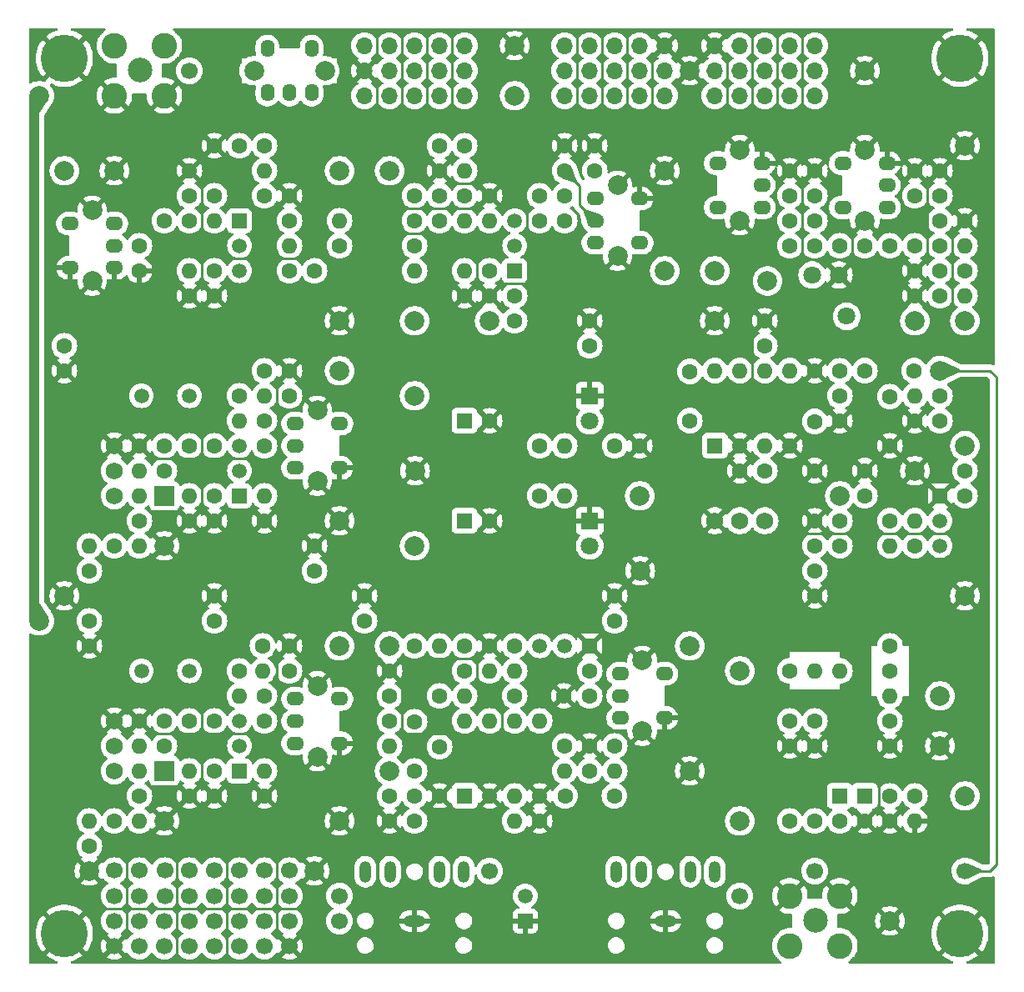
<source format=gbr>
%TF.GenerationSoftware,KiCad,Pcbnew,7.0.2-0*%
%TF.CreationDate,2024-07-16T23:18:08+09:00*%
%TF.ProjectId,am-pcb2,616d2d70-6362-4322-9e6b-696361645f70,rev?*%
%TF.SameCoordinates,Original*%
%TF.FileFunction,Copper,L1,Top*%
%TF.FilePolarity,Positive*%
%FSLAX46Y46*%
G04 Gerber Fmt 4.6, Leading zero omitted, Abs format (unit mm)*
G04 Created by KiCad (PCBNEW 7.0.2-0) date 2024-07-16 23:18:08*
%MOMM*%
%LPD*%
G01*
G04 APERTURE LIST*
%TA.AperFunction,ComponentPad*%
%ADD10C,4.800000*%
%TD*%
%TA.AperFunction,ComponentPad*%
%ADD11C,1.600000*%
%TD*%
%TA.AperFunction,ComponentPad*%
%ADD12O,1.600000X1.600000*%
%TD*%
%TA.AperFunction,ComponentPad*%
%ADD13C,2.000000*%
%TD*%
%TA.AperFunction,ComponentPad*%
%ADD14R,1.500000X1.500000*%
%TD*%
%TA.AperFunction,ComponentPad*%
%ADD15C,1.500000*%
%TD*%
%TA.AperFunction,ComponentPad*%
%ADD16C,1.700000*%
%TD*%
%TA.AperFunction,ComponentPad*%
%ADD17R,1.600000X1.600000*%
%TD*%
%TA.AperFunction,ComponentPad*%
%ADD18R,1.800000X1.800000*%
%TD*%
%TA.AperFunction,ComponentPad*%
%ADD19C,1.800000*%
%TD*%
%TA.AperFunction,ComponentPad*%
%ADD20O,1.400000X1.800000*%
%TD*%
%TA.AperFunction,ComponentPad*%
%ADD21O,1.700000X1.700000*%
%TD*%
%TA.AperFunction,ComponentPad*%
%ADD22C,2.600000*%
%TD*%
%TA.AperFunction,ComponentPad*%
%ADD23C,2.500000*%
%TD*%
%TA.AperFunction,ComponentPad*%
%ADD24R,2.000000X2.000000*%
%TD*%
%TA.AperFunction,ComponentPad*%
%ADD25O,2.000000X2.000000*%
%TD*%
%TA.AperFunction,ComponentPad*%
%ADD26O,1.800000X1.400000*%
%TD*%
%TA.AperFunction,ComponentPad*%
%ADD27C,1.750000*%
%TD*%
%TA.AperFunction,ComponentPad*%
%ADD28O,2.200000X1.200000*%
%TD*%
%TA.AperFunction,ComponentPad*%
%ADD29O,1.200000X2.200000*%
%TD*%
%TA.AperFunction,ViaPad*%
%ADD30C,0.800000*%
%TD*%
%TA.AperFunction,ViaPad*%
%ADD31C,2.000000*%
%TD*%
%TA.AperFunction,Conductor*%
%ADD32C,0.250000*%
%TD*%
%TA.AperFunction,Conductor*%
%ADD33C,1.000000*%
%TD*%
G04 APERTURE END LIST*
D10*
%TO.P,Z3,1,1*%
%TO.N,GND*%
X180340000Y-133350000D03*
%TD*%
D11*
%TO.P,R24,1*%
%TO.N,GND*%
X193040000Y-91440000D03*
D12*
%TO.P,R24,2*%
%TO.N,Net-(Q21-B)*%
X193040000Y-88900000D03*
%TD*%
D13*
%TO.P,TP64,1,1*%
%TO.N,Net-(R62-Pad1)*%
X213360000Y-104140000D03*
%TD*%
%TO.P,TP8,1,1*%
%TO.N,GND*%
X208280000Y-121920000D03*
%TD*%
D11*
%TO.P,C8,1*%
%TO.N,+9VA*%
X210820000Y-101600000D03*
%TO.P,C8,2*%
%TO.N,GND*%
X210820000Y-99060000D03*
%TD*%
%TO.P,C54,1*%
%TO.N,Net-(U51-V+)*%
X264160000Y-78820000D03*
%TO.P,C54,2*%
%TO.N,GND*%
X264160000Y-83820000D03*
%TD*%
D13*
%TO.P,TP91,1,1*%
%TO.N,GND*%
X208280000Y-71120000D03*
%TD*%
D11*
%TO.P,C75,1*%
%TO.N,Net-(U71-BYPASS)*%
X218440000Y-114380000D03*
%TO.P,C75,2*%
%TO.N,GND*%
X218440000Y-119380000D03*
%TD*%
%TO.P,L71,1,1*%
%TO.N,Net-(T71-PM)*%
X236220000Y-114300000D03*
D12*
%TO.P,L71,2,2*%
%TO.N,Net-(C73-Pad2)*%
X236220000Y-116840000D03*
%TD*%
D11*
%TO.P,L61,1,1*%
%TO.N,Net-(C67-Pad1)*%
X190500000Y-114300000D03*
D12*
%TO.P,L61,2,2*%
%TO.N,Net-(D61-K)*%
X187960000Y-114300000D03*
%TD*%
D11*
%TO.P,R76,1*%
%TO.N,GND*%
X228600000Y-121920000D03*
D12*
%TO.P,R76,2*%
%TO.N,Net-(U71-+)*%
X226060000Y-121920000D03*
%TD*%
D14*
%TO.P,Q61,1,E*%
%TO.N,Net-(Q61-E)*%
X198120000Y-116840000D03*
D15*
%TO.P,Q61,2,C*%
%TO.N,Net-(Q61-C)*%
X198120000Y-114300000D03*
%TO.P,Q61,3,B*%
%TO.N,Net-(Q61-B)*%
X198120000Y-111760000D03*
%TD*%
D13*
%TO.P,TP75,1,1*%
%TO.N,Net-(C85-Pad1)*%
X248920000Y-121920000D03*
%TD*%
D11*
%TO.P,C16,1*%
%TO.N,Net-(Q11-S)*%
X195580000Y-66040000D03*
%TO.P,C16,2*%
%TO.N,GND*%
X195580000Y-68580000D03*
%TD*%
D16*
%TO.P,J85,1,Pin_1*%
%TO.N,GND*%
X185420000Y-134620000D03*
%TO.P,J85,2,Pin_2*%
%TO.N,unconnected-(J85-Pin_2-Pad2)*%
X187960000Y-134620000D03*
%TO.P,J85,3,Pin_3*%
%TO.N,unconnected-(J85-Pin_3-Pad3)*%
X190500000Y-134620000D03*
%TO.P,J85,4,Pin_4*%
%TO.N,unconnected-(J85-Pin_4-Pad4)*%
X193040000Y-134620000D03*
%TO.P,J85,5,Pin_5*%
%TO.N,unconnected-(J85-Pin_5-Pad5)*%
X195580000Y-134620000D03*
%TO.P,J85,6,Pin_6*%
%TO.N,unconnected-(J85-Pin_6-Pad6)*%
X198120000Y-134620000D03*
%TO.P,J85,7,Pin_7*%
%TO.N,unconnected-(J85-Pin_7-Pad7)*%
X200660000Y-134620000D03*
%TO.P,J85,8,Pin_8*%
%TO.N,GND*%
X203200000Y-134620000D03*
%TO.P,J85,9,Pin_9*%
%TO.N,unconnected-(J85-Pin_9-Pad9)*%
X185420000Y-132080000D03*
%TO.P,J85,10,Pin_10*%
%TO.N,unconnected-(J85-Pin_10-Pad10)*%
X187960000Y-132080000D03*
%TO.P,J85,11,Pin_11*%
%TO.N,unconnected-(J85-Pin_11-Pad11)*%
X190500000Y-132080000D03*
%TO.P,J85,12,Pin_12*%
%TO.N,unconnected-(J85-Pin_12-Pad12)*%
X193040000Y-132080000D03*
%TO.P,J85,13,Pin_13*%
%TO.N,unconnected-(J85-Pin_13-Pad13)*%
X195580000Y-132080000D03*
%TO.P,J85,14,Pin_14*%
%TO.N,unconnected-(J85-Pin_14-Pad14)*%
X198120000Y-132080000D03*
%TO.P,J85,15,Pin_15*%
%TO.N,unconnected-(J85-Pin_15-Pad15)*%
X200660000Y-132080000D03*
%TO.P,J85,16,Pin_16*%
%TO.N,unconnected-(J85-Pin_16-Pad16)*%
X203200000Y-132080000D03*
%TO.P,J85,17,Pin_17*%
%TO.N,unconnected-(J85-Pin_17-Pad17)*%
X185420000Y-129540000D03*
%TO.P,J85,18,Pin_18*%
%TO.N,unconnected-(J85-Pin_18-Pad18)*%
X187960000Y-129540000D03*
%TO.P,J85,19,Pin_19*%
%TO.N,unconnected-(J85-Pin_19-Pad19)*%
X190540000Y-129540000D03*
%TO.P,J85,20,Pin_20*%
%TO.N,unconnected-(J85-Pin_20-Pad20)*%
X193040000Y-129540000D03*
%TO.P,J85,21,Pin_21*%
%TO.N,unconnected-(J85-Pin_21-Pad21)*%
X195580000Y-129540000D03*
%TO.P,J85,22,Pin_22*%
%TO.N,unconnected-(J85-Pin_22-Pad22)*%
X198120000Y-129540000D03*
%TO.P,J85,23,Pin_23*%
%TO.N,unconnected-(J85-Pin_23-Pad23)*%
X200660000Y-129540000D03*
%TO.P,J85,24,Pin_24*%
%TO.N,unconnected-(J85-Pin_24-Pad24)*%
X203200000Y-129540000D03*
%TO.P,J85,25,Pin_25*%
%TO.N,unconnected-(J85-Pin_25-Pad25)*%
X185420000Y-126960000D03*
%TO.P,J85,26,Pin_26*%
%TO.N,unconnected-(J85-Pin_26-Pad26)*%
X187960000Y-126960000D03*
%TO.P,J85,27,Pin_27*%
%TO.N,unconnected-(J85-Pin_27-Pad27)*%
X190540000Y-126960000D03*
%TO.P,J85,28,Pin_28*%
%TO.N,unconnected-(J85-Pin_28-Pad28)*%
X193040000Y-126960000D03*
%TO.P,J85,29,Pin_29*%
%TO.N,unconnected-(J85-Pin_29-Pad29)*%
X195580000Y-126960000D03*
%TO.P,J85,30,Pin_30*%
%TO.N,unconnected-(J85-Pin_30-Pad30)*%
X198120000Y-126960000D03*
%TO.P,J85,31,Pin_31*%
%TO.N,unconnected-(J85-Pin_31-Pad31)*%
X200660000Y-126960000D03*
%TO.P,J85,32,Pin_32*%
%TO.N,unconnected-(J85-Pin_32-Pad32)*%
X203200000Y-126960000D03*
%TD*%
D17*
%TO.P,U71,1,GAIN*%
%TO.N,Net-(C78-Pad1)*%
X220990000Y-119380000D03*
D12*
%TO.P,U71,2,-*%
%TO.N,GND*%
X223530000Y-119380000D03*
%TO.P,U71,3,+*%
%TO.N,Net-(U71-+)*%
X226070000Y-119380000D03*
%TO.P,U71,4,GND*%
%TO.N,GND*%
X228610000Y-119380000D03*
%TO.P,U71,5*%
%TO.N,Net-(C73-Pad1)*%
X228610000Y-111760000D03*
%TO.P,U71,6,V+*%
%TO.N,Net-(U71-V+)*%
X226070000Y-111760000D03*
%TO.P,U71,7,BYPASS*%
%TO.N,Net-(U71-BYPASS)*%
X223530000Y-111760000D03*
%TO.P,U71,8,GAIN*%
%TO.N,Net-(C78-Pad2)*%
X220990000Y-111760000D03*
%TD*%
D18*
%TO.P,D82,1,K*%
%TO.N,GND*%
X233680000Y-91440000D03*
D19*
%TO.P,D82,2,A*%
%TO.N,Net-(D82-A)*%
X233680000Y-93980000D03*
%TD*%
D16*
%TO.P,TP46,1,1*%
%TO.N,Net-(J4-S)*%
X193040000Y-45720000D03*
%TD*%
D13*
%TO.P,TP86,1,1*%
%TO.N,GND*%
X182880000Y-127000000D03*
%TD*%
D20*
%TO.P,T1,1,PR1*%
%TO.N,unconnected-(T1-PR1-Pad1)*%
X200950000Y-47970000D03*
%TO.P,T1,2,PM*%
%TO.N,unconnected-(T1-PM-Pad2)*%
X203200000Y-47970000D03*
%TO.P,T1,3,PR2*%
%TO.N,unconnected-(T1-PR2-Pad3)*%
X205450000Y-47970000D03*
%TO.P,T1,4,S1*%
%TO.N,unconnected-(T1-S1-Pad4)*%
X205450000Y-43470000D03*
%TO.P,T1,5,S2*%
%TO.N,unconnected-(T1-S2-Pad5)*%
X200950000Y-43470000D03*
D13*
%TO.P,T1,6,G1*%
%TO.N,GND*%
X199600000Y-45720000D03*
%TO.P,T1,7,G2*%
X206800000Y-45720000D03*
%TD*%
%TO.P,TP24,1,1*%
%TO.N,Net-(R22-Pad2)*%
X215900000Y-71120000D03*
%TD*%
D11*
%TO.P,R33,1*%
%TO.N,GND*%
X223520000Y-58420000D03*
D12*
%TO.P,R33,2*%
%TO.N,Net-(Q31-B)*%
X223520000Y-60960000D03*
%TD*%
D21*
%TO.P,J83,1,Pin_1*%
%TO.N,unconnected-(J83-Pin_1-Pad1)*%
X246380000Y-48260000D03*
%TO.P,J83,2,Pin_2*%
%TO.N,unconnected-(J83-Pin_2-Pad2)*%
X248920000Y-48260000D03*
%TO.P,J83,3,Pin_3*%
%TO.N,unconnected-(J83-Pin_3-Pad3)*%
X251460000Y-48260000D03*
%TO.P,J83,4,Pin_4*%
%TO.N,unconnected-(J83-Pin_4-Pad4)*%
X254000000Y-48260000D03*
%TO.P,J83,5,Pin_5*%
%TO.N,unconnected-(J83-Pin_5-Pad5)*%
X256540000Y-48260000D03*
%TO.P,J83,6,Pin_6*%
%TO.N,unconnected-(J83-Pin_6-Pad6)*%
X246380000Y-45720000D03*
%TO.P,J83,7,Pin_7*%
%TO.N,unconnected-(J83-Pin_7-Pad7)*%
X248920000Y-45720000D03*
%TO.P,J83,8,Pin_8*%
%TO.N,unconnected-(J83-Pin_8-Pad8)*%
X251460000Y-45720000D03*
%TO.P,J83,9,Pin_9*%
%TO.N,unconnected-(J83-Pin_9-Pad9)*%
X254000000Y-45720000D03*
%TO.P,J83,10,Pin_10*%
%TO.N,unconnected-(J83-Pin_10-Pad10)*%
X256540000Y-45720000D03*
%TO.P,J83,11,Pin_11*%
%TO.N,GND*%
X246380000Y-43180000D03*
%TO.P,J83,12,Pin_12*%
%TO.N,unconnected-(J83-Pin_12-Pad12)*%
X248920000Y-43180000D03*
%TO.P,J83,13,Pin_13*%
%TO.N,unconnected-(J83-Pin_13-Pad13)*%
X251460000Y-43180000D03*
%TO.P,J83,14,Pin_14*%
%TO.N,unconnected-(J83-Pin_14-Pad14)*%
X254000000Y-43180000D03*
%TO.P,J83,15,Pin_15*%
%TO.N,unconnected-(J83-Pin_15-Pad15)*%
X256540000Y-43180000D03*
%TD*%
D11*
%TO.P,C74,1*%
%TO.N,Net-(U71-V+)*%
X226060000Y-109220000D03*
%TO.P,C74,2*%
%TO.N,GND*%
X231060000Y-109220000D03*
%TD*%
%TO.P,C21,1*%
%TO.N,+9V*%
X180340000Y-73660000D03*
%TO.P,C21,2*%
%TO.N,GND*%
X180340000Y-76200000D03*
%TD*%
D13*
%TO.P,TP76,1,1*%
%TO.N,Net-(D83-K)*%
X271780000Y-119380000D03*
%TD*%
D11*
%TO.P,C34,1*%
%TO.N,Net-(T31-PR1)*%
X228600000Y-58420000D03*
%TO.P,C34,2*%
%TO.N,Net-(Q31-C)*%
X228600000Y-60960000D03*
%TD*%
%TO.P,C40,1*%
%TO.N,Net-(C40-Pad1)*%
X254000000Y-60960000D03*
%TO.P,C40,2*%
%TO.N,Net-(T41-PR1)*%
X256540000Y-60960000D03*
%TD*%
D13*
%TO.P,TP85,1,1*%
%TO.N,GND*%
X226060000Y-43180000D03*
%TD*%
D11*
%TO.P,R12,1*%
%TO.N,Net-(C13-Pad1)*%
X208280000Y-63500000D03*
D12*
%TO.P,R12,2*%
%TO.N,Net-(R12-Pad2)*%
X208280000Y-60960000D03*
%TD*%
D11*
%TO.P,C86,1*%
%TO.N,Net-(D83-K)*%
X264160000Y-119380000D03*
%TO.P,C86,2*%
%TO.N,GND*%
X264160000Y-121920000D03*
%TD*%
%TO.P,C55,1*%
%TO.N,Net-(C55-Pad1)*%
X271790000Y-86350000D03*
%TO.P,C55,2*%
%TO.N,Net-(IC51-IN)*%
X271790000Y-88890000D03*
%TD*%
%TO.P,C61,1*%
%TO.N,Net-(C61-Pad1)*%
X243850000Y-81270000D03*
%TO.P,C61,2*%
%TO.N,Net-(C61-Pad2)*%
X243850000Y-76270000D03*
%TD*%
D16*
%TO.P,TP48,1,1*%
%TO.N,Net-(J1-PadS)*%
X208280000Y-129540000D03*
%TD*%
D11*
%TO.P,C23,1*%
%TO.N,Net-(T21-PR1)*%
X200660000Y-81280000D03*
%TO.P,C23,2*%
%TO.N,Net-(Q21-C)*%
X200660000Y-83820000D03*
%TD*%
D16*
%TO.P,TP42,1,1*%
%TO.N,Net-(J2-PadT)*%
X248920000Y-129540000D03*
%TD*%
D11*
%TO.P,R71,1*%
%TO.N,+9VA*%
X226060000Y-104140000D03*
D12*
%TO.P,R71,2*%
%TO.N,Net-(Q71-B)*%
X226060000Y-106680000D03*
%TD*%
D11*
%TO.P,L22,1,1*%
%TO.N,Net-(L22-Pad1)*%
X187960000Y-91440000D03*
D12*
%TO.P,L22,2,2*%
%TO.N,Net-(D21-K)*%
X187960000Y-88900000D03*
%TD*%
D11*
%TO.P,R62,1*%
%TO.N,Net-(R62-Pad1)*%
X215900000Y-104140000D03*
D12*
%TO.P,R62,2*%
%TO.N,Net-(C80-Pad1)*%
X218440000Y-104140000D03*
%TD*%
D11*
%TO.P,R11,1*%
%TO.N,+9V*%
X200660000Y-53340000D03*
D12*
%TO.P,R11,2*%
%TO.N,Net-(C12-Pad1)*%
X200660000Y-55880000D03*
%TD*%
D13*
%TO.P,TP51,1,1*%
%TO.N,+9V*%
X226060000Y-48260000D03*
%TD*%
D11*
%TO.P,R75,1*%
%TO.N,+9VA*%
X213360000Y-111760000D03*
D12*
%TO.P,R75,2*%
%TO.N,Net-(C76-Pad1)*%
X213360000Y-114300000D03*
%TD*%
D13*
%TO.P,TP73,1,1*%
%TO.N,Net-(T71-S2)*%
X243841000Y-104140000D03*
%TD*%
D10*
%TO.P,Z1,1,1*%
%TO.N,GND*%
X271272000Y-44450000D03*
%TD*%
D11*
%TO.P,C33,1*%
%TO.N,Net-(T31-PR1)*%
X231140000Y-58420000D03*
%TO.P,C33,2*%
%TO.N,Net-(Q31-C)*%
X231140000Y-60960000D03*
%TD*%
%TO.P,R64,1*%
%TO.N,GND*%
X193040000Y-119380000D03*
D12*
%TO.P,R64,2*%
%TO.N,Net-(Q61-B)*%
X193040000Y-116840000D03*
%TD*%
D13*
%TO.P,TP96,1,1*%
%TO.N,GND*%
X271780000Y-99060000D03*
%TD*%
D12*
%TO.P,,2,2*%
%TO.N,Net-(C82-Pad1)*%
X259080000Y-106680000D03*
%TD*%
D11*
%TO.P,C66,1*%
%TO.N,Net-(Q61-E)*%
X195580000Y-116840000D03*
%TO.P,C66,2*%
%TO.N,GND*%
X195580000Y-119380000D03*
%TD*%
%TO.P,R68,1*%
%TO.N,GND*%
X200660000Y-119380000D03*
D12*
%TO.P,R68,2*%
%TO.N,Net-(Q61-E)*%
X200660000Y-116840000D03*
%TD*%
D11*
%TO.P,C52,1*%
%TO.N,Net-(C52-Pad1)*%
X261620000Y-88890000D03*
%TO.P,C52,2*%
%TO.N,GND*%
X261620000Y-86350000D03*
%TD*%
D14*
%TO.P,Q11,1,G*%
%TO.N,Net-(Q11-G)*%
X198120000Y-60960000D03*
D15*
%TO.P,Q11,2,S*%
%TO.N,Net-(Q11-S)*%
X198120000Y-63500000D03*
%TO.P,Q11,3,D*%
%TO.N,Net-(Q11-D)*%
X198120000Y-66040000D03*
%TD*%
D11*
%TO.P,C71,1*%
%TO.N,GND*%
X213360000Y-106680000D03*
%TO.P,C71,2*%
%TO.N,+9VA*%
X213360000Y-109220000D03*
%TD*%
D13*
%TO.P,TP1,1,1*%
%TO.N,+9V*%
X215900000Y-78740000D03*
%TD*%
D11*
%TO.P,C44,1*%
%TO.N,Net-(C44-Pad1)*%
X269240000Y-68580000D03*
%TO.P,C44,2*%
%TO.N,GND*%
X266700000Y-68580000D03*
%TD*%
%TO.P,C60,1*%
%TO.N,GND*%
X248930000Y-86350000D03*
%TO.P,C60,2*%
%TO.N,Net-(U51-+)*%
X251470000Y-86350000D03*
%TD*%
D13*
%TO.P,TP50,1,1*%
%TO.N,+9VA*%
X177800000Y-48260000D03*
%TD*%
D11*
%TO.P,C22,1*%
%TO.N,GND*%
X203200000Y-76200000D03*
%TO.P,C22,2*%
%TO.N,Net-(T21-PM)*%
X203200000Y-78740000D03*
%TD*%
D14*
%TO.P,U1,1,-*%
%TO.N,GND*%
X227140000Y-132080000D03*
D15*
%TO.P,U1,2,+*%
%TO.N,Net-(U1-+)*%
X227140000Y-129540000D03*
%TD*%
D11*
%TO.P,R21,1*%
%TO.N,+9V*%
X200660000Y-76200000D03*
D12*
%TO.P,R21,2*%
%TO.N,Net-(T21-PM)*%
X200660000Y-78740000D03*
%TD*%
D11*
%TO.P,C72,1*%
%TO.N,Net-(Q71-C)*%
X233680000Y-106680000D03*
%TO.P,C72,2*%
%TO.N,Net-(T71-PR2)*%
X233680000Y-109220000D03*
%TD*%
%TO.P,R53,1*%
%TO.N,+9V*%
X269240000Y-78740000D03*
D12*
%TO.P,R53,2*%
%TO.N,Net-(U51-V+)*%
X266700000Y-78740000D03*
%TD*%
D11*
%TO.P,C59,1*%
%TO.N,Net-(C59-Pad1)*%
X261620000Y-76190000D03*
%TO.P,C59,2*%
%TO.N,Net-(C59-Pad2)*%
X266620000Y-76190000D03*
%TD*%
D22*
%TO.P,J3,1,G*%
%TO.N,GND*%
X254000000Y-129540000D03*
X254000000Y-134620000D03*
X259080000Y-129540000D03*
X259080000Y-134620000D03*
D23*
%TO.P,J3,2,S*%
%TO.N,Net-(J3-S)*%
X256640000Y-132005000D03*
%TD*%
D11*
%TO.P,R22,1*%
%TO.N,Net-(C36-Pad1)*%
X215900000Y-63500000D03*
D12*
%TO.P,R22,2*%
%TO.N,Net-(R22-Pad2)*%
X215900000Y-66040000D03*
%TD*%
D13*
%TO.P,TP87,1,1*%
%TO.N,GND*%
X243840000Y-45720000D03*
%TD*%
D11*
%TO.P,C17,1*%
%TO.N,Net-(Q31-E)*%
X226060000Y-68580000D03*
%TO.P,C17,2*%
%TO.N,Net-(C17-Pad2)*%
X226060000Y-71120000D03*
%TD*%
D24*
%TO.P,D21,1,K*%
%TO.N,Net-(D21-K)*%
X190500000Y-88900000D03*
D25*
%TO.P,D21,2,A*%
%TO.N,GND*%
X190500000Y-93980000D03*
%TD*%
D13*
%TO.P,TP5,1,1*%
%TO.N,Net-(C59-Pad2)*%
X269240000Y-76190000D03*
%TD*%
D15*
%TO.P,X61,1,1*%
%TO.N,Net-(C67-Pad1)*%
X188160000Y-106680000D03*
%TO.P,X61,2,2*%
%TO.N,Net-(Q61-B)*%
X193040000Y-106680000D03*
%TD*%
D13*
%TO.P,TP6,1,1*%
%TO.N,GND*%
X266700000Y-86360000D03*
%TD*%
%TO.P,TP99,1,1*%
%TO.N,GND*%
X180340000Y-99060000D03*
%TD*%
D11*
%TO.P,C85,1*%
%TO.N,Net-(C85-Pad1)*%
X254000000Y-121920000D03*
%TO.P,C85,2*%
%TO.N,Net-(D83-A)*%
X256540000Y-121920000D03*
%TD*%
D13*
%TO.P,TP44,1,1*%
%TO.N,Net-(C55-Pad1)*%
X271790000Y-83810000D03*
%TD*%
D11*
%TO.P,C82,1*%
%TO.N,Net-(C82-Pad1)*%
X256540000Y-111760000D03*
%TO.P,C82,2*%
%TO.N,GND*%
X256540000Y-114300000D03*
%TD*%
%TO.P,R52,1*%
%TO.N,Net-(C52-Pad1)*%
X264170000Y-91430000D03*
D12*
%TO.P,R52,2*%
%TO.N,Net-(IC51-OUT)*%
X264170000Y-93970000D03*
%TD*%
D11*
%TO.P,,1,1*%
%TO.N,Net-(C82-Pad1)*%
X264160000Y-104140000D03*
%TD*%
%TO.P,R83,1*%
%TO.N,Net-(D83-K)*%
X266700000Y-119380000D03*
D12*
%TO.P,R83,2*%
%TO.N,GND*%
X266700000Y-121920000D03*
%TD*%
D15*
%TO.P,X21,1,1*%
%TO.N,Net-(C26-Pad1)*%
X188160000Y-78740000D03*
%TO.P,X21,2,2*%
%TO.N,Net-(Q21-B)*%
X193040000Y-78740000D03*
%TD*%
D11*
%TO.P,R74,1*%
%TO.N,+9VA*%
X218440000Y-109220000D03*
D12*
%TO.P,R74,2*%
%TO.N,Net-(U71-V+)*%
X220980000Y-109220000D03*
%TD*%
D13*
%TO.P,TP23,1,1*%
%TO.N,Net-(T21-S2)*%
X208280000Y-76200000D03*
%TD*%
D11*
%TO.P,L11,1,1*%
%TO.N,Net-(C12-Pad1)*%
X203200000Y-60960000D03*
D12*
%TO.P,L11,2,2*%
%TO.N,Net-(Q11-D)*%
X203200000Y-63500000D03*
%TD*%
D26*
%TO.P,T21,1,PR1*%
%TO.N,Net-(T21-PR1)*%
X203780000Y-81570000D03*
%TO.P,T21,2,PM*%
%TO.N,Net-(T21-PM)*%
X203780000Y-83820000D03*
%TO.P,T21,3,PR2*%
%TO.N,Net-(Q21-C)*%
X203780000Y-86070000D03*
%TO.P,T21,4,S1*%
%TO.N,GND*%
X208280000Y-86070000D03*
%TO.P,T21,5,S2*%
%TO.N,Net-(T21-S2)*%
X208280000Y-81570000D03*
D13*
%TO.P,T21,6,G1*%
%TO.N,GND*%
X206030000Y-80220000D03*
%TO.P,T21,7,G2*%
X206030000Y-87420000D03*
%TD*%
D11*
%TO.P,C79,1*%
%TO.N,Net-(C73-Pad1)*%
X231140000Y-114300000D03*
%TO.P,C79,2*%
%TO.N,GND*%
X233680000Y-114300000D03*
%TD*%
%TO.P,C64,1*%
%TO.N,Net-(T61-PR1)*%
X200660000Y-109220000D03*
%TO.P,C64,2*%
%TO.N,Net-(Q61-C)*%
X200660000Y-111760000D03*
%TD*%
D13*
%TO.P,TP53,1,1*%
%TO.N,Net-(D81-A)*%
X238760000Y-88900000D03*
%TD*%
D11*
%TO.P,C7,1*%
%TO.N,+9VA*%
X195580000Y-101600000D03*
%TO.P,C7,2*%
%TO.N,GND*%
X195580000Y-99060000D03*
%TD*%
%TO.P,C37,1*%
%TO.N,Net-(Q31-E)*%
X223520000Y-66040000D03*
%TO.P,C37,2*%
%TO.N,GND*%
X223520000Y-68580000D03*
%TD*%
%TO.P,C83,1*%
%TO.N,Net-(C83-Pad1)*%
X264160000Y-111760000D03*
%TO.P,C83,2*%
%TO.N,GND*%
X264160000Y-114300000D03*
%TD*%
D14*
%TO.P,Q21,1,E*%
%TO.N,Net-(Q21-E)*%
X198120000Y-88900000D03*
D15*
%TO.P,Q21,2,C*%
%TO.N,Net-(Q21-C)*%
X198120000Y-86360000D03*
%TO.P,Q21,3,B*%
%TO.N,Net-(Q21-B)*%
X198120000Y-83820000D03*
%TD*%
D19*
%TO.P,U81,1,IN*%
%TO.N,Net-(U81-IN)*%
X256278400Y-66471800D03*
%TO.P,U81,2,GND*%
%TO.N,GND*%
X258978400Y-66471800D03*
%TO.P,U81,3,OUT*%
%TO.N,Net-(U81-OUT)*%
X259778400Y-70671800D03*
%TD*%
D13*
%TO.P,TP92,1,1*%
%TO.N,GND*%
X241300000Y-55880000D03*
%TD*%
%TO.P,TP84,1,1*%
%TO.N,Net-(U81-OUT)*%
X266700000Y-71120000D03*
%TD*%
D11*
%TO.P,C2,1*%
%TO.N,+9V*%
X233680000Y-73660000D03*
%TO.P,C2,2*%
%TO.N,GND*%
X233680000Y-71120000D03*
%TD*%
%TO.P,C9,1*%
%TO.N,+9VA*%
X236220000Y-101600000D03*
%TO.P,C9,2*%
%TO.N,GND*%
X236220000Y-99060000D03*
%TD*%
%TO.P,C65,1*%
%TO.N,Net-(Q61-B)*%
X193040000Y-111760000D03*
%TO.P,C65,2*%
%TO.N,Net-(Q61-E)*%
X195580000Y-111760000D03*
%TD*%
D16*
%TO.P,TP49,1,1*%
%TO.N,Net-(C59-Pad2)*%
X271780000Y-127000000D03*
%TD*%
D13*
%TO.P,TP3,1,1*%
%TO.N,Net-(T12-S2)*%
X180340000Y-55880000D03*
%TD*%
D11*
%TO.P,R32,1*%
%TO.N,Net-(T31-PM)*%
X220980000Y-58420000D03*
D12*
%TO.P,R32,2*%
%TO.N,Net-(Q31-B)*%
X220980000Y-60960000D03*
%TD*%
D11*
%TO.P,C13,1*%
%TO.N,Net-(C13-Pad1)*%
X205740000Y-66040000D03*
%TO.P,C13,2*%
%TO.N,Net-(Q11-D)*%
X203200000Y-66040000D03*
%TD*%
%TO.P,C73,1*%
%TO.N,Net-(C73-Pad1)*%
X231180000Y-119380000D03*
%TO.P,C73,2*%
%TO.N,Net-(C73-Pad2)*%
X236180000Y-119380000D03*
%TD*%
%TO.P,R65,1*%
%TO.N,+9VA*%
X182880000Y-124460000D03*
D12*
%TO.P,R65,2*%
%TO.N,Net-(R65-Pad2)*%
X182880000Y-121920000D03*
%TD*%
D11*
%TO.P,R54,1*%
%TO.N,Net-(IC51-OUT)*%
X266710000Y-93970000D03*
D12*
%TO.P,R54,2*%
%TO.N,Net-(IC51-IN)*%
X266710000Y-91430000D03*
%TD*%
D18*
%TO.P,D81,1,K*%
%TO.N,GND*%
X233680000Y-78740000D03*
D19*
%TO.P,D81,2,A*%
%TO.N,Net-(D81-A)*%
X233680000Y-81280000D03*
%TD*%
D11*
%TO.P,C36,1*%
%TO.N,Net-(C36-Pad1)*%
X215900000Y-60960000D03*
%TO.P,C36,2*%
%TO.N,Net-(Q31-B)*%
X218440000Y-60960000D03*
%TD*%
%TO.P,R14,1*%
%TO.N,GND*%
X193040000Y-68580000D03*
D12*
%TO.P,R14,2*%
%TO.N,Net-(Q11-S)*%
X193040000Y-66040000D03*
%TD*%
D11*
%TO.P,R27,1*%
%TO.N,Net-(R26-Pad2)*%
X185420000Y-93980000D03*
D12*
%TO.P,R27,2*%
%TO.N,Net-(L22-Pad1)*%
X187960000Y-93980000D03*
%TD*%
D27*
%TO.P,R55,1,1*%
%TO.N,GND*%
X246390000Y-91430000D03*
%TO.P,R55,2,2*%
%TO.N,Net-(U51-+)*%
X248930000Y-91430000D03*
%TO.P,R55,3,3*%
%TO.N,Net-(C56-Pad2)*%
X251470000Y-91430000D03*
%TD*%
D13*
%TO.P,TP54,1,1*%
%TO.N,Net-(C52-Pad1)*%
X259080000Y-88900000D03*
%TD*%
D14*
%TO.P,Q31,1,E*%
%TO.N,Net-(Q31-E)*%
X226060000Y-66040000D03*
D15*
%TO.P,Q31,2,C*%
%TO.N,Net-(Q31-C)*%
X226060000Y-63500000D03*
%TO.P,Q31,3,B*%
%TO.N,Net-(Q31-B)*%
X226060000Y-60960000D03*
%TD*%
D13*
%TO.P,TP83,1,1*%
%TO.N,Net-(U81-IN)*%
X251735000Y-67085000D03*
%TD*%
D22*
%TO.P,J4,1,G*%
%TO.N,GND*%
X185420000Y-43180000D03*
X185420000Y-48260000D03*
X190500000Y-43180000D03*
X190500000Y-48260000D03*
D23*
%TO.P,J4,2,S*%
%TO.N,Net-(J4-S)*%
X188060000Y-45645000D03*
%TD*%
D11*
%TO.P,C76,1*%
%TO.N,Net-(C76-Pad1)*%
X213360000Y-119380000D03*
%TO.P,C76,2*%
%TO.N,Net-(U71-+)*%
X215900000Y-119380000D03*
%TD*%
D13*
%TO.P,TP11,1,1*%
%TO.N,+9VA*%
X215900000Y-93980000D03*
%TD*%
D11*
%TO.P,R13,1*%
%TO.N,Net-(Q11-G)*%
X193040000Y-58420000D03*
D12*
%TO.P,R13,2*%
%TO.N,GND*%
X193040000Y-55880000D03*
%TD*%
D17*
%TO.P,C1,1*%
%TO.N,+9V*%
X220980000Y-81280000D03*
D11*
%TO.P,C1,2*%
%TO.N,GND*%
X223520000Y-81280000D03*
%TD*%
%TO.P,R34,1*%
%TO.N,GND*%
X220980000Y-68580000D03*
D12*
%TO.P,R34,2*%
%TO.N,Net-(Q31-E)*%
X220980000Y-66040000D03*
%TD*%
D11*
%TO.P,C84,1*%
%TO.N,Net-(D81-A)*%
X236220000Y-83820000D03*
%TO.P,C84,2*%
%TO.N,GND*%
X238760000Y-83820000D03*
%TD*%
%TO.P,C50,1*%
%TO.N,Net-(C41-Pad2)*%
X266700000Y-63500000D03*
%TO.P,C50,2*%
%TO.N,Net-(T42-PR1)*%
X264160000Y-63500000D03*
%TD*%
%TO.P,C43,1*%
%TO.N,Net-(C43-Pad1)*%
X269240000Y-66040000D03*
%TO.P,C43,2*%
%TO.N,GND*%
X266700000Y-66040000D03*
%TD*%
%TO.P,C12,1*%
%TO.N,Net-(C12-Pad1)*%
X200660000Y-58420000D03*
%TO.P,C12,2*%
%TO.N,GND*%
X203200000Y-58420000D03*
%TD*%
D24*
%TO.P,D61,1,K*%
%TO.N,Net-(D61-K)*%
X190500000Y-116840000D03*
D25*
%TO.P,D61,2,A*%
%TO.N,GND*%
X190500000Y-121920000D03*
%TD*%
D14*
%TO.P,IC51,1,GND*%
%TO.N,GND*%
X269250000Y-88890000D03*
D15*
%TO.P,IC51,2,IN*%
%TO.N,Net-(IC51-IN)*%
X269250000Y-91430000D03*
%TO.P,IC51,3,OUT*%
%TO.N,Net-(IC51-OUT)*%
X269250000Y-93970000D03*
%TD*%
D17*
%TO.P,D84,1,K*%
%TO.N,Net-(D83-K)*%
X261620000Y-119380000D03*
D11*
%TO.P,D84,2,A*%
%TO.N,GND*%
X261620000Y-121920000D03*
%TD*%
%TO.P,C51,1*%
%TO.N,+9V*%
X269240000Y-81280000D03*
%TO.P,C51,2*%
%TO.N,GND*%
X266700000Y-81280000D03*
%TD*%
%TO.P,R81,1*%
%TO.N,+9V*%
X228600000Y-83820000D03*
D12*
%TO.P,R81,2*%
%TO.N,Net-(D81-A)*%
X231140000Y-83820000D03*
%TD*%
D11*
%TO.P,R73,1*%
%TO.N,Net-(C73-Pad2)*%
X233680000Y-116840000D03*
D12*
%TO.P,R73,2*%
%TO.N,Net-(C73-Pad1)*%
X231140000Y-116840000D03*
%TD*%
D11*
%TO.P,L21,1,1*%
%TO.N,Net-(C26-Pad1)*%
X190500000Y-86360000D03*
D12*
%TO.P,L21,2,2*%
%TO.N,Net-(D21-K)*%
X187960000Y-86360000D03*
%TD*%
D11*
%TO.P,C4,1*%
%TO.N,+9V*%
X205740000Y-96520000D03*
%TO.P,C4,2*%
%TO.N,GND*%
X205740000Y-93980000D03*
%TD*%
%TO.P,C3,1*%
%TO.N,+9V*%
X256550000Y-96510000D03*
%TO.P,C3,2*%
%TO.N,GND*%
X256550000Y-99050000D03*
%TD*%
D17*
%TO.P,D83,1,K*%
%TO.N,Net-(D83-K)*%
X259080000Y-119380000D03*
D11*
%TO.P,D83,2,A*%
%TO.N,Net-(D83-A)*%
X259080000Y-121920000D03*
%TD*%
D13*
%TO.P,TP63,1,1*%
%TO.N,Net-(T61-S2)*%
X208280000Y-104140000D03*
%TD*%
D11*
%TO.P,R61,1*%
%TO.N,+9VA*%
X200460000Y-104140000D03*
D12*
%TO.P,R61,2*%
%TO.N,Net-(T61-PM)*%
X200460000Y-106680000D03*
%TD*%
D21*
%TO.P,J82,1,Pin_1*%
%TO.N,unconnected-(J82-Pin_1-Pad1)*%
X210820000Y-48260000D03*
%TO.P,J82,2,Pin_2*%
%TO.N,unconnected-(J82-Pin_2-Pad2)*%
X213360000Y-48260000D03*
%TO.P,J82,3,Pin_3*%
%TO.N,unconnected-(J82-Pin_3-Pad3)*%
X215900000Y-48260000D03*
%TO.P,J82,4,Pin_4*%
%TO.N,unconnected-(J82-Pin_4-Pad4)*%
X218440000Y-48260000D03*
%TO.P,J82,5,Pin_5*%
%TO.N,unconnected-(J82-Pin_5-Pad5)*%
X220980000Y-48260000D03*
%TO.P,J82,6,Pin_6*%
%TO.N,GND*%
X210820000Y-45720000D03*
%TO.P,J82,7,Pin_7*%
%TO.N,unconnected-(J82-Pin_7-Pad7)*%
X213360000Y-45720000D03*
%TO.P,J82,8,Pin_8*%
%TO.N,unconnected-(J82-Pin_8-Pad8)*%
X215900000Y-45720000D03*
%TO.P,J82,9,Pin_9*%
%TO.N,unconnected-(J82-Pin_9-Pad9)*%
X218440000Y-45720000D03*
%TO.P,J82,10,Pin_10*%
%TO.N,unconnected-(J82-Pin_10-Pad10)*%
X220980000Y-45720000D03*
%TO.P,J82,11,Pin_11*%
%TO.N,unconnected-(J82-Pin_11-Pad11)*%
X210820000Y-43180000D03*
%TO.P,J82,12,Pin_12*%
%TO.N,unconnected-(J82-Pin_12-Pad12)*%
X213360000Y-43180000D03*
%TO.P,J82,13,Pin_13*%
%TO.N,unconnected-(J82-Pin_13-Pad13)*%
X215900000Y-43180000D03*
%TO.P,J82,14,Pin_14*%
%TO.N,unconnected-(J82-Pin_14-Pad14)*%
X218440000Y-43180000D03*
%TO.P,J82,15,Pin_15*%
%TO.N,unconnected-(J82-Pin_15-Pad15)*%
X220980000Y-43180000D03*
%TD*%
D13*
%TO.P,TP7,1,1*%
%TO.N,Net-(C76-Pad1)*%
X213360000Y-116840000D03*
%TD*%
D17*
%TO.P,C6,1*%
%TO.N,+9VA*%
X220980000Y-91440000D03*
D11*
%TO.P,C6,2*%
%TO.N,GND*%
X223520000Y-91440000D03*
%TD*%
%TO.P,C38,1*%
%TO.N,Net-(T31-PR1)*%
X234188000Y-55880000D03*
%TO.P,C38,2*%
%TO.N,GND*%
X234188000Y-53340000D03*
%TD*%
%TO.P,R82,1*%
%TO.N,+9VA*%
X228600000Y-88900000D03*
D12*
%TO.P,R82,2*%
%TO.N,Net-(D82-A)*%
X231140000Y-88900000D03*
%TD*%
D11*
%TO.P,L42,1,1*%
%TO.N,Net-(C43-Pad1)*%
X271780000Y-66040000D03*
D12*
%TO.P,L42,2,2*%
%TO.N,Net-(C44-Pad1)*%
X271780000Y-68580000D03*
%TD*%
D13*
%TO.P,TP95,1,1*%
%TO.N,GND*%
X243840000Y-116840000D03*
%TD*%
D11*
%TO.P,R72,1*%
%TO.N,GND*%
X223520000Y-104140000D03*
D12*
%TO.P,R72,2*%
%TO.N,Net-(Q71-B)*%
X223520000Y-106680000D03*
%TD*%
D11*
%TO.P,C15,1*%
%TO.N,Net-(T12-PR1)*%
X187960000Y-63500000D03*
%TO.P,C15,2*%
%TO.N,GND*%
X187960000Y-66040000D03*
%TD*%
D13*
%TO.P,TP97,1,1*%
%TO.N,GND*%
X271780000Y-53340000D03*
%TD*%
%TO.P,TP13,1,1*%
%TO.N,Net-(R12-Pad2)*%
X208280000Y-55881000D03*
%TD*%
D11*
%TO.P,R63,1*%
%TO.N,Net-(T61-PM)*%
X198120000Y-106680000D03*
D12*
%TO.P,R63,2*%
%TO.N,Net-(Q61-B)*%
X198120000Y-109220000D03*
%TD*%
D26*
%TO.P,T71,1,PR2*%
%TO.N,Net-(T71-PR2)*%
X236764000Y-111470000D03*
%TO.P,T71,2,PM*%
%TO.N,Net-(T71-PM)*%
X236764000Y-109220000D03*
%TO.P,T71,3,PR1*%
%TO.N,Net-(Q71-C)*%
X236764000Y-106970000D03*
%TO.P,T71,4,S2*%
%TO.N,Net-(T71-S2)*%
X241264000Y-106970000D03*
%TO.P,T71,5,S1*%
%TO.N,GND*%
X241264000Y-111470000D03*
D13*
%TO.P,T71,6,G1*%
X239014000Y-105620000D03*
%TO.P,T71,7,G2*%
X239014000Y-112820000D03*
%TD*%
D16*
%TO.P,TP41,1,1*%
%TO.N,Net-(J1-PadT)*%
X208280000Y-132080000D03*
%TD*%
D11*
%TO.P,C41,1*%
%TO.N,Net-(C40-Pad1)*%
X254000000Y-63500000D03*
%TO.P,C41,2*%
%TO.N,Net-(C41-Pad2)*%
X256540000Y-63500000D03*
%TD*%
%TO.P,C67,1*%
%TO.N,Net-(C67-Pad1)*%
X190500000Y-111760000D03*
%TO.P,C67,2*%
%TO.N,GND*%
X187960000Y-111760000D03*
%TD*%
D26*
%TO.P,T41,1,PR1*%
%TO.N,Net-(T41-PR1)*%
X251170000Y-59610000D03*
%TO.P,T41,2,PM*%
%TO.N,unconnected-(T41-PM-Pad2)*%
X251170000Y-57360000D03*
%TO.P,T41,3,PR2*%
%TO.N,GND*%
X251170000Y-55110000D03*
%TO.P,T41,4,S1*%
%TO.N,unconnected-(T41-S1-Pad4)*%
X246670000Y-55110000D03*
%TO.P,T41,5,S2*%
%TO.N,unconnected-(T41-S2-Pad5)*%
X246670000Y-59610000D03*
D13*
%TO.P,T41,6,G1*%
%TO.N,GND*%
X248920000Y-60960000D03*
%TO.P,T41,7,G2*%
X248920000Y-53760000D03*
%TD*%
D11*
%TO.P,C58,1*%
%TO.N,GND*%
X256540000Y-91440000D03*
%TO.P,C58,2*%
%TO.N,Net-(IC51-OUT)*%
X259080000Y-91440000D03*
%TD*%
%TO.P,C35,1*%
%TO.N,Net-(C35-Pad1)*%
X215900000Y-58420000D03*
%TO.P,C35,2*%
%TO.N,Net-(Q31-B)*%
X218440000Y-58420000D03*
%TD*%
%TO.P,L41,1,1*%
%TO.N,Net-(C41-Pad2)*%
X269240000Y-63500000D03*
D12*
%TO.P,L41,2,2*%
%TO.N,Net-(C43-Pad1)*%
X271780000Y-63500000D03*
%TD*%
D11*
%TO.P,C63,1*%
%TO.N,GND*%
X203200000Y-104140000D03*
%TO.P,C63,2*%
%TO.N,Net-(T61-PM)*%
X203200000Y-106680000D03*
%TD*%
%TO.P,C32,1*%
%TO.N,+9V*%
X218440000Y-53340000D03*
%TO.P,C32,2*%
%TO.N,GND*%
X218440000Y-55880000D03*
%TD*%
D13*
%TO.P,TP33,1,1*%
%TO.N,Net-(T31-S2)*%
X241300000Y-66040000D03*
%TD*%
D11*
%TO.P,C78,1*%
%TO.N,Net-(C78-Pad1)*%
X215900000Y-116840000D03*
%TO.P,C78,2*%
%TO.N,Net-(C78-Pad2)*%
X215900000Y-111840000D03*
%TD*%
%TO.P,C81,1*%
%TO.N,Net-(C81-Pad1)*%
X254000000Y-111760000D03*
%TO.P,C81,2*%
%TO.N,GND*%
X254000000Y-114300000D03*
%TD*%
D26*
%TO.P,T61,1,PR1*%
%TO.N,Net-(T61-PR1)*%
X203780000Y-109535400D03*
%TO.P,T61,2,PM*%
%TO.N,Net-(T61-PM)*%
X203780000Y-111785400D03*
%TO.P,T61,3,PR2*%
%TO.N,Net-(Q61-C)*%
X203780000Y-114035400D03*
%TO.P,T61,4,S1*%
%TO.N,GND*%
X208280000Y-114035400D03*
%TO.P,T61,5,S2*%
%TO.N,Net-(T61-S2)*%
X208280000Y-109535400D03*
D13*
%TO.P,T61,6,G1*%
%TO.N,GND*%
X206030000Y-108185400D03*
%TO.P,T61,7,G2*%
X206030000Y-115385400D03*
%TD*%
D16*
%TO.P,TP45,1,1*%
%TO.N,Net-(J3-S)*%
X256540000Y-127000000D03*
%TD*%
D13*
%TO.P,TP10,1,1*%
%TO.N,GND*%
X269240000Y-114300000D03*
%TD*%
D11*
%TO.P,C14,1*%
%TO.N,Net-(T12-PR1)*%
X190500000Y-60960000D03*
%TO.P,C14,2*%
%TO.N,Net-(Q11-G)*%
X193040000Y-60960000D03*
%TD*%
D13*
%TO.P,TP82,1,1*%
%TO.N,GND*%
X205740000Y-127000000D03*
%TD*%
D11*
%TO.P,R15,1*%
%TO.N,Net-(C12-Pad1)*%
X195580000Y-58420000D03*
D12*
%TO.P,R15,2*%
%TO.N,Net-(Q11-G)*%
X195580000Y-60960000D03*
%TD*%
D11*
%TO.P,C5,1*%
%TO.N,+9V*%
X251460000Y-73660000D03*
%TO.P,C5,2*%
%TO.N,GND*%
X251460000Y-71120000D03*
%TD*%
%TO.P,R23,1*%
%TO.N,Net-(T21-PM)*%
X198120000Y-78740000D03*
D12*
%TO.P,R23,2*%
%TO.N,Net-(Q21-B)*%
X198120000Y-81280000D03*
%TD*%
D26*
%TO.P,T42,1,PR1*%
%TO.N,Net-(T42-PR1)*%
X263870000Y-59610000D03*
%TO.P,T42,2,PM*%
%TO.N,unconnected-(T42-PM-Pad2)*%
X263870000Y-57360000D03*
%TO.P,T42,3,PR2*%
%TO.N,GND*%
X263870000Y-55110000D03*
%TO.P,T42,4,S1*%
%TO.N,unconnected-(T42-S1-Pad4)*%
X259370000Y-55110000D03*
%TO.P,T42,5,S2*%
%TO.N,unconnected-(T42-S2-Pad5)*%
X259370000Y-59610000D03*
D13*
%TO.P,T42,6,G1*%
%TO.N,GND*%
X261620000Y-60960000D03*
%TO.P,T42,7,G2*%
X261620000Y-53760000D03*
%TD*%
%TO.P,TP98,1,1*%
%TO.N,GND*%
X238820000Y-96520000D03*
%TD*%
D11*
%TO.P,R25,1*%
%TO.N,+9V*%
X182880000Y-96520000D03*
D12*
%TO.P,R25,2*%
%TO.N,Net-(R25-Pad2)*%
X182880000Y-93980000D03*
%TD*%
D28*
%TO.P,J1,G*%
%TO.N,GND*%
X215900000Y-132080000D03*
D29*
%TO.P,J1,S*%
%TO.N,Net-(J1-PadS)*%
X210900000Y-127080000D03*
%TO.P,J1,SN*%
%TO.N,N/C*%
X213400000Y-127080000D03*
%TO.P,J1,T*%
%TO.N,Net-(J1-PadT)*%
X220900000Y-127080000D03*
%TO.P,J1,TN*%
%TO.N,N/C*%
X218400000Y-127080000D03*
%TD*%
D11*
%TO.P,C46,1*%
%TO.N,Net-(T41-PR1)*%
X256540000Y-58420000D03*
%TO.P,C46,2*%
%TO.N,GND*%
X256540000Y-55880000D03*
%TD*%
%TO.P,C42,1*%
%TO.N,Net-(C41-Pad2)*%
X269240000Y-60960000D03*
%TO.P,C42,2*%
%TO.N,GND*%
X271780000Y-60960000D03*
%TD*%
%TO.P,C48,1*%
%TO.N,Net-(T42-PR1)*%
X269240000Y-58420000D03*
%TO.P,C48,2*%
%TO.N,GND*%
X269240000Y-55880000D03*
%TD*%
D10*
%TO.P,Z4,1,1*%
%TO.N,GND*%
X180340000Y-44450000D03*
%TD*%
D13*
%TO.P,TP88,1,1*%
%TO.N,GND*%
X264160000Y-132080000D03*
%TD*%
D11*
%TO.P,C56,1*%
%TO.N,Net-(IC51-OUT)*%
X259090000Y-93970000D03*
%TO.P,C56,2*%
%TO.N,Net-(C56-Pad2)*%
X256550000Y-93970000D03*
%TD*%
%TO.P,C53,1*%
%TO.N,Net-(U51-V+)*%
X259080000Y-78740000D03*
%TO.P,C53,2*%
%TO.N,GND*%
X259080000Y-81280000D03*
%TD*%
%TO.P,C49,1*%
%TO.N,Net-(T41-PR1)*%
X259080000Y-63500000D03*
%TO.P,C49,2*%
%TO.N,Net-(T42-PR1)*%
X261620000Y-63500000D03*
%TD*%
D13*
%TO.P,TP4,1,1*%
%TO.N,GND*%
X185420000Y-55880000D03*
%TD*%
D11*
%TO.P,C31,1*%
%TO.N,Net-(T31-PM)*%
X231140000Y-55880000D03*
%TO.P,C31,2*%
%TO.N,GND*%
X231140000Y-53340000D03*
%TD*%
%TO.P,C11,1*%
%TO.N,+9V*%
X198120000Y-53340000D03*
%TO.P,C11,2*%
%TO.N,GND*%
X195580000Y-53340000D03*
%TD*%
D13*
%TO.P,TP14,1,1*%
%TO.N,Net-(C35-Pad1)*%
X213360000Y-55880000D03*
%TD*%
D11*
%TO.P,C24,1*%
%TO.N,Net-(Q21-B)*%
X193040000Y-83820000D03*
%TO.P,C24,2*%
%TO.N,Net-(Q21-E)*%
X195580000Y-83820000D03*
%TD*%
%TO.P,R28,1*%
%TO.N,GND*%
X200660000Y-91440000D03*
D12*
%TO.P,R28,2*%
%TO.N,Net-(Q21-E)*%
X200660000Y-88900000D03*
%TD*%
D13*
%TO.P,TP34,1,1*%
%TO.N,Net-(C40-Pad1)*%
X246380000Y-66040000D03*
%TD*%
D21*
%TO.P,J81,1,Pin_1*%
%TO.N,unconnected-(J81-Pin_1-Pad1)*%
X231140000Y-48260000D03*
%TO.P,J81,2,Pin_2*%
%TO.N,unconnected-(J81-Pin_2-Pad2)*%
X233680000Y-48260000D03*
%TO.P,J81,3,Pin_3*%
%TO.N,unconnected-(J81-Pin_3-Pad3)*%
X236220000Y-48260000D03*
%TO.P,J81,4,Pin_4*%
%TO.N,unconnected-(J81-Pin_4-Pad4)*%
X238760000Y-48260000D03*
%TO.P,J81,5,Pin_5*%
%TO.N,unconnected-(J81-Pin_5-Pad5)*%
X241300000Y-48260000D03*
%TO.P,J81,6,Pin_6*%
%TO.N,unconnected-(J81-Pin_6-Pad6)*%
X231140000Y-45720000D03*
%TO.P,J81,7,Pin_7*%
%TO.N,unconnected-(J81-Pin_7-Pad7)*%
X233680000Y-45720000D03*
%TO.P,J81,8,Pin_8*%
%TO.N,unconnected-(J81-Pin_8-Pad8)*%
X236220000Y-45720000D03*
%TO.P,J81,9,Pin_9*%
%TO.N,unconnected-(J81-Pin_9-Pad9)*%
X238760000Y-45720000D03*
%TO.P,J81,10,Pin_10*%
%TO.N,unconnected-(J81-Pin_10-Pad10)*%
X241300000Y-45720000D03*
%TO.P,J81,11,Pin_11*%
%TO.N,unconnected-(J81-Pin_11-Pad11)*%
X231140000Y-43180000D03*
%TO.P,J81,12,Pin_12*%
%TO.N,unconnected-(J81-Pin_12-Pad12)*%
X233680000Y-43180000D03*
%TO.P,J81,13,Pin_13*%
%TO.N,unconnected-(J81-Pin_13-Pad13)*%
X236220000Y-43180000D03*
%TO.P,J81,14,Pin_14*%
%TO.N,unconnected-(J81-Pin_14-Pad14)*%
X238760000Y-43180000D03*
%TO.P,J81,15,Pin_15*%
%TO.N,GND*%
X241300000Y-43180000D03*
%TD*%
D27*
%TO.P,R26,1,1*%
%TO.N,Net-(R25-Pad2)*%
X185420000Y-88900000D03*
%TO.P,R26,2,2*%
%TO.N,Net-(R26-Pad2)*%
X185420000Y-86360000D03*
%TO.P,R26,3,3*%
%TO.N,GND*%
X185420000Y-83820000D03*
%TD*%
D11*
%TO.P,C57,1*%
%TO.N,Net-(U51-BYPASS)*%
X256540000Y-81350000D03*
%TO.P,C57,2*%
%TO.N,GND*%
X256540000Y-86350000D03*
%TD*%
%TO.P,L81,1,1*%
%TO.N,Net-(C81-Pad1)*%
X254000000Y-106680000D03*
D12*
%TO.P,L81,2,2*%
%TO.N,Net-(C82-Pad1)*%
X256540000Y-106680000D03*
%TD*%
D13*
%TO.P,TP93,1,1*%
%TO.N,GND*%
X208280000Y-91440000D03*
%TD*%
D17*
%TO.P,U51,1,GAIN*%
%TO.N,Net-(C61-Pad1)*%
X246390000Y-83810000D03*
D12*
%TO.P,U51,2,-*%
%TO.N,GND*%
X248930000Y-83810000D03*
%TO.P,U51,3,+*%
%TO.N,Net-(U51-+)*%
X251470000Y-83810000D03*
%TO.P,U51,4,GND*%
%TO.N,GND*%
X254010000Y-83810000D03*
%TO.P,U51,5*%
%TO.N,Net-(C59-Pad1)*%
X254010000Y-76190000D03*
%TO.P,U51,6,V+*%
%TO.N,Net-(U51-V+)*%
X251470000Y-76190000D03*
%TO.P,U51,7,BYPASS*%
%TO.N,Net-(U51-BYPASS)*%
X248930000Y-76190000D03*
%TO.P,U51,8,GAIN*%
%TO.N,Net-(C61-Pad2)*%
X246390000Y-76190000D03*
%TD*%
D11*
%TO.P,C68,1*%
%TO.N,GND*%
X256540000Y-76200000D03*
%TO.P,C68,2*%
%TO.N,Net-(C59-Pad1)*%
X259080000Y-76200000D03*
%TD*%
D13*
%TO.P,TP9,1,1*%
%TO.N,Net-(C83-Pad1)*%
X269240000Y-109220000D03*
%TD*%
D27*
%TO.P,R66,1,1*%
%TO.N,Net-(R65-Pad2)*%
X185420000Y-116840000D03*
%TO.P,R66,2,2*%
%TO.N,Net-(R66-Pad2)*%
X185420000Y-114300000D03*
%TO.P,R66,3,3*%
%TO.N,GND*%
X185420000Y-111760000D03*
%TD*%
D11*
%TO.P,L82,1,1*%
%TO.N,Net-(C82-Pad1)*%
X264160000Y-106680000D03*
D12*
%TO.P,L82,2,2*%
%TO.N,Net-(C83-Pad1)*%
X264160000Y-109220000D03*
%TD*%
D11*
%TO.P,C77,1*%
%TO.N,Net-(U71-+)*%
X215900000Y-121920000D03*
%TO.P,C77,2*%
%TO.N,GND*%
X213360000Y-121920000D03*
%TD*%
D28*
%TO.P,J2,G*%
%TO.N,GND*%
X241380000Y-132080000D03*
D29*
%TO.P,J2,S*%
%TO.N,unconnected-(J2-PadS)*%
X236380000Y-127080000D03*
%TO.P,J2,SN*%
%TO.N,N/C*%
X238880000Y-127080000D03*
%TO.P,J2,T*%
%TO.N,Net-(J2-PadT)*%
X246380000Y-127080000D03*
%TO.P,J2,TN*%
%TO.N,N/C*%
X243880000Y-127080000D03*
%TD*%
D11*
%TO.P,R31,1*%
%TO.N,+9V*%
X220980000Y-53340000D03*
D12*
%TO.P,R31,2*%
%TO.N,Net-(T31-PM)*%
X220980000Y-55880000D03*
%TD*%
D13*
%TO.P,TP74,1,1*%
%TO.N,Net-(C81-Pad1)*%
X248920000Y-106680000D03*
%TD*%
%TO.P,TP94,1,1*%
%TO.N,GND*%
X246380000Y-71120000D03*
%TD*%
D11*
%TO.P,L62,1,1*%
%TO.N,Net-(L62-Pad1)*%
X187960000Y-119380000D03*
D12*
%TO.P,L62,2,2*%
%TO.N,Net-(D61-K)*%
X187960000Y-116840000D03*
%TD*%
D10*
%TO.P,Z2,1,1*%
%TO.N,GND*%
X271272000Y-133350000D03*
%TD*%
D13*
%TO.P,TP25,1,1*%
%TO.N,Net-(C17-Pad2)*%
X223520000Y-71120000D03*
%TD*%
%TO.P,TP81,1,1*%
%TO.N,GND*%
X261620000Y-45720000D03*
%TD*%
D11*
%TO.P,C26,1*%
%TO.N,Net-(C26-Pad1)*%
X190500000Y-83820000D03*
%TO.P,C26,2*%
%TO.N,GND*%
X187960000Y-83820000D03*
%TD*%
D13*
%TO.P,TP2,1,1*%
%TO.N,GND*%
X215959000Y-86360000D03*
%TD*%
D11*
%TO.P,C62,1*%
%TO.N,+9VA*%
X182880000Y-101600000D03*
%TO.P,C62,2*%
%TO.N,GND*%
X182880000Y-104140000D03*
%TD*%
%TO.P,C25,1*%
%TO.N,Net-(Q21-E)*%
X195580000Y-88900000D03*
%TO.P,C25,2*%
%TO.N,GND*%
X195580000Y-91440000D03*
%TD*%
D16*
%TO.P,TP47,1,1*%
%TO.N,Net-(U1-+)*%
X223520000Y-127000000D03*
%TD*%
D13*
%TO.P,TP43,1,1*%
%TO.N,Net-(C44-Pad1)*%
X271780000Y-71120000D03*
%TD*%
D11*
%TO.P,C45,1*%
%TO.N,Net-(T41-PR1)*%
X254000000Y-58420000D03*
%TO.P,C45,2*%
%TO.N,GND*%
X254000000Y-55880000D03*
%TD*%
%TO.P,R67,1*%
%TO.N,Net-(R66-Pad2)*%
X185420000Y-121920000D03*
D12*
%TO.P,R67,2*%
%TO.N,Net-(L62-Pad1)*%
X187960000Y-121920000D03*
%TD*%
D14*
%TO.P,Q71,1,E*%
%TO.N,GND*%
X233680000Y-104140000D03*
D15*
%TO.P,Q71,2,C*%
%TO.N,Net-(Q71-C)*%
X231140000Y-104140000D03*
%TO.P,Q71,3,B*%
%TO.N,Net-(Q71-B)*%
X228600000Y-104140000D03*
%TD*%
D11*
%TO.P,C80,1*%
%TO.N,Net-(C80-Pad1)*%
X220980000Y-104140000D03*
%TO.P,C80,2*%
%TO.N,Net-(Q71-B)*%
X220980000Y-106680000D03*
%TD*%
D26*
%TO.P,T12,1,PR1*%
%TO.N,Net-(T12-PR1)*%
X185420000Y-61250000D03*
%TO.P,T12,2,PM*%
%TO.N,unconnected-(T12-PM-Pad2)*%
X185420000Y-63500000D03*
%TO.P,T12,3,PR2*%
%TO.N,GND*%
X185420000Y-65750000D03*
%TO.P,T12,4,S1*%
X180920000Y-65750000D03*
%TO.P,T12,5,S2*%
%TO.N,Net-(T12-S2)*%
X180920000Y-61250000D03*
D13*
%TO.P,T12,6,G1*%
%TO.N,GND*%
X183170000Y-67100000D03*
%TO.P,T12,7,G2*%
X183170000Y-59900000D03*
%TD*%
D11*
%TO.P,C47,1*%
%TO.N,Net-(T42-PR1)*%
X266700000Y-58420000D03*
%TO.P,C47,2*%
%TO.N,GND*%
X266700000Y-55880000D03*
%TD*%
D26*
%TO.P,T31,1,PR1*%
%TO.N,Net-(T31-PR1)*%
X234260000Y-58710000D03*
%TO.P,T31,2,PM*%
%TO.N,Net-(T31-PM)*%
X234260000Y-60960000D03*
%TO.P,T31,3,PR2*%
%TO.N,Net-(Q31-C)*%
X234260000Y-63210000D03*
%TO.P,T31,4,S1*%
%TO.N,GND*%
X238760000Y-58710000D03*
%TO.P,T31,5,S2*%
%TO.N,Net-(T31-S2)*%
X238760000Y-63210000D03*
D13*
%TO.P,T31,6,G1*%
%TO.N,GND*%
X236510000Y-57360000D03*
%TO.P,T31,7,G2*%
X236510000Y-64560000D03*
%TD*%
D30*
%TO.N,GND*%
X246380000Y-99060000D03*
X238760000Y-76200000D03*
X248920000Y-109220000D03*
X248920000Y-119380000D03*
X231140000Y-127000000D03*
X220980000Y-116840000D03*
X194310000Y-82550000D03*
X223580000Y-76200000D03*
X213360000Y-53340000D03*
X264160000Y-76200000D03*
X185420000Y-109220000D03*
X266700000Y-106680000D03*
X228600000Y-63500000D03*
X194310000Y-114300000D03*
X180340000Y-93980000D03*
X200660000Y-86360000D03*
X191770000Y-109220000D03*
X180340000Y-114300000D03*
X191770000Y-81280000D03*
X195580000Y-104140000D03*
X261620000Y-91440000D03*
X180340000Y-53340000D03*
X213360000Y-71120000D03*
X180340000Y-86360000D03*
X243840000Y-93980000D03*
X243850000Y-78730000D03*
X271780000Y-81280000D03*
X248920000Y-104140000D03*
X195580000Y-63500000D03*
X194310000Y-110490000D03*
X213420000Y-76200000D03*
X261620000Y-104140000D03*
X228600000Y-114300000D03*
X185420000Y-104140000D03*
X208280000Y-53340000D03*
X228600000Y-71120000D03*
X226120000Y-99060000D03*
X271780000Y-104140000D03*
X271780000Y-121920000D03*
X233680000Y-86360000D03*
X200660000Y-68580000D03*
X255270000Y-109220000D03*
X223520000Y-63500000D03*
X271790000Y-93970000D03*
X266700000Y-60960000D03*
X241300000Y-71120000D03*
X215900000Y-114300000D03*
X223520000Y-53340000D03*
X200660000Y-60960000D03*
X195580000Y-76200000D03*
X180340000Y-121920000D03*
X261620000Y-109220000D03*
X213420000Y-99060000D03*
X185420000Y-76200000D03*
X271780000Y-111760000D03*
X194310000Y-86360000D03*
X251470000Y-93970000D03*
X200660000Y-114300000D03*
D31*
%TO.N,+9VA*%
X177800000Y-101600000D03*
%TD*%
D32*
%TO.N,GND*%
X226060000Y-114300000D02*
X228600000Y-114300000D01*
X199390000Y-113030000D02*
X200660000Y-114300000D01*
X214685000Y-113085000D02*
X219655000Y-113085000D01*
X227330000Y-62230000D02*
X227330000Y-59690000D01*
X213995000Y-62230000D02*
X217170000Y-62230000D01*
X204470000Y-64770000D02*
X205105000Y-64770000D01*
X223520000Y-63500000D02*
X222250000Y-64770000D01*
X228600000Y-63500000D02*
X227330000Y-62230000D01*
X234950000Y-41910000D02*
X234950000Y-50165000D01*
X195580000Y-91440000D02*
X194310000Y-90170000D01*
X214630000Y-41910000D02*
X214630000Y-50165000D01*
X191770000Y-135890000D02*
X191770000Y-125095000D01*
X214630000Y-107950000D02*
X214630000Y-113030000D01*
X203200000Y-76200000D02*
X201930000Y-77470000D01*
X263035000Y-120505000D02*
X263035000Y-115425000D01*
X223520000Y-68580000D02*
X224790000Y-67310000D01*
X255270000Y-64770000D02*
X255016000Y-65024000D01*
X201930000Y-133350000D02*
X201930000Y-125095000D01*
X255270000Y-57150000D02*
X255270000Y-64770000D01*
X187960000Y-83820000D02*
X189230000Y-85090000D01*
X196850000Y-125095000D02*
X196850000Y-135890000D01*
X251460000Y-71120000D02*
X250190000Y-72390000D01*
X217170000Y-120650000D02*
X219710000Y-120650000D01*
X195580000Y-119380000D02*
X194310000Y-118110000D01*
X247650000Y-44450000D02*
X247650000Y-49530000D01*
X250190000Y-41910000D02*
X250190000Y-50165000D01*
X222250000Y-105410000D02*
X222250000Y-107950000D01*
X189230000Y-85090000D02*
X199390000Y-85090000D01*
X196850000Y-64770000D02*
X204470000Y-64770000D01*
X194310000Y-86360000D02*
X194310000Y-86868000D01*
X201930000Y-105410000D02*
X201930000Y-107950000D01*
X212090000Y-113030000D02*
X212145000Y-113085000D01*
X186690000Y-133350000D02*
X186690000Y-125095000D01*
X194310000Y-57150000D02*
X194310000Y-67310000D01*
X219710000Y-57150000D02*
X221615000Y-57150000D01*
X261620000Y-121920000D02*
X263035000Y-120505000D01*
X212090000Y-44450000D02*
X212090000Y-41910000D01*
X194310000Y-82550000D02*
X194310000Y-86360000D01*
X222250000Y-64770000D02*
X222250000Y-67310000D01*
X194310000Y-90170000D02*
X194310000Y-86360000D01*
X252730000Y-41910000D02*
X252730000Y-50165000D01*
X266700000Y-66040000D02*
X267970000Y-64770000D01*
X232410000Y-41910000D02*
X232410000Y-50165000D01*
X194310000Y-118110000D02*
X194310000Y-114300000D01*
X256540000Y-55880000D02*
X255270000Y-57150000D01*
X219655000Y-113085000D02*
X219710000Y-113030000D01*
X217170000Y-105410000D02*
X222250000Y-105410000D01*
X260350000Y-62230000D02*
X260350000Y-64770000D01*
X217170000Y-41910000D02*
X217170000Y-49530000D01*
X201930000Y-77470000D02*
X201930000Y-80010000D01*
X271780000Y-60960000D02*
X270510000Y-62230000D01*
X237490000Y-41910000D02*
X237490000Y-50165000D01*
X187960000Y-111760000D02*
X189085000Y-112885000D01*
X189230000Y-113030000D02*
X199390000Y-113030000D01*
X194310000Y-110490000D02*
X194310000Y-114300000D01*
X270510000Y-62230000D02*
X270510000Y-69850000D01*
X214630000Y-59690000D02*
X222250000Y-59690000D01*
X183515000Y-130810000D02*
X205740000Y-130810000D01*
X199390000Y-85090000D02*
X200660000Y-86360000D01*
X261620000Y-60960000D02*
X260350000Y-62230000D01*
X240030000Y-44450000D02*
X240030000Y-50165000D01*
X224790000Y-113030000D02*
X226060000Y-114300000D01*
X250190000Y-72390000D02*
X250190000Y-77470000D01*
X219710000Y-41910000D02*
X219710000Y-49530000D01*
X263035000Y-115425000D02*
X264160000Y-114300000D01*
X203200000Y-104140000D02*
X201930000Y-105410000D01*
X189085000Y-112885000D02*
X189230000Y-113030000D01*
X267970000Y-64770000D02*
X267970000Y-57150000D01*
X273050000Y-92710000D02*
X254000000Y-92710000D01*
X255270000Y-41910000D02*
X255270000Y-50165000D01*
X224790000Y-67310000D02*
X228600000Y-67310000D01*
X212090000Y-46990000D02*
X212090000Y-50165000D01*
X224790000Y-110490000D02*
X224790000Y-113030000D01*
%TO.N,Net-(C59-Pad2)*%
X269240000Y-76190000D02*
X274310000Y-76190000D01*
X274955000Y-76835000D02*
X274955000Y-126365000D01*
X274320000Y-127000000D02*
X271780000Y-127000000D01*
X274310000Y-76190000D02*
X274955000Y-76835000D01*
X274955000Y-126365000D02*
X274320000Y-127000000D01*
%TO.N,Net-(T31-PM)*%
X231140000Y-55880000D02*
X232664000Y-57404000D01*
X232664000Y-59364000D02*
X234260000Y-60960000D01*
X232664000Y-57404000D02*
X232664000Y-59364000D01*
D33*
%TO.N,+9VA*%
X177800000Y-101600000D02*
X177292000Y-101092000D01*
X177292000Y-48768000D02*
X177800000Y-48260000D01*
X177292000Y-101092000D02*
X177292000Y-48768000D01*
%TD*%
%TA.AperFunction,Conductor*%
%TO.N,Net-(C59-Pad2)*%
G36*
X269633185Y-75271335D02*
G01*
X269633860Y-75271641D01*
X271233482Y-76061780D01*
X271239382Y-76068516D01*
X271240000Y-76072270D01*
X271240000Y-76307729D01*
X271236573Y-76316002D01*
X271233482Y-76318219D01*
X269633880Y-77108349D01*
X269624944Y-77108941D01*
X269618208Y-77103041D01*
X269617893Y-77102346D01*
X269240863Y-76194486D01*
X269240854Y-76185535D01*
X269617893Y-75277652D01*
X269624231Y-75271326D01*
X269633185Y-75271335D01*
G37*
%TD.AperFunction*%
%TD*%
%TA.AperFunction,Conductor*%
%TO.N,+9VA*%
G36*
X177802160Y-48259897D02*
G01*
X178710993Y-48637331D01*
X178717320Y-48643669D01*
X178717311Y-48652623D01*
X178716363Y-48654439D01*
X177799514Y-50088395D01*
X177795451Y-50094749D01*
X177788108Y-50099873D01*
X177785594Y-50100146D01*
X176803751Y-50100146D01*
X176795478Y-50096719D01*
X176792051Y-50088446D01*
X176792051Y-50088395D01*
X176798336Y-48642683D01*
X176799949Y-48271636D01*
X176803412Y-48263379D01*
X176811636Y-48259988D01*
X177797662Y-48259002D01*
X177802160Y-48259897D01*
G37*
%TD.AperFunction*%
%TD*%
%TA.AperFunction,Conductor*%
%TO.N,+9VA*%
G36*
X177793867Y-99763281D02*
G01*
X177795449Y-99765249D01*
X177799513Y-99771605D01*
X178716363Y-101205560D01*
X178717933Y-101214377D01*
X178712809Y-101221720D01*
X178710993Y-101222668D01*
X177802160Y-101600102D01*
X177797661Y-101600997D01*
X176811637Y-101600011D01*
X176803368Y-101596576D01*
X176799949Y-101588362D01*
X176798359Y-101222668D01*
X176792051Y-99771604D01*
X176795442Y-99763317D01*
X176803700Y-99759854D01*
X177785594Y-99759854D01*
X177793867Y-99763281D01*
G37*
%TD.AperFunction*%
%TD*%
%TA.AperFunction,Conductor*%
%TO.N,Net-(T31-PM)*%
G36*
X231876698Y-55578554D02*
G01*
X231883023Y-55584893D01*
X231883227Y-55585426D01*
X232251495Y-56619104D01*
X232357275Y-56916012D01*
X232356824Y-56924956D01*
X232354527Y-56928212D01*
X232188212Y-57094527D01*
X232179939Y-57097954D01*
X232176013Y-57097275D01*
X230845430Y-56623228D01*
X230838788Y-56617225D01*
X230838337Y-56608281D01*
X230838536Y-56607760D01*
X231137438Y-55883785D01*
X231143762Y-55877448D01*
X231143764Y-55877446D01*
X231867744Y-55578543D01*
X231876698Y-55578554D01*
G37*
%TD.AperFunction*%
%TD*%
%TA.AperFunction,Conductor*%
%TO.N,Net-(C59-Pad2)*%
G36*
X272115836Y-126219791D02*
G01*
X272116413Y-126220049D01*
X273473366Y-126871814D01*
X273479339Y-126878484D01*
X273480000Y-126882360D01*
X273480000Y-127117639D01*
X273476573Y-127125912D01*
X273473366Y-127128186D01*
X272116413Y-127779950D01*
X272107471Y-127780442D01*
X272100800Y-127774469D01*
X272100542Y-127773892D01*
X271780865Y-127004488D01*
X271780856Y-126995533D01*
X271780856Y-126995532D01*
X272100542Y-126226106D01*
X272106881Y-126219782D01*
X272115836Y-126219791D01*
G37*
%TD.AperFunction*%
%TD*%
%TA.AperFunction,Conductor*%
%TO.N,Net-(T31-PM)*%
G36*
X233261657Y-59826491D02*
G01*
X234553784Y-60217158D01*
X234560711Y-60222832D01*
X234561597Y-60231743D01*
X234561210Y-60232829D01*
X234261856Y-60956510D01*
X234255527Y-60962845D01*
X234255509Y-60962853D01*
X233532272Y-61261449D01*
X233523317Y-61261438D01*
X233516992Y-61255099D01*
X233516787Y-61254564D01*
X233015538Y-59841601D01*
X233016002Y-59832659D01*
X233022653Y-59826663D01*
X233026565Y-59825990D01*
X233258271Y-59825990D01*
X233261657Y-59826491D01*
G37*
%TD.AperFunction*%
%TD*%
%TA.AperFunction,Conductor*%
%TO.N,GND*%
G36*
X179631648Y-41421685D02*
G01*
X179677403Y-41474489D01*
X179687347Y-41543647D01*
X179658322Y-41607203D01*
X179599544Y-41644977D01*
X179593205Y-41646658D01*
X179510368Y-41666290D01*
X179503471Y-41668355D01*
X179192823Y-41781422D01*
X179186184Y-41784285D01*
X178890774Y-41932646D01*
X178884525Y-41936254D01*
X178608309Y-42117923D01*
X178602547Y-42122213D01*
X178473798Y-42230244D01*
X179470117Y-43226563D01*
X179415523Y-43262232D01*
X179232632Y-43430596D01*
X179116389Y-43579943D01*
X178116906Y-42580460D01*
X178112552Y-42585649D01*
X177915137Y-42850822D01*
X177911170Y-42856854D01*
X177745877Y-43143151D01*
X177742644Y-43149587D01*
X177611698Y-43453157D01*
X177609241Y-43459906D01*
X177514421Y-43776624D01*
X177512759Y-43783637D01*
X177455355Y-44109194D01*
X177454516Y-44116373D01*
X177435295Y-44446394D01*
X177435295Y-44453605D01*
X177454516Y-44783626D01*
X177455355Y-44790805D01*
X177512759Y-45116362D01*
X177514421Y-45123375D01*
X177609241Y-45440093D01*
X177611698Y-45446842D01*
X177742644Y-45750412D01*
X177745877Y-45756848D01*
X177911170Y-46043145D01*
X177915137Y-46049177D01*
X178112545Y-46314340D01*
X178116907Y-46319538D01*
X179116389Y-45320056D01*
X179232632Y-45469404D01*
X179415523Y-45637768D01*
X179470116Y-45673435D01*
X178473799Y-46669753D01*
X178474947Y-46696055D01*
X178475480Y-46696856D01*
X178475765Y-46714792D01*
X178476179Y-46724263D01*
X178475916Y-46724274D01*
X178476592Y-46766717D01*
X178439758Y-46826089D01*
X178376672Y-46856122D01*
X178316811Y-46850961D01*
X178169615Y-46800429D01*
X177924335Y-46759500D01*
X177675665Y-46759500D01*
X177430384Y-46800429D01*
X177195194Y-46881170D01*
X177195190Y-46881171D01*
X177195190Y-46881172D01*
X176976491Y-46999526D01*
X176976487Y-46999529D01*
X176967455Y-47004417D01*
X176965552Y-47000900D01*
X176919145Y-47019200D01*
X176850608Y-47005621D01*
X176800292Y-46957143D01*
X176784000Y-46895702D01*
X176784000Y-41526000D01*
X176803685Y-41458961D01*
X176856489Y-41413206D01*
X176908000Y-41402000D01*
X179564609Y-41402000D01*
X179631648Y-41421685D01*
G37*
%TD.AperFunction*%
%TA.AperFunction,Conductor*%
G36*
X194377865Y-89443348D02*
G01*
X194422382Y-89494725D01*
X194449431Y-89552733D01*
X194579953Y-89739140D01*
X194740859Y-89900046D01*
X194927264Y-90030567D01*
X194927265Y-90030567D01*
X194927266Y-90030568D01*
X194985865Y-90057893D01*
X195038304Y-90104065D01*
X195057456Y-90171259D01*
X195037240Y-90238140D01*
X194985865Y-90282657D01*
X194927517Y-90309865D01*
X194854527Y-90360973D01*
X194854526Y-90360973D01*
X195535600Y-91042046D01*
X195454852Y-91054835D01*
X195341955Y-91112359D01*
X195252359Y-91201955D01*
X195194835Y-91314852D01*
X195182046Y-91395598D01*
X194500973Y-90714527D01*
X194449866Y-90787515D01*
X194422381Y-90846457D01*
X194376208Y-90898896D01*
X194309014Y-90918047D01*
X194242133Y-90897830D01*
X194197617Y-90846455D01*
X194170134Y-90787517D01*
X194119025Y-90714526D01*
X193437953Y-91395597D01*
X193425165Y-91314852D01*
X193367641Y-91201955D01*
X193278045Y-91112359D01*
X193165148Y-91054835D01*
X193084400Y-91042046D01*
X193765472Y-90360974D01*
X193765471Y-90360972D01*
X193692485Y-90309867D01*
X193634133Y-90282657D01*
X193581694Y-90236484D01*
X193562543Y-90169290D01*
X193582759Y-90102409D01*
X193634134Y-90057893D01*
X193692734Y-90030568D01*
X193879139Y-89900047D01*
X194040047Y-89739139D01*
X194170568Y-89552734D01*
X194197618Y-89494724D01*
X194243790Y-89442285D01*
X194310983Y-89423133D01*
X194377865Y-89443348D01*
G37*
%TD.AperFunction*%
%TA.AperFunction,Conductor*%
G36*
X189039025Y-84545472D02*
G01*
X189090136Y-84472479D01*
X189117342Y-84414135D01*
X189163514Y-84361695D01*
X189230707Y-84342543D01*
X189297589Y-84362758D01*
X189342105Y-84414132D01*
X189364769Y-84462734D01*
X189369433Y-84472736D01*
X189499953Y-84659140D01*
X189660859Y-84820046D01*
X189832984Y-84940568D01*
X189847266Y-84950568D01*
X189904683Y-84977342D01*
X189905275Y-84977618D01*
X189957714Y-85023791D01*
X189976865Y-85090985D01*
X189956649Y-85157866D01*
X189905275Y-85202381D01*
X189884576Y-85212033D01*
X189847263Y-85229433D01*
X189660859Y-85359953D01*
X189499953Y-85520859D01*
X189369433Y-85707263D01*
X189342382Y-85765275D01*
X189296209Y-85817714D01*
X189229015Y-85836865D01*
X189162134Y-85816649D01*
X189117618Y-85765275D01*
X189090568Y-85707266D01*
X189032634Y-85624527D01*
X188960046Y-85520859D01*
X188799140Y-85359953D01*
X188612736Y-85229433D01*
X188612730Y-85229430D01*
X188554132Y-85202105D01*
X188501695Y-85155933D01*
X188482543Y-85088739D01*
X188502759Y-85021858D01*
X188554135Y-84977342D01*
X188612479Y-84950136D01*
X188685472Y-84899025D01*
X188004401Y-84217953D01*
X188085148Y-84205165D01*
X188198045Y-84147641D01*
X188287641Y-84058045D01*
X188345165Y-83945148D01*
X188357953Y-83864400D01*
X189039025Y-84545472D01*
G37*
%TD.AperFunction*%
%TA.AperFunction,Conductor*%
G36*
X196945449Y-84304196D02*
G01*
X196989965Y-84355570D01*
X197032898Y-84447639D01*
X197158402Y-84626877D01*
X197313123Y-84781598D01*
X197492361Y-84907102D01*
X197584648Y-84950136D01*
X197643582Y-84977618D01*
X197696021Y-85023791D01*
X197715173Y-85090984D01*
X197694957Y-85157865D01*
X197643582Y-85202382D01*
X197492361Y-85272898D01*
X197313122Y-85398402D01*
X197158402Y-85553122D01*
X197032898Y-85732361D01*
X196940425Y-85930668D01*
X196883792Y-86142025D01*
X196864722Y-86359999D01*
X196883792Y-86577974D01*
X196940425Y-86789331D01*
X196961928Y-86835444D01*
X197032898Y-86987639D01*
X197158402Y-87166877D01*
X197313123Y-87321598D01*
X197459263Y-87423926D01*
X197502887Y-87478502D01*
X197510081Y-87548000D01*
X197478558Y-87610355D01*
X197418328Y-87645769D01*
X197388141Y-87649500D01*
X197325440Y-87649500D01*
X197325421Y-87649500D01*
X197322128Y-87649501D01*
X197318848Y-87649853D01*
X197318840Y-87649854D01*
X197262515Y-87655909D01*
X197127669Y-87706204D01*
X197012454Y-87792454D01*
X196926204Y-87907668D01*
X196875910Y-88042515D01*
X196875909Y-88042517D01*
X196870142Y-88096153D01*
X196843405Y-88160704D01*
X196786013Y-88200552D01*
X196716188Y-88203046D01*
X196656099Y-88167394D01*
X196645278Y-88154021D01*
X196580046Y-88060859D01*
X196419140Y-87899953D01*
X196232735Y-87769432D01*
X196026497Y-87673261D01*
X195806689Y-87614364D01*
X195580000Y-87594531D01*
X195353310Y-87614364D01*
X195133502Y-87673261D01*
X194927264Y-87769432D01*
X194740859Y-87899953D01*
X194579953Y-88060859D01*
X194449431Y-88247266D01*
X194422380Y-88305276D01*
X194376207Y-88357714D01*
X194309013Y-88376865D01*
X194242132Y-88356648D01*
X194197617Y-88305273D01*
X194170568Y-88247266D01*
X194040046Y-88060859D01*
X193879140Y-87899953D01*
X193692735Y-87769432D01*
X193486497Y-87673261D01*
X193266689Y-87614364D01*
X193040000Y-87594531D01*
X192813310Y-87614364D01*
X192593502Y-87673261D01*
X192387264Y-87769432D01*
X192191974Y-87906175D01*
X192189676Y-87902894D01*
X192146444Y-87926460D01*
X192076756Y-87921424D01*
X192020854Y-87879511D01*
X191996887Y-87818527D01*
X191994091Y-87792517D01*
X191943796Y-87657669D01*
X191857546Y-87542454D01*
X191742331Y-87456204D01*
X191700036Y-87440429D01*
X191607479Y-87405907D01*
X191581470Y-87403111D01*
X191516919Y-87376373D01*
X191477071Y-87318980D01*
X191474578Y-87249155D01*
X191496822Y-87210125D01*
X191493825Y-87208026D01*
X191625196Y-87020406D01*
X191630568Y-87012734D01*
X191726739Y-86806496D01*
X191785635Y-86586692D01*
X191805468Y-86360000D01*
X191785635Y-86133308D01*
X191726739Y-85913504D01*
X191630568Y-85707266D01*
X191625196Y-85699593D01*
X191500046Y-85520859D01*
X191339140Y-85359953D01*
X191152733Y-85229431D01*
X191109896Y-85209456D01*
X191094724Y-85202381D01*
X191042285Y-85156210D01*
X191023133Y-85089017D01*
X191043348Y-85022135D01*
X191094725Y-84977618D01*
X191095317Y-84977342D01*
X191152734Y-84950568D01*
X191339139Y-84820047D01*
X191500047Y-84659139D01*
X191630568Y-84472734D01*
X191657618Y-84414724D01*
X191703790Y-84362285D01*
X191770983Y-84343133D01*
X191837865Y-84363348D01*
X191882382Y-84414725D01*
X191909431Y-84472733D01*
X192039953Y-84659140D01*
X192200859Y-84820046D01*
X192387264Y-84950567D01*
X192387265Y-84950567D01*
X192387266Y-84950568D01*
X192593504Y-85046739D01*
X192813308Y-85105635D01*
X193040000Y-85125468D01*
X193266692Y-85105635D01*
X193486496Y-85046739D01*
X193692734Y-84950568D01*
X193879139Y-84820047D01*
X194040047Y-84659139D01*
X194170568Y-84472734D01*
X194197618Y-84414724D01*
X194243790Y-84362285D01*
X194310983Y-84343133D01*
X194377865Y-84363348D01*
X194422382Y-84414725D01*
X194449431Y-84472733D01*
X194579953Y-84659140D01*
X194740859Y-84820046D01*
X194927264Y-84950567D01*
X194927265Y-84950567D01*
X194927266Y-84950568D01*
X195133504Y-85046739D01*
X195353308Y-85105635D01*
X195504435Y-85118856D01*
X195579999Y-85125468D01*
X195579999Y-85125467D01*
X195580000Y-85125468D01*
X195806692Y-85105635D01*
X196026496Y-85046739D01*
X196232734Y-84950568D01*
X196419139Y-84820047D01*
X196580047Y-84659139D01*
X196710568Y-84472734D01*
X196765202Y-84355570D01*
X196811374Y-84303132D01*
X196878568Y-84283980D01*
X196945449Y-84304196D01*
G37*
%TD.AperFunction*%
%TA.AperFunction,Conductor*%
G36*
X202814835Y-76325148D02*
G01*
X202872359Y-76438045D01*
X202961955Y-76527641D01*
X203074852Y-76585165D01*
X203155599Y-76597953D01*
X202474526Y-77279025D01*
X202474526Y-77279026D01*
X202547515Y-77330133D01*
X202605865Y-77357342D01*
X202658304Y-77403514D01*
X202677456Y-77470708D01*
X202657240Y-77537589D01*
X202605866Y-77582105D01*
X202547267Y-77609430D01*
X202360859Y-77739953D01*
X202199953Y-77900859D01*
X202069433Y-78087263D01*
X202042382Y-78145275D01*
X201996209Y-78197714D01*
X201929015Y-78216865D01*
X201862134Y-78196649D01*
X201817618Y-78145275D01*
X201817617Y-78145273D01*
X201790568Y-78087266D01*
X201790566Y-78087263D01*
X201660046Y-77900859D01*
X201499140Y-77739953D01*
X201312733Y-77609431D01*
X201254725Y-77582382D01*
X201202285Y-77536210D01*
X201183133Y-77469017D01*
X201203348Y-77402135D01*
X201254725Y-77357618D01*
X201278782Y-77346400D01*
X201312734Y-77330568D01*
X201499139Y-77200047D01*
X201660047Y-77039139D01*
X201790568Y-76852734D01*
X201817893Y-76794134D01*
X201864065Y-76741695D01*
X201931258Y-76722543D01*
X201998139Y-76742758D01*
X202042657Y-76794133D01*
X202069867Y-76852485D01*
X202120972Y-76925471D01*
X202120974Y-76925472D01*
X202802046Y-76244399D01*
X202814835Y-76325148D01*
G37*
%TD.AperFunction*%
%TA.AperFunction,Conductor*%
G36*
X186774855Y-132746546D02*
G01*
X186791571Y-132765837D01*
X186921505Y-132951401D01*
X187088599Y-133118495D01*
X187274160Y-133248426D01*
X187317783Y-133303002D01*
X187324976Y-133372501D01*
X187293454Y-133434855D01*
X187274160Y-133451574D01*
X187090749Y-133580000D01*
X187088595Y-133581508D01*
X186921508Y-133748595D01*
X186921505Y-133748598D01*
X186921505Y-133748599D01*
X186791271Y-133934594D01*
X186791270Y-133934595D01*
X186736693Y-133978219D01*
X186667194Y-133985412D01*
X186604840Y-133953890D01*
X186588120Y-133934595D01*
X186534925Y-133858626D01*
X186534925Y-133858625D01*
X185903076Y-134490475D01*
X185879493Y-134410156D01*
X185801761Y-134289202D01*
X185693100Y-134195048D01*
X185562315Y-134135320D01*
X185552533Y-134133913D01*
X186181373Y-133505073D01*
X186181373Y-133505072D01*
X186105405Y-133451880D01*
X186061780Y-133397304D01*
X186054586Y-133327805D01*
X186086108Y-133265451D01*
X186105399Y-133248734D01*
X186291401Y-133118495D01*
X186458495Y-132951401D01*
X186588426Y-132765839D01*
X186643002Y-132722217D01*
X186712501Y-132715024D01*
X186774855Y-132746546D01*
G37*
%TD.AperFunction*%
%TA.AperFunction,Conductor*%
G36*
X202014855Y-132746545D02*
G01*
X202031571Y-132765837D01*
X202161505Y-132951401D01*
X202328599Y-133118495D01*
X202514596Y-133248732D01*
X202558219Y-133303307D01*
X202565412Y-133372806D01*
X202533890Y-133435160D01*
X202514594Y-133451881D01*
X202438626Y-133505073D01*
X203067466Y-134133913D01*
X203057685Y-134135320D01*
X202926900Y-134195048D01*
X202818239Y-134289202D01*
X202740507Y-134410156D01*
X202716923Y-134490475D01*
X202085073Y-133858625D01*
X202031881Y-133934594D01*
X201977304Y-133978219D01*
X201907806Y-133985413D01*
X201845451Y-133953891D01*
X201828730Y-133934595D01*
X201698495Y-133748599D01*
X201531401Y-133581505D01*
X201345839Y-133451573D01*
X201302215Y-133396997D01*
X201295023Y-133327498D01*
X201326545Y-133265144D01*
X201345831Y-133248432D01*
X201531401Y-133118495D01*
X201698495Y-132951401D01*
X201828426Y-132765839D01*
X201883002Y-132722216D01*
X201952500Y-132715022D01*
X202014855Y-132746545D01*
G37*
%TD.AperFunction*%
%TA.AperFunction,Conductor*%
G36*
X191854855Y-132746545D02*
G01*
X191871571Y-132765837D01*
X192001505Y-132951401D01*
X192168599Y-133118495D01*
X192354160Y-133248426D01*
X192397783Y-133303002D01*
X192404976Y-133372501D01*
X192373454Y-133434855D01*
X192354160Y-133451574D01*
X192170749Y-133580000D01*
X192168595Y-133581508D01*
X192001505Y-133748598D01*
X191871575Y-133934159D01*
X191816998Y-133977784D01*
X191747500Y-133984978D01*
X191685145Y-133953455D01*
X191668425Y-133934159D01*
X191607358Y-133846946D01*
X191538495Y-133748599D01*
X191371401Y-133581505D01*
X191185839Y-133451573D01*
X191142215Y-133396997D01*
X191135023Y-133327498D01*
X191166545Y-133265144D01*
X191185831Y-133248432D01*
X191371401Y-133118495D01*
X191538495Y-132951401D01*
X191668426Y-132765839D01*
X191723002Y-132722216D01*
X191792500Y-132715022D01*
X191854855Y-132746545D01*
G37*
%TD.AperFunction*%
%TA.AperFunction,Conductor*%
G36*
X196934855Y-132746546D02*
G01*
X196951571Y-132765837D01*
X197081505Y-132951401D01*
X197248599Y-133118495D01*
X197434160Y-133248426D01*
X197477783Y-133303002D01*
X197484976Y-133372501D01*
X197453454Y-133434855D01*
X197434160Y-133451574D01*
X197250749Y-133580000D01*
X197248595Y-133581508D01*
X197081505Y-133748598D01*
X196951575Y-133934159D01*
X196896998Y-133977784D01*
X196827500Y-133984978D01*
X196765145Y-133953455D01*
X196748425Y-133934159D01*
X196687358Y-133846946D01*
X196618495Y-133748599D01*
X196451401Y-133581505D01*
X196265839Y-133451573D01*
X196222215Y-133396997D01*
X196215023Y-133327498D01*
X196246545Y-133265144D01*
X196265831Y-133248432D01*
X196451401Y-133118495D01*
X196618495Y-132951401D01*
X196748426Y-132765839D01*
X196803002Y-132722217D01*
X196872501Y-132715024D01*
X196934855Y-132746546D01*
G37*
%TD.AperFunction*%
%TA.AperFunction,Conductor*%
G36*
X186774855Y-130206545D02*
G01*
X186791571Y-130225837D01*
X186921505Y-130411401D01*
X187088599Y-130578495D01*
X187274160Y-130708426D01*
X187317783Y-130763002D01*
X187324976Y-130832501D01*
X187293454Y-130894855D01*
X187274160Y-130911574D01*
X187119662Y-131019755D01*
X187088595Y-131041508D01*
X186921505Y-131208598D01*
X186791575Y-131394159D01*
X186736998Y-131437784D01*
X186667500Y-131444978D01*
X186605145Y-131413455D01*
X186588425Y-131394159D01*
X186512328Y-131285481D01*
X186458495Y-131208599D01*
X186291401Y-131041505D01*
X186105839Y-130911573D01*
X186062216Y-130856998D01*
X186055022Y-130787500D01*
X186086545Y-130725145D01*
X186105837Y-130708428D01*
X186291401Y-130578495D01*
X186458495Y-130411401D01*
X186588426Y-130225839D01*
X186643002Y-130182216D01*
X186712500Y-130175022D01*
X186774855Y-130206545D01*
G37*
%TD.AperFunction*%
%TA.AperFunction,Conductor*%
G36*
X189317863Y-130158769D02*
G01*
X189362381Y-130210145D01*
X189365965Y-130217830D01*
X189501505Y-130411401D01*
X189668599Y-130578495D01*
X189834782Y-130694858D01*
X189878405Y-130749433D01*
X189885598Y-130818932D01*
X189854076Y-130881286D01*
X189830227Y-130898558D01*
X189831057Y-130899743D01*
X189628598Y-131041505D01*
X189461505Y-131208598D01*
X189331575Y-131394159D01*
X189276998Y-131437784D01*
X189207500Y-131444978D01*
X189145145Y-131413455D01*
X189128425Y-131394159D01*
X189052328Y-131285481D01*
X188998495Y-131208599D01*
X188831401Y-131041505D01*
X188645839Y-130911573D01*
X188602215Y-130856997D01*
X188595023Y-130787498D01*
X188626545Y-130725144D01*
X188645831Y-130708432D01*
X188831401Y-130578495D01*
X188998495Y-130411401D01*
X189134035Y-130217830D01*
X189137618Y-130210145D01*
X189183789Y-130157707D01*
X189250982Y-130138554D01*
X189317863Y-130158769D01*
G37*
%TD.AperFunction*%
%TA.AperFunction,Conductor*%
G36*
X191874855Y-130235108D02*
G01*
X191891571Y-130254400D01*
X192001505Y-130411401D01*
X192168599Y-130578495D01*
X192354160Y-130708426D01*
X192397783Y-130763002D01*
X192404976Y-130832501D01*
X192373454Y-130894855D01*
X192354160Y-130911574D01*
X192199662Y-131019755D01*
X192168595Y-131041508D01*
X192001505Y-131208598D01*
X191871575Y-131394159D01*
X191816998Y-131437784D01*
X191747500Y-131444978D01*
X191685145Y-131413455D01*
X191668425Y-131394159D01*
X191592328Y-131285481D01*
X191538495Y-131208599D01*
X191371401Y-131041505D01*
X191205216Y-130925141D01*
X191161594Y-130870566D01*
X191154401Y-130801067D01*
X191185923Y-130738713D01*
X191209774Y-130721445D01*
X191208943Y-130720257D01*
X191217826Y-130714036D01*
X191217830Y-130714035D01*
X191411401Y-130578495D01*
X191578495Y-130411401D01*
X191688426Y-130254402D01*
X191743002Y-130210779D01*
X191812500Y-130203585D01*
X191874855Y-130235108D01*
G37*
%TD.AperFunction*%
%TA.AperFunction,Conductor*%
G36*
X194394855Y-130206545D02*
G01*
X194411571Y-130225837D01*
X194541505Y-130411401D01*
X194708599Y-130578495D01*
X194894160Y-130708426D01*
X194937783Y-130763002D01*
X194944976Y-130832501D01*
X194913454Y-130894855D01*
X194894160Y-130911574D01*
X194739662Y-131019755D01*
X194708595Y-131041508D01*
X194541505Y-131208598D01*
X194411575Y-131394159D01*
X194356998Y-131437784D01*
X194287500Y-131444978D01*
X194225145Y-131413455D01*
X194208425Y-131394159D01*
X194132328Y-131285481D01*
X194078495Y-131208599D01*
X193911401Y-131041505D01*
X193725839Y-130911573D01*
X193682215Y-130856997D01*
X193675023Y-130787498D01*
X193706545Y-130725144D01*
X193725831Y-130708432D01*
X193911401Y-130578495D01*
X194078495Y-130411401D01*
X194208426Y-130225839D01*
X194263002Y-130182216D01*
X194332500Y-130175022D01*
X194394855Y-130206545D01*
G37*
%TD.AperFunction*%
%TA.AperFunction,Conductor*%
G36*
X196934855Y-130206546D02*
G01*
X196951571Y-130225837D01*
X197081505Y-130411401D01*
X197248599Y-130578495D01*
X197434160Y-130708426D01*
X197477783Y-130763002D01*
X197484976Y-130832501D01*
X197453454Y-130894855D01*
X197434160Y-130911574D01*
X197279662Y-131019755D01*
X197248595Y-131041508D01*
X197081505Y-131208598D01*
X196951575Y-131394159D01*
X196896998Y-131437784D01*
X196827500Y-131444978D01*
X196765145Y-131413455D01*
X196748425Y-131394159D01*
X196672328Y-131285481D01*
X196618495Y-131208599D01*
X196451401Y-131041505D01*
X196265839Y-130911573D01*
X196222216Y-130856998D01*
X196215022Y-130787500D01*
X196246545Y-130725145D01*
X196265837Y-130708428D01*
X196451401Y-130578495D01*
X196618495Y-130411401D01*
X196748426Y-130225839D01*
X196803002Y-130182217D01*
X196872501Y-130175024D01*
X196934855Y-130206546D01*
G37*
%TD.AperFunction*%
%TA.AperFunction,Conductor*%
G36*
X199474855Y-130206545D02*
G01*
X199491571Y-130225837D01*
X199621505Y-130411401D01*
X199788599Y-130578495D01*
X199974160Y-130708426D01*
X200017783Y-130763002D01*
X200024976Y-130832501D01*
X199993454Y-130894855D01*
X199974160Y-130911574D01*
X199819662Y-131019755D01*
X199788595Y-131041508D01*
X199621505Y-131208598D01*
X199491575Y-131394159D01*
X199436998Y-131437784D01*
X199367500Y-131444978D01*
X199305145Y-131413455D01*
X199288425Y-131394159D01*
X199212328Y-131285481D01*
X199158495Y-131208599D01*
X198991401Y-131041505D01*
X198805839Y-130911573D01*
X198762215Y-130856997D01*
X198755023Y-130787498D01*
X198786545Y-130725144D01*
X198805831Y-130708432D01*
X198991401Y-130578495D01*
X199158495Y-130411401D01*
X199288426Y-130225839D01*
X199343002Y-130182216D01*
X199412500Y-130175022D01*
X199474855Y-130206545D01*
G37*
%TD.AperFunction*%
%TA.AperFunction,Conductor*%
G36*
X202014855Y-130206545D02*
G01*
X202031571Y-130225837D01*
X202161505Y-130411401D01*
X202328599Y-130578495D01*
X202514160Y-130708426D01*
X202557783Y-130763002D01*
X202564976Y-130832501D01*
X202533454Y-130894855D01*
X202514160Y-130911574D01*
X202359662Y-131019755D01*
X202328595Y-131041508D01*
X202161505Y-131208598D01*
X202031575Y-131394159D01*
X201976998Y-131437784D01*
X201907500Y-131444978D01*
X201845145Y-131413455D01*
X201828425Y-131394159D01*
X201752328Y-131285481D01*
X201698495Y-131208599D01*
X201531401Y-131041505D01*
X201345839Y-130911573D01*
X201302216Y-130856998D01*
X201295022Y-130787500D01*
X201326545Y-130725145D01*
X201345837Y-130708428D01*
X201531401Y-130578495D01*
X201698495Y-130411401D01*
X201828426Y-130225839D01*
X201883002Y-130182216D01*
X201952500Y-130175022D01*
X202014855Y-130206545D01*
G37*
%TD.AperFunction*%
%TA.AperFunction,Conductor*%
G36*
X186774855Y-127626546D02*
G01*
X186791571Y-127645837D01*
X186921505Y-127831401D01*
X187088599Y-127998495D01*
X187282170Y-128134035D01*
X187289845Y-128137614D01*
X187289854Y-128137618D01*
X187342293Y-128183791D01*
X187361445Y-128250985D01*
X187341229Y-128317866D01*
X187289857Y-128362381D01*
X187282169Y-128365965D01*
X187088598Y-128501505D01*
X186921505Y-128668598D01*
X186791575Y-128854159D01*
X186736998Y-128897784D01*
X186667500Y-128904978D01*
X186605145Y-128873455D01*
X186588425Y-128854159D01*
X186520268Y-128756821D01*
X186458495Y-128668599D01*
X186291401Y-128501505D01*
X186097830Y-128365965D01*
X186090145Y-128362381D01*
X186037707Y-128316211D01*
X186018554Y-128249018D01*
X186038769Y-128182137D01*
X186090145Y-128137618D01*
X186097830Y-128134035D01*
X186291401Y-127998495D01*
X186458495Y-127831401D01*
X186588426Y-127645839D01*
X186643002Y-127602217D01*
X186712501Y-127595024D01*
X186774855Y-127626546D01*
G37*
%TD.AperFunction*%
%TA.AperFunction,Conductor*%
G36*
X196934855Y-127626546D02*
G01*
X196951571Y-127645837D01*
X197081505Y-127831401D01*
X197248599Y-127998495D01*
X197442170Y-128134035D01*
X197449845Y-128137614D01*
X197449854Y-128137618D01*
X197502293Y-128183791D01*
X197521445Y-128250985D01*
X197501229Y-128317866D01*
X197449857Y-128362381D01*
X197442169Y-128365965D01*
X197248598Y-128501505D01*
X197081505Y-128668598D01*
X196951575Y-128854159D01*
X196896998Y-128897784D01*
X196827500Y-128904978D01*
X196765145Y-128873455D01*
X196748425Y-128854159D01*
X196680268Y-128756821D01*
X196618495Y-128668599D01*
X196451401Y-128501505D01*
X196257830Y-128365965D01*
X196257826Y-128365963D01*
X196257823Y-128365961D01*
X196250142Y-128362379D01*
X196197704Y-128316205D01*
X196178554Y-128249011D01*
X196198772Y-128182131D01*
X196250148Y-128137616D01*
X196257830Y-128134035D01*
X196451401Y-127998495D01*
X196618495Y-127831401D01*
X196748426Y-127645839D01*
X196803002Y-127602217D01*
X196872501Y-127595024D01*
X196934855Y-127626546D01*
G37*
%TD.AperFunction*%
%TA.AperFunction,Conductor*%
G36*
X202014855Y-127626545D02*
G01*
X202031571Y-127645837D01*
X202161505Y-127831401D01*
X202328599Y-127998495D01*
X202522170Y-128134035D01*
X202529845Y-128137614D01*
X202529854Y-128137618D01*
X202582293Y-128183791D01*
X202601445Y-128250985D01*
X202581229Y-128317866D01*
X202529857Y-128362381D01*
X202522169Y-128365965D01*
X202328598Y-128501505D01*
X202161505Y-128668598D01*
X202031575Y-128854159D01*
X201976998Y-128897784D01*
X201907500Y-128904978D01*
X201845145Y-128873455D01*
X201828425Y-128854159D01*
X201760268Y-128756821D01*
X201698495Y-128668599D01*
X201531401Y-128501505D01*
X201337830Y-128365965D01*
X201330145Y-128362381D01*
X201277707Y-128316211D01*
X201258554Y-128249018D01*
X201278769Y-128182137D01*
X201330145Y-128137618D01*
X201337830Y-128134035D01*
X201531401Y-127998495D01*
X201698495Y-127831401D01*
X201828426Y-127645839D01*
X201883002Y-127602216D01*
X201952500Y-127595022D01*
X202014855Y-127626545D01*
G37*
%TD.AperFunction*%
%TA.AperFunction,Conductor*%
G36*
X191874855Y-127655108D02*
G01*
X191891571Y-127674400D01*
X192001505Y-127831401D01*
X192168599Y-127998495D01*
X192362170Y-128134035D01*
X192369845Y-128137614D01*
X192369854Y-128137618D01*
X192422293Y-128183791D01*
X192441445Y-128250985D01*
X192421229Y-128317866D01*
X192369857Y-128362381D01*
X192362169Y-128365965D01*
X192168598Y-128501505D01*
X192001505Y-128668598D01*
X191891575Y-128825596D01*
X191836998Y-128869221D01*
X191767500Y-128876415D01*
X191705145Y-128844892D01*
X191688425Y-128825596D01*
X191640268Y-128756821D01*
X191578495Y-128668599D01*
X191411401Y-128501505D01*
X191217830Y-128365965D01*
X191210145Y-128362381D01*
X191157707Y-128316211D01*
X191138554Y-128249018D01*
X191158769Y-128182137D01*
X191210145Y-128137618D01*
X191217830Y-128134035D01*
X191411401Y-127998495D01*
X191578495Y-127831401D01*
X191688426Y-127674402D01*
X191743002Y-127630779D01*
X191812500Y-127623585D01*
X191874855Y-127655108D01*
G37*
%TD.AperFunction*%
%TA.AperFunction,Conductor*%
G36*
X194377865Y-117383348D02*
G01*
X194422382Y-117434725D01*
X194449431Y-117492733D01*
X194579953Y-117679140D01*
X194740859Y-117840046D01*
X194927264Y-117970567D01*
X194927265Y-117970567D01*
X194927266Y-117970568D01*
X194985865Y-117997893D01*
X195038304Y-118044065D01*
X195057456Y-118111259D01*
X195037240Y-118178140D01*
X194985865Y-118222657D01*
X194927517Y-118249865D01*
X194854527Y-118300973D01*
X194854526Y-118300973D01*
X195535600Y-118982046D01*
X195454852Y-118994835D01*
X195341955Y-119052359D01*
X195252359Y-119141955D01*
X195194835Y-119254852D01*
X195182046Y-119335599D01*
X194500973Y-118654526D01*
X194500973Y-118654527D01*
X194449866Y-118727515D01*
X194422381Y-118786457D01*
X194376208Y-118838896D01*
X194309014Y-118858047D01*
X194242133Y-118837830D01*
X194197617Y-118786455D01*
X194170134Y-118727517D01*
X194119025Y-118654526D01*
X193437953Y-119335597D01*
X193425165Y-119254852D01*
X193367641Y-119141955D01*
X193278045Y-119052359D01*
X193165148Y-118994835D01*
X193084400Y-118982046D01*
X193765472Y-118300974D01*
X193765471Y-118300972D01*
X193692485Y-118249867D01*
X193634133Y-118222657D01*
X193581694Y-118176484D01*
X193562543Y-118109290D01*
X193582759Y-118042409D01*
X193634134Y-117997893D01*
X193692734Y-117970568D01*
X193879139Y-117840047D01*
X194040047Y-117679139D01*
X194170568Y-117492734D01*
X194197618Y-117434724D01*
X194243790Y-117382285D01*
X194310983Y-117363133D01*
X194377865Y-117383348D01*
G37*
%TD.AperFunction*%
%TA.AperFunction,Conductor*%
G36*
X189039025Y-112485472D02*
G01*
X189090136Y-112412479D01*
X189117342Y-112354135D01*
X189163514Y-112301695D01*
X189230707Y-112282543D01*
X189297589Y-112302758D01*
X189342105Y-112354132D01*
X189361034Y-112394725D01*
X189369433Y-112412736D01*
X189499953Y-112599140D01*
X189660859Y-112760046D01*
X189790439Y-112850778D01*
X189847266Y-112890568D01*
X189904683Y-112917342D01*
X189905275Y-112917618D01*
X189957714Y-112963791D01*
X189976865Y-113030985D01*
X189956649Y-113097866D01*
X189905275Y-113142381D01*
X189900111Y-113144790D01*
X189847263Y-113169433D01*
X189660859Y-113299953D01*
X189499953Y-113460859D01*
X189369433Y-113647263D01*
X189342382Y-113705275D01*
X189296209Y-113757714D01*
X189229015Y-113776865D01*
X189162134Y-113756649D01*
X189117618Y-113705275D01*
X189110440Y-113689882D01*
X189090568Y-113647266D01*
X189082884Y-113636292D01*
X188960046Y-113460859D01*
X188799140Y-113299953D01*
X188612736Y-113169433D01*
X188559889Y-113144790D01*
X188554132Y-113142105D01*
X188501695Y-113095933D01*
X188482543Y-113028739D01*
X188502759Y-112961858D01*
X188554135Y-112917342D01*
X188612479Y-112890136D01*
X188685472Y-112839025D01*
X188004401Y-112157953D01*
X188085148Y-112145165D01*
X188198045Y-112087641D01*
X188287641Y-111998045D01*
X188345165Y-111885148D01*
X188357953Y-111804399D01*
X189039025Y-112485472D01*
G37*
%TD.AperFunction*%
%TA.AperFunction,Conductor*%
G36*
X196945449Y-112244196D02*
G01*
X196989965Y-112295570D01*
X197032898Y-112387639D01*
X197158402Y-112566877D01*
X197313123Y-112721598D01*
X197492361Y-112847102D01*
X197584641Y-112890133D01*
X197643582Y-112917618D01*
X197696021Y-112963791D01*
X197715173Y-113030984D01*
X197694957Y-113097865D01*
X197643582Y-113142382D01*
X197492361Y-113212898D01*
X197313122Y-113338402D01*
X197158402Y-113493122D01*
X197032898Y-113672361D01*
X196940425Y-113870668D01*
X196883792Y-114082025D01*
X196864722Y-114300000D01*
X196883792Y-114517974D01*
X196940425Y-114729331D01*
X196983615Y-114821951D01*
X197032898Y-114927639D01*
X197158402Y-115106877D01*
X197313123Y-115261598D01*
X197459263Y-115363926D01*
X197502887Y-115418502D01*
X197510081Y-115488000D01*
X197478558Y-115550355D01*
X197418328Y-115585769D01*
X197388141Y-115589500D01*
X197325440Y-115589500D01*
X197325421Y-115589500D01*
X197322128Y-115589501D01*
X197318848Y-115589853D01*
X197318840Y-115589854D01*
X197262515Y-115595909D01*
X197127669Y-115646204D01*
X197012454Y-115732454D01*
X196926204Y-115847668D01*
X196875910Y-115982515D01*
X196875909Y-115982517D01*
X196870142Y-116036153D01*
X196843405Y-116100704D01*
X196786013Y-116140552D01*
X196716188Y-116143046D01*
X196656099Y-116107394D01*
X196645278Y-116094021D01*
X196580046Y-116000859D01*
X196419140Y-115839953D01*
X196232735Y-115709432D01*
X196026497Y-115613261D01*
X195806689Y-115554364D01*
X195580000Y-115534531D01*
X195353310Y-115554364D01*
X195133502Y-115613261D01*
X194927264Y-115709432D01*
X194740859Y-115839953D01*
X194579953Y-116000859D01*
X194449431Y-116187266D01*
X194422380Y-116245276D01*
X194376207Y-116297714D01*
X194309013Y-116316865D01*
X194242132Y-116296648D01*
X194197617Y-116245273D01*
X194170568Y-116187266D01*
X194040046Y-116000859D01*
X193879140Y-115839953D01*
X193692735Y-115709432D01*
X193486497Y-115613261D01*
X193266689Y-115554364D01*
X193040000Y-115534531D01*
X192813310Y-115554364D01*
X192593502Y-115613261D01*
X192387264Y-115709432D01*
X192191974Y-115846175D01*
X192189676Y-115842894D01*
X192146444Y-115866460D01*
X192076756Y-115861424D01*
X192020854Y-115819511D01*
X191996887Y-115758527D01*
X191994091Y-115732517D01*
X191943796Y-115597669D01*
X191857546Y-115482454D01*
X191742331Y-115396204D01*
X191699012Y-115380047D01*
X191607479Y-115345907D01*
X191581470Y-115343111D01*
X191516919Y-115316373D01*
X191477071Y-115258980D01*
X191474578Y-115189155D01*
X191496822Y-115150125D01*
X191493825Y-115148026D01*
X191627248Y-114957475D01*
X191630568Y-114952734D01*
X191726739Y-114746496D01*
X191785635Y-114526692D01*
X191805468Y-114300000D01*
X191785635Y-114073308D01*
X191726739Y-113853504D01*
X191630568Y-113647266D01*
X191625196Y-113639593D01*
X191500046Y-113460859D01*
X191339140Y-113299953D01*
X191152733Y-113169431D01*
X191099889Y-113144790D01*
X191094724Y-113142381D01*
X191042285Y-113096210D01*
X191023133Y-113029017D01*
X191043348Y-112962135D01*
X191094725Y-112917618D01*
X191095317Y-112917342D01*
X191152734Y-112890568D01*
X191339139Y-112760047D01*
X191500047Y-112599139D01*
X191630568Y-112412734D01*
X191657618Y-112354724D01*
X191703790Y-112302285D01*
X191770983Y-112283133D01*
X191837865Y-112303348D01*
X191882382Y-112354725D01*
X191909431Y-112412733D01*
X192039953Y-112599140D01*
X192200859Y-112760046D01*
X192387264Y-112890567D01*
X192387265Y-112890567D01*
X192387266Y-112890568D01*
X192593504Y-112986739D01*
X192813308Y-113045635D01*
X193040000Y-113065468D01*
X193266692Y-113045635D01*
X193486496Y-112986739D01*
X193692734Y-112890568D01*
X193879139Y-112760047D01*
X194040047Y-112599139D01*
X194170568Y-112412734D01*
X194197618Y-112354724D01*
X194243790Y-112302285D01*
X194310983Y-112283133D01*
X194377865Y-112303348D01*
X194422382Y-112354725D01*
X194449431Y-112412733D01*
X194579953Y-112599140D01*
X194740859Y-112760046D01*
X194927264Y-112890567D01*
X194927265Y-112890567D01*
X194927266Y-112890568D01*
X195133504Y-112986739D01*
X195353308Y-113045635D01*
X195504435Y-113058856D01*
X195579999Y-113065468D01*
X195579999Y-113065467D01*
X195580000Y-113065468D01*
X195806692Y-113045635D01*
X196026496Y-112986739D01*
X196232734Y-112890568D01*
X196419139Y-112760047D01*
X196580047Y-112599139D01*
X196710568Y-112412734D01*
X196765202Y-112295570D01*
X196811374Y-112243132D01*
X196878568Y-112223980D01*
X196945449Y-112244196D01*
G37*
%TD.AperFunction*%
%TA.AperFunction,Conductor*%
G36*
X202814835Y-104265148D02*
G01*
X202872359Y-104378045D01*
X202961955Y-104467641D01*
X203074852Y-104525165D01*
X203155599Y-104537953D01*
X202474526Y-105219025D01*
X202474526Y-105219026D01*
X202547515Y-105270133D01*
X202605865Y-105297342D01*
X202658304Y-105343514D01*
X202677456Y-105410708D01*
X202657240Y-105477589D01*
X202605866Y-105522105D01*
X202547267Y-105549430D01*
X202360859Y-105679953D01*
X202199953Y-105840859D01*
X202069432Y-106027264D01*
X201973261Y-106233502D01*
X201949775Y-106321155D01*
X201913410Y-106380815D01*
X201850563Y-106411344D01*
X201781187Y-106403049D01*
X201727309Y-106358564D01*
X201710225Y-106321155D01*
X201705835Y-106304772D01*
X201686739Y-106233504D01*
X201590568Y-106027266D01*
X201545846Y-105963395D01*
X201460046Y-105840859D01*
X201299140Y-105679953D01*
X201112733Y-105549431D01*
X201054725Y-105522382D01*
X201002285Y-105476210D01*
X200983133Y-105409017D01*
X201003348Y-105342135D01*
X201054725Y-105297618D01*
X201055317Y-105297342D01*
X201112734Y-105270568D01*
X201299139Y-105140047D01*
X201460047Y-104979139D01*
X201590568Y-104792734D01*
X201686739Y-104586496D01*
X201710483Y-104497878D01*
X201746847Y-104438219D01*
X201809694Y-104407689D01*
X201879070Y-104415983D01*
X201932948Y-104460468D01*
X201950033Y-104497877D01*
X201973734Y-104586327D01*
X202069866Y-104792484D01*
X202120972Y-104865471D01*
X202120974Y-104865472D01*
X202802046Y-104184399D01*
X202814835Y-104265148D01*
G37*
%TD.AperFunction*%
%TA.AperFunction,Conductor*%
G36*
X228224835Y-119505148D02*
G01*
X228282359Y-119618045D01*
X228371955Y-119707641D01*
X228484852Y-119765165D01*
X228565599Y-119777953D01*
X227884526Y-120459025D01*
X227884526Y-120459026D01*
X227957515Y-120510133D01*
X228011456Y-120535286D01*
X228063895Y-120581458D01*
X228083047Y-120648652D01*
X228062831Y-120715533D01*
X228011456Y-120760050D01*
X227947516Y-120789865D01*
X227874527Y-120840973D01*
X227874526Y-120840973D01*
X228555600Y-121522046D01*
X228474852Y-121534835D01*
X228361955Y-121592359D01*
X228272359Y-121681955D01*
X228214835Y-121794852D01*
X228202046Y-121875600D01*
X227520973Y-121194526D01*
X227520973Y-121194527D01*
X227469865Y-121267517D01*
X227442657Y-121325865D01*
X227396484Y-121378304D01*
X227329290Y-121397456D01*
X227262409Y-121377240D01*
X227217893Y-121325865D01*
X227190567Y-121267264D01*
X227060046Y-121080859D01*
X226899140Y-120919953D01*
X226712736Y-120789433D01*
X226659724Y-120764713D01*
X226607285Y-120718540D01*
X226588134Y-120651346D01*
X226608350Y-120584465D01*
X226659725Y-120539949D01*
X226722734Y-120510568D01*
X226909139Y-120380047D01*
X227070047Y-120219139D01*
X227200568Y-120032734D01*
X227227893Y-119974134D01*
X227274065Y-119921695D01*
X227341258Y-119902543D01*
X227408139Y-119922758D01*
X227452657Y-119974133D01*
X227479867Y-120032485D01*
X227530972Y-120105471D01*
X227530973Y-120105472D01*
X228212045Y-119424399D01*
X228224835Y-119505148D01*
G37*
%TD.AperFunction*%
%TA.AperFunction,Conductor*%
G36*
X214697865Y-119923348D02*
G01*
X214742382Y-119974725D01*
X214769431Y-120032733D01*
X214899953Y-120219140D01*
X215060859Y-120380046D01*
X215175659Y-120460429D01*
X215247266Y-120510568D01*
X215305275Y-120537618D01*
X215357714Y-120583791D01*
X215376865Y-120650985D01*
X215356649Y-120717866D01*
X215305275Y-120762382D01*
X215247263Y-120789433D01*
X215060859Y-120919953D01*
X214899953Y-121080859D01*
X214769430Y-121267267D01*
X214742105Y-121325866D01*
X214695932Y-121378305D01*
X214628739Y-121397456D01*
X214561858Y-121377239D01*
X214517342Y-121325865D01*
X214490133Y-121267515D01*
X214439025Y-121194526D01*
X213757953Y-121875598D01*
X213745165Y-121794852D01*
X213687641Y-121681955D01*
X213598045Y-121592359D01*
X213485148Y-121534835D01*
X213404400Y-121522046D01*
X214085472Y-120840974D01*
X214085471Y-120840972D01*
X214012485Y-120789867D01*
X213954133Y-120762657D01*
X213901694Y-120716484D01*
X213882543Y-120649290D01*
X213902759Y-120582409D01*
X213954134Y-120537893D01*
X214012734Y-120510568D01*
X214199139Y-120380047D01*
X214360047Y-120219139D01*
X214490568Y-120032734D01*
X214517618Y-119974724D01*
X214563790Y-119922285D01*
X214630983Y-119903133D01*
X214697865Y-119923348D01*
G37*
%TD.AperFunction*%
%TA.AperFunction,Conductor*%
G36*
X233294835Y-114425148D02*
G01*
X233352359Y-114538045D01*
X233441955Y-114627641D01*
X233554852Y-114685165D01*
X233635599Y-114697953D01*
X232954526Y-115379025D01*
X232954526Y-115379026D01*
X233027515Y-115430133D01*
X233085865Y-115457342D01*
X233138304Y-115503514D01*
X233157456Y-115570708D01*
X233137240Y-115637589D01*
X233085866Y-115682105D01*
X233027267Y-115709430D01*
X232840859Y-115839953D01*
X232679953Y-116000859D01*
X232549433Y-116187263D01*
X232522382Y-116245275D01*
X232476209Y-116297714D01*
X232409015Y-116316865D01*
X232342134Y-116296649D01*
X232297618Y-116245275D01*
X232290687Y-116230412D01*
X232270568Y-116187266D01*
X232226010Y-116123630D01*
X232140046Y-116000859D01*
X231979140Y-115839953D01*
X231792736Y-115709433D01*
X231792730Y-115709430D01*
X231734722Y-115682380D01*
X231682284Y-115636208D01*
X231663133Y-115569014D01*
X231683349Y-115502133D01*
X231734721Y-115457619D01*
X231792734Y-115430568D01*
X231979139Y-115300047D01*
X232140047Y-115139139D01*
X232270568Y-114952734D01*
X232297893Y-114894134D01*
X232344065Y-114841695D01*
X232411258Y-114822543D01*
X232478139Y-114842758D01*
X232522657Y-114894133D01*
X232549867Y-114952485D01*
X232600972Y-115025471D01*
X232600974Y-115025472D01*
X233282046Y-114344399D01*
X233294835Y-114425148D01*
G37*
%TD.AperFunction*%
%TA.AperFunction,Conductor*%
G36*
X234759025Y-115025472D02*
G01*
X234810136Y-114952479D01*
X234837342Y-114894135D01*
X234883514Y-114841695D01*
X234950707Y-114822543D01*
X235017589Y-114842758D01*
X235062105Y-114894132D01*
X235089315Y-114952484D01*
X235089433Y-114952736D01*
X235219953Y-115139140D01*
X235380859Y-115300046D01*
X235518189Y-115396204D01*
X235567266Y-115430568D01*
X235625273Y-115457617D01*
X235677713Y-115503789D01*
X235696865Y-115570982D01*
X235676650Y-115637864D01*
X235625276Y-115682380D01*
X235567266Y-115709431D01*
X235380859Y-115839953D01*
X235219953Y-116000859D01*
X235089433Y-116187263D01*
X235062382Y-116245275D01*
X235016209Y-116297714D01*
X234949015Y-116316865D01*
X234882134Y-116296649D01*
X234837618Y-116245275D01*
X234830687Y-116230412D01*
X234810568Y-116187266D01*
X234766010Y-116123630D01*
X234680046Y-116000859D01*
X234519140Y-115839953D01*
X234332736Y-115709433D01*
X234332730Y-115709430D01*
X234274132Y-115682105D01*
X234221695Y-115635933D01*
X234202543Y-115568739D01*
X234222759Y-115501858D01*
X234274135Y-115457342D01*
X234332479Y-115430136D01*
X234405472Y-115379025D01*
X233724401Y-114697953D01*
X233805148Y-114685165D01*
X233918045Y-114627641D01*
X234007641Y-114538045D01*
X234065165Y-114425148D01*
X234077953Y-114344400D01*
X234759025Y-115025472D01*
G37*
%TD.AperFunction*%
%TA.AperFunction,Conductor*%
G36*
X224857865Y-107223348D02*
G01*
X224902382Y-107274725D01*
X224929431Y-107332733D01*
X225059953Y-107519140D01*
X225220859Y-107680046D01*
X225374661Y-107787738D01*
X225407266Y-107810568D01*
X225465273Y-107837617D01*
X225517713Y-107883789D01*
X225536865Y-107950982D01*
X225516650Y-108017864D01*
X225465276Y-108062380D01*
X225407266Y-108089431D01*
X225220859Y-108219953D01*
X225059953Y-108380859D01*
X224929432Y-108567264D01*
X224833261Y-108773502D01*
X224774364Y-108993310D01*
X224754531Y-109219999D01*
X224774364Y-109446689D01*
X224833261Y-109666497D01*
X224929432Y-109872735D01*
X225059953Y-110059140D01*
X225220859Y-110220046D01*
X225407264Y-110350567D01*
X225407265Y-110350567D01*
X225407266Y-110350568D01*
X225470274Y-110379949D01*
X225522713Y-110426121D01*
X225541865Y-110493315D01*
X225521649Y-110560196D01*
X225470275Y-110604712D01*
X225417267Y-110629430D01*
X225230859Y-110759953D01*
X225069953Y-110920859D01*
X224939431Y-111107266D01*
X224912380Y-111165276D01*
X224866207Y-111217714D01*
X224799013Y-111236865D01*
X224732132Y-111216648D01*
X224687617Y-111165273D01*
X224672270Y-111132362D01*
X224660568Y-111107266D01*
X224609636Y-111034527D01*
X224530046Y-110920859D01*
X224369140Y-110759953D01*
X224182735Y-110629432D01*
X223976497Y-110533261D01*
X223756689Y-110474364D01*
X223530000Y-110454531D01*
X223303310Y-110474364D01*
X223083502Y-110533261D01*
X222877264Y-110629432D01*
X222690859Y-110759953D01*
X222529953Y-110920859D01*
X222399433Y-111107263D01*
X222372382Y-111165275D01*
X222326209Y-111217714D01*
X222259015Y-111236865D01*
X222192134Y-111216649D01*
X222147618Y-111165275D01*
X222141103Y-111151304D01*
X222120568Y-111107266D01*
X222069636Y-111034527D01*
X221990046Y-110920859D01*
X221829140Y-110759953D01*
X221642736Y-110629433D01*
X221590239Y-110604953D01*
X221579723Y-110600049D01*
X221527285Y-110553877D01*
X221508134Y-110486683D01*
X221528350Y-110419802D01*
X221579726Y-110375286D01*
X221632734Y-110350568D01*
X221819139Y-110220047D01*
X221980047Y-110059139D01*
X222110568Y-109872734D01*
X222206739Y-109666496D01*
X222265635Y-109446692D01*
X222285468Y-109220000D01*
X222265635Y-108993308D01*
X222206739Y-108773504D01*
X222110568Y-108567266D01*
X222065846Y-108503395D01*
X221980046Y-108380859D01*
X221819140Y-108219953D01*
X221632733Y-108089431D01*
X221574725Y-108062382D01*
X221522285Y-108016210D01*
X221503133Y-107949017D01*
X221523348Y-107882135D01*
X221574725Y-107837618D01*
X221632734Y-107810568D01*
X221819139Y-107680047D01*
X221980047Y-107519139D01*
X222110568Y-107332734D01*
X222137618Y-107274724D01*
X222183790Y-107222285D01*
X222250983Y-107203133D01*
X222317865Y-107223348D01*
X222362382Y-107274725D01*
X222389431Y-107332733D01*
X222519953Y-107519140D01*
X222680859Y-107680046D01*
X222867264Y-107810567D01*
X222867265Y-107810567D01*
X222867266Y-107810568D01*
X223073504Y-107906739D01*
X223293308Y-107965635D01*
X223520000Y-107985468D01*
X223746692Y-107965635D01*
X223966496Y-107906739D01*
X224172734Y-107810568D01*
X224359139Y-107680047D01*
X224520047Y-107519139D01*
X224650568Y-107332734D01*
X224677618Y-107274724D01*
X224723790Y-107222285D01*
X224790983Y-107203133D01*
X224857865Y-107223348D01*
G37*
%TD.AperFunction*%
%TA.AperFunction,Conductor*%
G36*
X223134835Y-104265148D02*
G01*
X223192359Y-104378045D01*
X223281955Y-104467641D01*
X223394852Y-104525165D01*
X223475599Y-104537953D01*
X222794526Y-105219025D01*
X222794526Y-105219026D01*
X222867515Y-105270133D01*
X222925865Y-105297342D01*
X222978304Y-105343514D01*
X222997456Y-105410708D01*
X222977240Y-105477589D01*
X222925866Y-105522105D01*
X222867267Y-105549430D01*
X222680859Y-105679953D01*
X222519953Y-105840859D01*
X222389433Y-106027263D01*
X222362382Y-106085275D01*
X222316209Y-106137714D01*
X222249015Y-106156865D01*
X222182134Y-106136649D01*
X222137618Y-106085275D01*
X222134701Y-106079019D01*
X222110568Y-106027266D01*
X222078971Y-105982140D01*
X221980046Y-105840859D01*
X221819140Y-105679953D01*
X221632733Y-105549431D01*
X221574725Y-105522382D01*
X221522285Y-105476210D01*
X221503133Y-105409017D01*
X221523348Y-105342135D01*
X221574725Y-105297618D01*
X221575317Y-105297342D01*
X221632734Y-105270568D01*
X221819139Y-105140047D01*
X221980047Y-104979139D01*
X222110568Y-104792734D01*
X222137893Y-104734134D01*
X222184065Y-104681695D01*
X222251258Y-104662543D01*
X222318139Y-104682758D01*
X222362657Y-104734133D01*
X222389867Y-104792485D01*
X222440972Y-104865471D01*
X222440974Y-104865472D01*
X223122046Y-104184399D01*
X223134835Y-104265148D01*
G37*
%TD.AperFunction*%
%TA.AperFunction,Conductor*%
G36*
X224599025Y-104865472D02*
G01*
X224650136Y-104792479D01*
X224677342Y-104734135D01*
X224723514Y-104681695D01*
X224790707Y-104662543D01*
X224857589Y-104682758D01*
X224902105Y-104734132D01*
X224929313Y-104792479D01*
X224929433Y-104792736D01*
X225059953Y-104979140D01*
X225220859Y-105140046D01*
X225374661Y-105247738D01*
X225407266Y-105270568D01*
X225464683Y-105297342D01*
X225465275Y-105297618D01*
X225517714Y-105343791D01*
X225536865Y-105410985D01*
X225516649Y-105477866D01*
X225465275Y-105522382D01*
X225407263Y-105549433D01*
X225220859Y-105679953D01*
X225059953Y-105840859D01*
X224929433Y-106027263D01*
X224902382Y-106085275D01*
X224856209Y-106137714D01*
X224789015Y-106156865D01*
X224722134Y-106136649D01*
X224677618Y-106085275D01*
X224674701Y-106079019D01*
X224650568Y-106027266D01*
X224618971Y-105982140D01*
X224520046Y-105840859D01*
X224359140Y-105679953D01*
X224172736Y-105549433D01*
X224164203Y-105545454D01*
X224114132Y-105522105D01*
X224061695Y-105475933D01*
X224042543Y-105408739D01*
X224062759Y-105341858D01*
X224114135Y-105297342D01*
X224172479Y-105270136D01*
X224245472Y-105219025D01*
X223564401Y-104537953D01*
X223645148Y-104525165D01*
X223758045Y-104467641D01*
X223847641Y-104378045D01*
X223905165Y-104265148D01*
X223917953Y-104184400D01*
X224599025Y-104865472D01*
G37*
%TD.AperFunction*%
%TA.AperFunction,Conductor*%
G36*
X260437681Y-120506560D02*
G01*
X260449267Y-120519931D01*
X260462452Y-120537544D01*
X260462453Y-120537544D01*
X260462454Y-120537546D01*
X260577669Y-120623796D01*
X260712517Y-120674091D01*
X260772127Y-120680500D01*
X260775450Y-120680499D01*
X260778768Y-120680678D01*
X260773247Y-120680532D01*
X260840190Y-120700124D01*
X260885992Y-120752887D01*
X260896772Y-120815306D01*
X260894526Y-120840973D01*
X261575600Y-121522046D01*
X261494852Y-121534835D01*
X261381955Y-121592359D01*
X261292359Y-121681955D01*
X261234835Y-121794852D01*
X261222046Y-121875599D01*
X260540973Y-121194526D01*
X260540973Y-121194527D01*
X260489865Y-121267517D01*
X260462657Y-121325865D01*
X260416484Y-121378304D01*
X260349290Y-121397456D01*
X260282409Y-121377240D01*
X260237893Y-121325865D01*
X260210567Y-121267264D01*
X260080046Y-121080859D01*
X259919140Y-120919953D01*
X259894537Y-120902726D01*
X259850912Y-120848150D01*
X259843718Y-120778651D01*
X259875241Y-120716296D01*
X259935470Y-120680882D01*
X259952401Y-120677862D01*
X259987483Y-120674091D01*
X260122331Y-120623796D01*
X260237546Y-120537546D01*
X260250732Y-120519931D01*
X260306666Y-120478059D01*
X260376358Y-120473075D01*
X260437681Y-120506560D01*
G37*
%TD.AperFunction*%
%TA.AperFunction,Conductor*%
G36*
X263131904Y-120181162D02*
G01*
X263142726Y-120194537D01*
X263159953Y-120219140D01*
X263320859Y-120380046D01*
X263507264Y-120510567D01*
X263507265Y-120510567D01*
X263507266Y-120510568D01*
X263565865Y-120537893D01*
X263618304Y-120584065D01*
X263637456Y-120651259D01*
X263617240Y-120718140D01*
X263565865Y-120762657D01*
X263507517Y-120789865D01*
X263434527Y-120840973D01*
X263434526Y-120840973D01*
X264115600Y-121522046D01*
X264034852Y-121534835D01*
X263921955Y-121592359D01*
X263832359Y-121681955D01*
X263774835Y-121794852D01*
X263762046Y-121875599D01*
X263080973Y-121194526D01*
X263080973Y-121194527D01*
X263029866Y-121267515D01*
X263002381Y-121326457D01*
X262956208Y-121378896D01*
X262889014Y-121398047D01*
X262822133Y-121377830D01*
X262777617Y-121326455D01*
X262750134Y-121267517D01*
X262699025Y-121194526D01*
X262017953Y-121875598D01*
X262005165Y-121794852D01*
X261947641Y-121681955D01*
X261858045Y-121592359D01*
X261745148Y-121534835D01*
X261664400Y-121522046D01*
X262345471Y-120840974D01*
X262343226Y-120815308D01*
X262356992Y-120746808D01*
X262405607Y-120696624D01*
X262466627Y-120680532D01*
X262461238Y-120680677D01*
X262464557Y-120680499D01*
X262467872Y-120680499D01*
X262527483Y-120674091D01*
X262662331Y-120623796D01*
X262777546Y-120537546D01*
X262863796Y-120422331D01*
X262914091Y-120287483D01*
X262917862Y-120252404D01*
X262944598Y-120187856D01*
X263001989Y-120148006D01*
X263071814Y-120145511D01*
X263131904Y-120181162D01*
G37*
%TD.AperFunction*%
%TA.AperFunction,Conductor*%
G36*
X265497865Y-119923348D02*
G01*
X265542382Y-119974725D01*
X265569431Y-120032733D01*
X265699953Y-120219140D01*
X265860859Y-120380046D01*
X266047264Y-120510567D01*
X266047265Y-120510567D01*
X266047266Y-120510568D01*
X266105865Y-120537893D01*
X266158304Y-120584065D01*
X266177456Y-120651259D01*
X266157240Y-120718140D01*
X266105866Y-120762656D01*
X266047522Y-120789863D01*
X265861180Y-120920341D01*
X265700341Y-121081180D01*
X265569865Y-121267519D01*
X265542382Y-121326456D01*
X265496209Y-121378895D01*
X265429015Y-121398047D01*
X265362134Y-121377831D01*
X265317618Y-121326456D01*
X265290133Y-121267516D01*
X265239025Y-121194526D01*
X264557953Y-121875598D01*
X264545165Y-121794852D01*
X264487641Y-121681955D01*
X264398045Y-121592359D01*
X264285148Y-121534835D01*
X264204400Y-121522046D01*
X264885472Y-120840974D01*
X264885471Y-120840972D01*
X264812485Y-120789867D01*
X264754133Y-120762657D01*
X264701694Y-120716484D01*
X264682543Y-120649290D01*
X264702759Y-120582409D01*
X264754134Y-120537893D01*
X264812734Y-120510568D01*
X264999139Y-120380047D01*
X265160047Y-120219139D01*
X265290568Y-120032734D01*
X265317618Y-119974724D01*
X265363790Y-119922285D01*
X265430983Y-119903133D01*
X265497865Y-119923348D01*
G37*
%TD.AperFunction*%
%TA.AperFunction,Conductor*%
G36*
X255337862Y-112303348D02*
G01*
X255382380Y-112354722D01*
X255401034Y-112394725D01*
X255409433Y-112412736D01*
X255539953Y-112599140D01*
X255700859Y-112760046D01*
X255887264Y-112890567D01*
X255887265Y-112890567D01*
X255887266Y-112890568D01*
X255945865Y-112917893D01*
X255998304Y-112964065D01*
X256017456Y-113031259D01*
X255997240Y-113098140D01*
X255945865Y-113142657D01*
X255887517Y-113169865D01*
X255814527Y-113220973D01*
X255814526Y-113220973D01*
X256495600Y-113902046D01*
X256414852Y-113914835D01*
X256301955Y-113972359D01*
X256212359Y-114061955D01*
X256154835Y-114174852D01*
X256142046Y-114255599D01*
X255460973Y-113574526D01*
X255460973Y-113574527D01*
X255409866Y-113647515D01*
X255382381Y-113706457D01*
X255336208Y-113758896D01*
X255269014Y-113778047D01*
X255202133Y-113757830D01*
X255157617Y-113706455D01*
X255130134Y-113647517D01*
X255079025Y-113574526D01*
X254397953Y-114255598D01*
X254385165Y-114174852D01*
X254327641Y-114061955D01*
X254238045Y-113972359D01*
X254125148Y-113914835D01*
X254044399Y-113902045D01*
X254725472Y-113220973D01*
X254725471Y-113220972D01*
X254652485Y-113169867D01*
X254594133Y-113142657D01*
X254541694Y-113096484D01*
X254522543Y-113029290D01*
X254542759Y-112962409D01*
X254594134Y-112917893D01*
X254652734Y-112890568D01*
X254839139Y-112760047D01*
X255000047Y-112599139D01*
X255130568Y-112412734D01*
X255157619Y-112354721D01*
X255203788Y-112302286D01*
X255270981Y-112283133D01*
X255337862Y-112303348D01*
G37*
%TD.AperFunction*%
%TA.AperFunction,Conductor*%
G36*
X250009025Y-84535472D02*
G01*
X250060136Y-84462479D01*
X250087342Y-84404135D01*
X250133514Y-84351695D01*
X250200707Y-84332543D01*
X250267589Y-84352758D01*
X250312106Y-84404133D01*
X250339433Y-84462736D01*
X250469953Y-84649140D01*
X250630859Y-84810046D01*
X250817263Y-84940566D01*
X250817266Y-84940568D01*
X250875275Y-84967618D01*
X250927714Y-85013791D01*
X250946865Y-85080985D01*
X250926649Y-85147866D01*
X250875275Y-85192382D01*
X250817263Y-85219433D01*
X250630859Y-85349953D01*
X250469953Y-85510859D01*
X250339430Y-85697267D01*
X250312105Y-85755866D01*
X250265932Y-85808305D01*
X250198739Y-85827456D01*
X250131858Y-85807239D01*
X250087342Y-85755865D01*
X250060133Y-85697515D01*
X250009025Y-85624526D01*
X249327953Y-86305598D01*
X249315165Y-86224852D01*
X249257641Y-86111955D01*
X249168045Y-86022359D01*
X249055148Y-85964835D01*
X248974400Y-85952046D01*
X249655472Y-85270974D01*
X249655471Y-85270972D01*
X249582482Y-85219865D01*
X249523543Y-85192382D01*
X249471103Y-85146210D01*
X249451951Y-85079017D01*
X249472166Y-85012136D01*
X249523543Y-84967618D01*
X249582479Y-84940135D01*
X249655472Y-84889025D01*
X248974401Y-84207953D01*
X249055148Y-84195165D01*
X249168045Y-84137641D01*
X249257641Y-84048045D01*
X249315165Y-83935148D01*
X249327953Y-83854400D01*
X250009025Y-84535472D01*
G37*
%TD.AperFunction*%
%TA.AperFunction,Conductor*%
G36*
X257619025Y-92165472D02*
G01*
X257670136Y-92092479D01*
X257697342Y-92034135D01*
X257743514Y-91981695D01*
X257810707Y-91962543D01*
X257877589Y-91982758D01*
X257922105Y-92034132D01*
X257944769Y-92082734D01*
X257949433Y-92092736D01*
X258079953Y-92279140D01*
X258240859Y-92440046D01*
X258427264Y-92570567D01*
X258427265Y-92570567D01*
X258427266Y-92570568D01*
X258479553Y-92594950D01*
X258531991Y-92641121D01*
X258551143Y-92708315D01*
X258530927Y-92775196D01*
X258479553Y-92819712D01*
X258437267Y-92839430D01*
X258250859Y-92969953D01*
X258089953Y-93130859D01*
X257959431Y-93317266D01*
X257932380Y-93375276D01*
X257886207Y-93427714D01*
X257819013Y-93446865D01*
X257752132Y-93426648D01*
X257707617Y-93375273D01*
X257692270Y-93342362D01*
X257680568Y-93317266D01*
X257643012Y-93263630D01*
X257550046Y-93130859D01*
X257389140Y-92969953D01*
X257202736Y-92839433D01*
X257160444Y-92819712D01*
X257149854Y-92814773D01*
X257097416Y-92768601D01*
X257078265Y-92701407D01*
X257098481Y-92634526D01*
X257149858Y-92590009D01*
X257192481Y-92570133D01*
X257265472Y-92519025D01*
X256584401Y-91837953D01*
X256665148Y-91825165D01*
X256778045Y-91767641D01*
X256867641Y-91678045D01*
X256925165Y-91565148D01*
X256937953Y-91484401D01*
X257619025Y-92165472D01*
G37*
%TD.AperFunction*%
%TA.AperFunction,Conductor*%
G36*
X268075449Y-91914196D02*
G01*
X268119965Y-91965570D01*
X268162898Y-92057639D01*
X268288402Y-92236877D01*
X268443123Y-92391598D01*
X268622361Y-92517102D01*
X268715570Y-92560566D01*
X268773582Y-92587618D01*
X268826021Y-92633791D01*
X268845173Y-92700984D01*
X268824957Y-92767865D01*
X268773582Y-92812382D01*
X268622361Y-92882898D01*
X268443122Y-93008402D01*
X268288402Y-93163122D01*
X268162899Y-93342359D01*
X268119966Y-93434429D01*
X268073793Y-93486868D01*
X268006599Y-93506019D01*
X267939718Y-93485803D01*
X267895202Y-93434428D01*
X267840567Y-93317264D01*
X267710046Y-93130859D01*
X267549140Y-92969953D01*
X267362733Y-92839431D01*
X267309855Y-92814774D01*
X267304724Y-92812381D01*
X267252285Y-92766210D01*
X267233133Y-92699017D01*
X267253348Y-92632135D01*
X267304725Y-92587618D01*
X267362734Y-92560568D01*
X267549139Y-92430047D01*
X267710047Y-92269139D01*
X267840568Y-92082734D01*
X267895202Y-91965570D01*
X267941374Y-91913132D01*
X268008568Y-91893980D01*
X268075449Y-91914196D01*
G37*
%TD.AperFunction*%
%TA.AperFunction,Conductor*%
G36*
X265507865Y-91973348D02*
G01*
X265552382Y-92024725D01*
X265579431Y-92082733D01*
X265709953Y-92269140D01*
X265870859Y-92430046D01*
X266057263Y-92560566D01*
X266057266Y-92560568D01*
X266115275Y-92587618D01*
X266167714Y-92633791D01*
X266186865Y-92700985D01*
X266166649Y-92767866D01*
X266115275Y-92812381D01*
X266094576Y-92822033D01*
X266057263Y-92839433D01*
X265870859Y-92969953D01*
X265709953Y-93130859D01*
X265579431Y-93317266D01*
X265552380Y-93375276D01*
X265506207Y-93427714D01*
X265439013Y-93446865D01*
X265372132Y-93426648D01*
X265327617Y-93375273D01*
X265312270Y-93342362D01*
X265300568Y-93317266D01*
X265263012Y-93263630D01*
X265170046Y-93130859D01*
X265009140Y-92969953D01*
X264822733Y-92839431D01*
X264769855Y-92814774D01*
X264764724Y-92812381D01*
X264712285Y-92766210D01*
X264693133Y-92699017D01*
X264713348Y-92632135D01*
X264764725Y-92587618D01*
X264822734Y-92560568D01*
X265009139Y-92430047D01*
X265170047Y-92269139D01*
X265300568Y-92082734D01*
X265327618Y-92024724D01*
X265373790Y-91972285D01*
X265440983Y-91953133D01*
X265507865Y-91973348D01*
G37*
%TD.AperFunction*%
%TA.AperFunction,Conductor*%
G36*
X224599025Y-69305472D02*
G01*
X224650136Y-69232479D01*
X224677342Y-69174135D01*
X224723514Y-69121695D01*
X224790707Y-69102543D01*
X224857589Y-69122758D01*
X224902105Y-69174132D01*
X224929315Y-69232484D01*
X224929433Y-69232736D01*
X225059953Y-69419140D01*
X225220859Y-69580046D01*
X225335659Y-69660429D01*
X225407266Y-69710568D01*
X225465275Y-69737618D01*
X225517714Y-69783791D01*
X225536865Y-69850985D01*
X225516649Y-69917866D01*
X225465275Y-69962382D01*
X225407263Y-69989433D01*
X225220859Y-70119953D01*
X225059955Y-70280857D01*
X225012045Y-70349280D01*
X224957467Y-70392905D01*
X224887969Y-70400097D01*
X224825614Y-70368575D01*
X224806661Y-70345977D01*
X224764119Y-70280861D01*
X224708164Y-70195215D01*
X224539744Y-70012262D01*
X224475658Y-69962382D01*
X224343511Y-69859527D01*
X224303197Y-69837710D01*
X224253607Y-69788490D01*
X224238500Y-69720273D01*
X224240616Y-69714533D01*
X224245472Y-69659025D01*
X223564401Y-68977953D01*
X223645148Y-68965165D01*
X223758045Y-68907641D01*
X223847641Y-68818045D01*
X223905165Y-68705148D01*
X223917953Y-68624400D01*
X224599025Y-69305472D01*
G37*
%TD.AperFunction*%
%TA.AperFunction,Conductor*%
G36*
X222317865Y-66583348D02*
G01*
X222362382Y-66634725D01*
X222389431Y-66692733D01*
X222519953Y-66879140D01*
X222680859Y-67040046D01*
X222867264Y-67170567D01*
X222867265Y-67170567D01*
X222867266Y-67170568D01*
X222925865Y-67197893D01*
X222978304Y-67244065D01*
X222997456Y-67311259D01*
X222977240Y-67378140D01*
X222925865Y-67422657D01*
X222867517Y-67449865D01*
X222794527Y-67500973D01*
X223475598Y-68182046D01*
X223394852Y-68194835D01*
X223281955Y-68252359D01*
X223192359Y-68341955D01*
X223134835Y-68454852D01*
X223122046Y-68535598D01*
X222440973Y-67854527D01*
X222389866Y-67927515D01*
X222362381Y-67986457D01*
X222316208Y-68038896D01*
X222249014Y-68058047D01*
X222182133Y-68037830D01*
X222137617Y-67986455D01*
X222110134Y-67927517D01*
X222059025Y-67854526D01*
X221377953Y-68535597D01*
X221365165Y-68454852D01*
X221307641Y-68341955D01*
X221218045Y-68252359D01*
X221105148Y-68194835D01*
X221024400Y-68182046D01*
X221705472Y-67500974D01*
X221705471Y-67500972D01*
X221632485Y-67449867D01*
X221574133Y-67422657D01*
X221521694Y-67376484D01*
X221502543Y-67309290D01*
X221522759Y-67242409D01*
X221574134Y-67197893D01*
X221632734Y-67170568D01*
X221819139Y-67040047D01*
X221980047Y-66879139D01*
X222110568Y-66692734D01*
X222137618Y-66634724D01*
X222183790Y-66582285D01*
X222250983Y-66563133D01*
X222317865Y-66583348D01*
G37*
%TD.AperFunction*%
%TA.AperFunction,Conductor*%
G36*
X224771707Y-66766681D02*
G01*
X224807122Y-66826910D01*
X224810143Y-66843847D01*
X224815909Y-66897484D01*
X224837913Y-66956480D01*
X224866204Y-67032331D01*
X224952454Y-67147546D01*
X225067669Y-67233796D01*
X225202517Y-67284091D01*
X225256155Y-67289858D01*
X225320702Y-67316593D01*
X225360552Y-67373985D01*
X225363047Y-67443810D01*
X225327396Y-67503899D01*
X225314021Y-67514721D01*
X225220860Y-67579952D01*
X225059953Y-67740859D01*
X224929430Y-67927267D01*
X224902105Y-67985866D01*
X224855932Y-68038305D01*
X224788739Y-68057456D01*
X224721858Y-68037239D01*
X224677342Y-67985865D01*
X224650133Y-67927515D01*
X224599025Y-67854526D01*
X223917953Y-68535598D01*
X223905165Y-68454852D01*
X223847641Y-68341955D01*
X223758045Y-68252359D01*
X223645148Y-68194835D01*
X223564399Y-68182045D01*
X224245472Y-67500973D01*
X224245471Y-67500972D01*
X224172485Y-67449867D01*
X224114133Y-67422657D01*
X224061694Y-67376484D01*
X224042543Y-67309290D01*
X224062759Y-67242409D01*
X224114134Y-67197893D01*
X224172734Y-67170568D01*
X224359139Y-67040047D01*
X224520047Y-66879139D01*
X224585278Y-66785977D01*
X224639854Y-66742353D01*
X224709352Y-66735159D01*
X224771707Y-66766681D01*
G37*
%TD.AperFunction*%
%TA.AperFunction,Conductor*%
G36*
X217237865Y-58963348D02*
G01*
X217282382Y-59014725D01*
X217309431Y-59072733D01*
X217439953Y-59259140D01*
X217600859Y-59420046D01*
X217782487Y-59547222D01*
X217787266Y-59550568D01*
X217845275Y-59577618D01*
X217897714Y-59623791D01*
X217916865Y-59690985D01*
X217896649Y-59757866D01*
X217845275Y-59802382D01*
X217787263Y-59829433D01*
X217600859Y-59959953D01*
X217439953Y-60120859D01*
X217309433Y-60307263D01*
X217282382Y-60365275D01*
X217236209Y-60417714D01*
X217169015Y-60436865D01*
X217102134Y-60416649D01*
X217057618Y-60365275D01*
X217044229Y-60336562D01*
X217030568Y-60307266D01*
X216979636Y-60234527D01*
X216900046Y-60120859D01*
X216739140Y-59959953D01*
X216552733Y-59829431D01*
X216494725Y-59802382D01*
X216442285Y-59756210D01*
X216423133Y-59689017D01*
X216443348Y-59622135D01*
X216494725Y-59577618D01*
X216552734Y-59550568D01*
X216739139Y-59420047D01*
X216900047Y-59259139D01*
X217030568Y-59072734D01*
X217057618Y-59014724D01*
X217103790Y-58962285D01*
X217170983Y-58943133D01*
X217237865Y-58963348D01*
G37*
%TD.AperFunction*%
%TA.AperFunction,Conductor*%
G36*
X219777865Y-58963348D02*
G01*
X219822382Y-59014725D01*
X219849431Y-59072733D01*
X219979953Y-59259140D01*
X220140859Y-59420046D01*
X220253274Y-59498759D01*
X220327266Y-59550568D01*
X220385273Y-59577617D01*
X220437713Y-59623789D01*
X220456865Y-59690982D01*
X220436650Y-59757864D01*
X220385276Y-59802380D01*
X220327266Y-59829431D01*
X220140859Y-59959953D01*
X219979953Y-60120859D01*
X219849433Y-60307263D01*
X219822382Y-60365275D01*
X219776209Y-60417714D01*
X219709015Y-60436865D01*
X219642134Y-60416649D01*
X219597618Y-60365275D01*
X219584229Y-60336562D01*
X219570568Y-60307266D01*
X219519636Y-60234527D01*
X219440046Y-60120859D01*
X219279140Y-59959953D01*
X219092733Y-59829431D01*
X219034725Y-59802382D01*
X218982285Y-59756210D01*
X218963133Y-59689017D01*
X218983348Y-59622135D01*
X219034725Y-59577618D01*
X219092734Y-59550568D01*
X219279139Y-59420047D01*
X219440047Y-59259139D01*
X219570568Y-59072734D01*
X219597618Y-59014724D01*
X219643790Y-58962285D01*
X219710983Y-58943133D01*
X219777865Y-58963348D01*
G37*
%TD.AperFunction*%
%TA.AperFunction,Conductor*%
G36*
X223134835Y-58545148D02*
G01*
X223192359Y-58658045D01*
X223281955Y-58747641D01*
X223394852Y-58805165D01*
X223475599Y-58817953D01*
X222794526Y-59499025D01*
X222794526Y-59499026D01*
X222867515Y-59550133D01*
X222925865Y-59577342D01*
X222978304Y-59623514D01*
X222997456Y-59690708D01*
X222977240Y-59757589D01*
X222925866Y-59802105D01*
X222867267Y-59829430D01*
X222680859Y-59959953D01*
X222519953Y-60120859D01*
X222389431Y-60307266D01*
X222362380Y-60365276D01*
X222316207Y-60417714D01*
X222249013Y-60436865D01*
X222182132Y-60416648D01*
X222137617Y-60365273D01*
X222122270Y-60332362D01*
X222110568Y-60307266D01*
X222059636Y-60234527D01*
X221980046Y-60120859D01*
X221819140Y-59959953D01*
X221632733Y-59829431D01*
X221574725Y-59802382D01*
X221522285Y-59756210D01*
X221503133Y-59689017D01*
X221523348Y-59622135D01*
X221574725Y-59577618D01*
X221632734Y-59550568D01*
X221819139Y-59420047D01*
X221980047Y-59259139D01*
X222110568Y-59072734D01*
X222137893Y-59014134D01*
X222184065Y-58961695D01*
X222251258Y-58942543D01*
X222318139Y-58962758D01*
X222362657Y-59014133D01*
X222389867Y-59072485D01*
X222440972Y-59145471D01*
X222440974Y-59145472D01*
X223122046Y-58464399D01*
X223134835Y-58545148D01*
G37*
%TD.AperFunction*%
%TA.AperFunction,Conductor*%
G36*
X219519025Y-56605472D02*
G01*
X219570136Y-56532479D01*
X219597342Y-56474135D01*
X219643514Y-56421695D01*
X219710707Y-56402543D01*
X219777589Y-56422758D01*
X219822105Y-56474132D01*
X219849315Y-56532484D01*
X219849433Y-56532736D01*
X219979953Y-56719140D01*
X220140859Y-56880046D01*
X220322459Y-57007202D01*
X220327266Y-57010568D01*
X220385275Y-57037618D01*
X220437714Y-57083791D01*
X220456865Y-57150985D01*
X220436649Y-57217866D01*
X220385275Y-57262381D01*
X220364576Y-57272033D01*
X220327263Y-57289433D01*
X220140859Y-57419953D01*
X219979953Y-57580859D01*
X219849433Y-57767263D01*
X219822382Y-57825275D01*
X219776209Y-57877714D01*
X219709015Y-57896865D01*
X219642134Y-57876649D01*
X219597618Y-57825275D01*
X219594701Y-57819019D01*
X219570568Y-57767266D01*
X219519636Y-57694527D01*
X219440046Y-57580859D01*
X219279140Y-57419953D01*
X219092736Y-57289433D01*
X219085689Y-57286147D01*
X219034132Y-57262105D01*
X218981695Y-57215933D01*
X218962543Y-57148739D01*
X218982759Y-57081858D01*
X219034135Y-57037342D01*
X219092479Y-57010136D01*
X219165472Y-56959025D01*
X218484401Y-56277953D01*
X218565148Y-56265165D01*
X218678045Y-56207641D01*
X218767641Y-56118045D01*
X218825165Y-56005148D01*
X218837953Y-55924400D01*
X219519025Y-56605472D01*
G37*
%TD.AperFunction*%
%TA.AperFunction,Conductor*%
G36*
X219777865Y-53883348D02*
G01*
X219822382Y-53934725D01*
X219849431Y-53992733D01*
X219979953Y-54179140D01*
X220140859Y-54340046D01*
X220326645Y-54470133D01*
X220327266Y-54470568D01*
X220385275Y-54497618D01*
X220437714Y-54543791D01*
X220456865Y-54610985D01*
X220436649Y-54677866D01*
X220385275Y-54722382D01*
X220327263Y-54749433D01*
X220140859Y-54879953D01*
X219979953Y-55040859D01*
X219849430Y-55227267D01*
X219822105Y-55285866D01*
X219775932Y-55338305D01*
X219708739Y-55357456D01*
X219641858Y-55337239D01*
X219597342Y-55285865D01*
X219570133Y-55227515D01*
X219519025Y-55154526D01*
X218837953Y-55835597D01*
X218825165Y-55754852D01*
X218767641Y-55641955D01*
X218678045Y-55552359D01*
X218565148Y-55494835D01*
X218484400Y-55482046D01*
X219165472Y-54800974D01*
X219165471Y-54800972D01*
X219092485Y-54749867D01*
X219034133Y-54722657D01*
X218981694Y-54676484D01*
X218962543Y-54609290D01*
X218982759Y-54542409D01*
X219034134Y-54497893D01*
X219092734Y-54470568D01*
X219279139Y-54340047D01*
X219440047Y-54179139D01*
X219570568Y-53992734D01*
X219597618Y-53934724D01*
X219643790Y-53882285D01*
X219710983Y-53863133D01*
X219777865Y-53883348D01*
G37*
%TD.AperFunction*%
%TA.AperFunction,Conductor*%
G36*
X194377865Y-66583348D02*
G01*
X194422382Y-66634725D01*
X194449431Y-66692733D01*
X194579953Y-66879140D01*
X194740859Y-67040046D01*
X194927264Y-67170567D01*
X194927265Y-67170567D01*
X194927266Y-67170568D01*
X194985865Y-67197893D01*
X195038304Y-67244065D01*
X195057456Y-67311259D01*
X195037240Y-67378140D01*
X194985865Y-67422657D01*
X194927517Y-67449865D01*
X194854527Y-67500973D01*
X194854526Y-67500973D01*
X195535600Y-68182046D01*
X195454852Y-68194835D01*
X195341955Y-68252359D01*
X195252359Y-68341955D01*
X195194835Y-68454852D01*
X195182046Y-68535599D01*
X194500973Y-67854526D01*
X194500973Y-67854527D01*
X194449866Y-67927515D01*
X194422381Y-67986457D01*
X194376208Y-68038896D01*
X194309014Y-68058047D01*
X194242133Y-68037830D01*
X194197617Y-67986455D01*
X194170134Y-67927517D01*
X194119025Y-67854526D01*
X193437953Y-68535598D01*
X193425165Y-68454852D01*
X193367641Y-68341955D01*
X193278045Y-68252359D01*
X193165148Y-68194835D01*
X193084400Y-68182046D01*
X193765472Y-67500974D01*
X193765471Y-67500972D01*
X193692485Y-67449867D01*
X193634133Y-67422657D01*
X193581694Y-67376484D01*
X193562543Y-67309290D01*
X193582759Y-67242409D01*
X193634134Y-67197893D01*
X193692734Y-67170568D01*
X193879139Y-67040047D01*
X194040047Y-66879139D01*
X194170568Y-66692734D01*
X194197618Y-66634724D01*
X194243790Y-66582285D01*
X194310983Y-66563133D01*
X194377865Y-66583348D01*
G37*
%TD.AperFunction*%
%TA.AperFunction,Conductor*%
G36*
X194377865Y-58963348D02*
G01*
X194422382Y-59014725D01*
X194449431Y-59072733D01*
X194579953Y-59259140D01*
X194740859Y-59420046D01*
X194922487Y-59547222D01*
X194927266Y-59550568D01*
X194985275Y-59577618D01*
X195037714Y-59623791D01*
X195056865Y-59690985D01*
X195036649Y-59757866D01*
X194985275Y-59802382D01*
X194927263Y-59829433D01*
X194740859Y-59959953D01*
X194579953Y-60120859D01*
X194449431Y-60307266D01*
X194422380Y-60365276D01*
X194376207Y-60417714D01*
X194309013Y-60436865D01*
X194242132Y-60416648D01*
X194197617Y-60365273D01*
X194182270Y-60332362D01*
X194170568Y-60307266D01*
X194119636Y-60234527D01*
X194040046Y-60120859D01*
X193879140Y-59959953D01*
X193692733Y-59829431D01*
X193634725Y-59802382D01*
X193582285Y-59756210D01*
X193563133Y-59689017D01*
X193583348Y-59622135D01*
X193634725Y-59577618D01*
X193692734Y-59550568D01*
X193879139Y-59420047D01*
X194040047Y-59259139D01*
X194170568Y-59072734D01*
X194197618Y-59014724D01*
X194243790Y-58962285D01*
X194310983Y-58943133D01*
X194377865Y-58963348D01*
G37*
%TD.AperFunction*%
%TA.AperFunction,Conductor*%
G36*
X267779025Y-66765472D02*
G01*
X267830136Y-66692479D01*
X267857342Y-66634135D01*
X267903514Y-66581695D01*
X267970707Y-66562543D01*
X268037589Y-66582758D01*
X268082105Y-66634132D01*
X268104261Y-66681644D01*
X268109433Y-66692736D01*
X268239953Y-66879140D01*
X268400859Y-67040046D01*
X268587263Y-67170566D01*
X268587266Y-67170568D01*
X268645275Y-67197618D01*
X268697714Y-67243791D01*
X268716865Y-67310985D01*
X268696649Y-67377866D01*
X268645275Y-67422382D01*
X268587263Y-67449433D01*
X268400859Y-67579953D01*
X268239953Y-67740859D01*
X268109430Y-67927267D01*
X268082105Y-67985866D01*
X268035932Y-68038305D01*
X267968739Y-68057456D01*
X267901858Y-68037239D01*
X267857342Y-67985865D01*
X267830133Y-67927515D01*
X267779025Y-67854526D01*
X267097953Y-68535598D01*
X267085165Y-68454852D01*
X267027641Y-68341955D01*
X266938045Y-68252359D01*
X266825148Y-68194835D01*
X266744400Y-68182046D01*
X267425472Y-67500974D01*
X267425471Y-67500972D01*
X267352482Y-67449865D01*
X267293543Y-67422382D01*
X267241103Y-67376210D01*
X267221951Y-67309017D01*
X267242166Y-67242136D01*
X267293543Y-67197618D01*
X267352479Y-67170135D01*
X267425472Y-67119025D01*
X266744401Y-66437953D01*
X266825148Y-66425165D01*
X266938045Y-66367641D01*
X267027641Y-66278045D01*
X267085165Y-66165148D01*
X267097953Y-66084399D01*
X267779025Y-66765472D01*
G37*
%TD.AperFunction*%
%TA.AperFunction,Conductor*%
G36*
X270577865Y-66583348D02*
G01*
X270622382Y-66634725D01*
X270649431Y-66692733D01*
X270779953Y-66879140D01*
X270940859Y-67040046D01*
X271127263Y-67170566D01*
X271127266Y-67170568D01*
X271185275Y-67197618D01*
X271237714Y-67243791D01*
X271256865Y-67310985D01*
X271236649Y-67377866D01*
X271185275Y-67422382D01*
X271127263Y-67449433D01*
X270940859Y-67579953D01*
X270779953Y-67740859D01*
X270649433Y-67927263D01*
X270622382Y-67985275D01*
X270576209Y-68037714D01*
X270509015Y-68056865D01*
X270442134Y-68036649D01*
X270397618Y-67985275D01*
X270390440Y-67969882D01*
X270370568Y-67927266D01*
X270319636Y-67854527D01*
X270240046Y-67740859D01*
X270079140Y-67579953D01*
X269892733Y-67449431D01*
X269834725Y-67422382D01*
X269782285Y-67376210D01*
X269763133Y-67309017D01*
X269783348Y-67242135D01*
X269834725Y-67197618D01*
X269892734Y-67170568D01*
X270079139Y-67040047D01*
X270240047Y-66879139D01*
X270370568Y-66692734D01*
X270397618Y-66634724D01*
X270443790Y-66582285D01*
X270510983Y-66563133D01*
X270577865Y-66583348D01*
G37*
%TD.AperFunction*%
%TA.AperFunction,Conductor*%
G36*
X268037865Y-64043348D02*
G01*
X268082382Y-64094725D01*
X268109431Y-64152733D01*
X268239953Y-64339140D01*
X268400859Y-64500046D01*
X268525191Y-64587103D01*
X268587266Y-64630568D01*
X268645275Y-64657618D01*
X268697714Y-64703791D01*
X268716865Y-64770985D01*
X268696649Y-64837866D01*
X268645275Y-64882382D01*
X268587263Y-64909433D01*
X268400859Y-65039953D01*
X268239953Y-65200859D01*
X268109430Y-65387267D01*
X268082105Y-65445866D01*
X268035932Y-65498305D01*
X267968739Y-65517456D01*
X267901858Y-65497239D01*
X267857342Y-65445865D01*
X267830133Y-65387515D01*
X267779025Y-65314526D01*
X267097953Y-65995597D01*
X267085165Y-65914852D01*
X267027641Y-65801955D01*
X266938045Y-65712359D01*
X266825148Y-65654835D01*
X266744400Y-65642046D01*
X267425472Y-64960974D01*
X267425471Y-64960972D01*
X267352485Y-64909867D01*
X267294133Y-64882657D01*
X267241694Y-64836484D01*
X267222543Y-64769290D01*
X267242759Y-64702409D01*
X267294134Y-64657893D01*
X267352734Y-64630568D01*
X267539139Y-64500047D01*
X267700047Y-64339139D01*
X267830568Y-64152734D01*
X267857618Y-64094724D01*
X267903790Y-64042285D01*
X267970983Y-64023133D01*
X268037865Y-64043348D01*
G37*
%TD.AperFunction*%
%TA.AperFunction,Conductor*%
G36*
X270577865Y-64043348D02*
G01*
X270622382Y-64094725D01*
X270649431Y-64152733D01*
X270779953Y-64339140D01*
X270940859Y-64500046D01*
X271065191Y-64587103D01*
X271127266Y-64630568D01*
X271185275Y-64657618D01*
X271237714Y-64703791D01*
X271256865Y-64770985D01*
X271236649Y-64837866D01*
X271185275Y-64882382D01*
X271127263Y-64909433D01*
X270940859Y-65039953D01*
X270779953Y-65200859D01*
X270649433Y-65387263D01*
X270622382Y-65445275D01*
X270576209Y-65497714D01*
X270509015Y-65516865D01*
X270442134Y-65496649D01*
X270397618Y-65445275D01*
X270385925Y-65420199D01*
X270370568Y-65387266D01*
X270337859Y-65340552D01*
X270240046Y-65200859D01*
X270079140Y-65039953D01*
X269892736Y-64909433D01*
X269834723Y-64882381D01*
X269782284Y-64836208D01*
X269763133Y-64769014D01*
X269783349Y-64702133D01*
X269834721Y-64657619D01*
X269892734Y-64630568D01*
X270079139Y-64500047D01*
X270240047Y-64339139D01*
X270370568Y-64152734D01*
X270397618Y-64094724D01*
X270443790Y-64042285D01*
X270510983Y-64023133D01*
X270577865Y-64043348D01*
G37*
%TD.AperFunction*%
%TA.AperFunction,Conductor*%
G36*
X255337862Y-61503348D02*
G01*
X255382381Y-61554723D01*
X255409433Y-61612736D01*
X255539953Y-61799140D01*
X255700859Y-61960046D01*
X255854385Y-62067545D01*
X255887266Y-62090568D01*
X255945273Y-62117617D01*
X255997713Y-62163789D01*
X256016865Y-62230982D01*
X255996650Y-62297864D01*
X255945276Y-62342380D01*
X255887266Y-62369431D01*
X255700859Y-62499953D01*
X255539953Y-62660859D01*
X255409433Y-62847263D01*
X255409433Y-62847264D01*
X255409432Y-62847266D01*
X255386367Y-62896730D01*
X255382382Y-62905275D01*
X255336209Y-62957714D01*
X255269015Y-62976865D01*
X255202134Y-62956649D01*
X255157618Y-62905275D01*
X255157617Y-62905273D01*
X255130568Y-62847266D01*
X255078874Y-62773438D01*
X255000046Y-62660859D01*
X254839140Y-62499953D01*
X254652733Y-62369431D01*
X254611727Y-62350310D01*
X254594724Y-62342381D01*
X254542285Y-62296210D01*
X254523133Y-62229017D01*
X254543348Y-62162135D01*
X254594725Y-62117618D01*
X254652734Y-62090568D01*
X254839139Y-61960047D01*
X255000047Y-61799139D01*
X255130568Y-61612734D01*
X255157619Y-61554721D01*
X255203788Y-61502286D01*
X255270981Y-61483133D01*
X255337862Y-61503348D01*
G37*
%TD.AperFunction*%
%TA.AperFunction,Conductor*%
G36*
X257992935Y-55486776D02*
G01*
X258044636Y-55533774D01*
X258054382Y-55553519D01*
X258090752Y-55647401D01*
X258207875Y-55836562D01*
X258357762Y-56000980D01*
X258535311Y-56135058D01*
X258734473Y-56234230D01*
X258868021Y-56272227D01*
X258948464Y-56295115D01*
X259114497Y-56310500D01*
X259210000Y-56310500D01*
X259277039Y-56330185D01*
X259322794Y-56382989D01*
X259334000Y-56434500D01*
X259334000Y-58285500D01*
X259314315Y-58352539D01*
X259261511Y-58398294D01*
X259210000Y-58409500D01*
X259114497Y-58409500D01*
X259111638Y-58409764D01*
X259111636Y-58409765D01*
X258948462Y-58424885D01*
X258734473Y-58485769D01*
X258535311Y-58584941D01*
X258357762Y-58719019D01*
X258207875Y-58883437D01*
X258090754Y-59072595D01*
X258010382Y-59280060D01*
X257969499Y-59498759D01*
X257969499Y-59721240D01*
X257989298Y-59827152D01*
X258010382Y-59939940D01*
X258058786Y-60064884D01*
X258090754Y-60147404D01*
X258207875Y-60336562D01*
X258357762Y-60500980D01*
X258535311Y-60635058D01*
X258734473Y-60734230D01*
X258868021Y-60772227D01*
X258948464Y-60795115D01*
X259114497Y-60810500D01*
X259117369Y-60810500D01*
X259622631Y-60810500D01*
X259625503Y-60810500D01*
X259777517Y-60796414D01*
X259791537Y-60795115D01*
X259964354Y-60745944D01*
X260034221Y-60746530D01*
X260092680Y-60784797D01*
X260121170Y-60848594D01*
X260121865Y-60875449D01*
X260114859Y-60960000D01*
X260135386Y-61207732D01*
X260196413Y-61448721D01*
X260296268Y-61676370D01*
X260396563Y-61829882D01*
X260396564Y-61829882D01*
X261057226Y-61169219D01*
X261095901Y-61262588D01*
X261192075Y-61387925D01*
X261317412Y-61484099D01*
X261410779Y-61522772D01*
X260749942Y-62183609D01*
X260749942Y-62183610D01*
X260796764Y-62220053D01*
X260836766Y-62241701D01*
X260886356Y-62290921D01*
X260901464Y-62359137D01*
X260877294Y-62424693D01*
X260848872Y-62452331D01*
X260780857Y-62499955D01*
X260619953Y-62660859D01*
X260489431Y-62847266D01*
X260462380Y-62905276D01*
X260416207Y-62957714D01*
X260349013Y-62976865D01*
X260282132Y-62956648D01*
X260237617Y-62905273D01*
X260233633Y-62896730D01*
X260210568Y-62847266D01*
X260158874Y-62773438D01*
X260080046Y-62660859D01*
X259919140Y-62499953D01*
X259732735Y-62369432D01*
X259526497Y-62273261D01*
X259306689Y-62214364D01*
X259080000Y-62194531D01*
X258853310Y-62214364D01*
X258633502Y-62273261D01*
X258427264Y-62369432D01*
X258240859Y-62499953D01*
X258079953Y-62660859D01*
X257949433Y-62847263D01*
X257949433Y-62847264D01*
X257949432Y-62847266D01*
X257926367Y-62896730D01*
X257922382Y-62905275D01*
X257876209Y-62957714D01*
X257809015Y-62976865D01*
X257742134Y-62956649D01*
X257697618Y-62905275D01*
X257697617Y-62905273D01*
X257670568Y-62847266D01*
X257618874Y-62773438D01*
X257540046Y-62660859D01*
X257379140Y-62499953D01*
X257192736Y-62369433D01*
X257155660Y-62352144D01*
X257134722Y-62342380D01*
X257082284Y-62296208D01*
X257063133Y-62229014D01*
X257083349Y-62162133D01*
X257134721Y-62117619D01*
X257192734Y-62090568D01*
X257379139Y-61960047D01*
X257540047Y-61799139D01*
X257670568Y-61612734D01*
X257766739Y-61406496D01*
X257825635Y-61186692D01*
X257845468Y-60960000D01*
X257825635Y-60733308D01*
X257766739Y-60513504D01*
X257670568Y-60307266D01*
X257639606Y-60263046D01*
X257540046Y-60120859D01*
X257379140Y-59959953D01*
X257192736Y-59829433D01*
X257192730Y-59829430D01*
X257134722Y-59802380D01*
X257082284Y-59756208D01*
X257063133Y-59689014D01*
X257083349Y-59622133D01*
X257134721Y-59577619D01*
X257192734Y-59550568D01*
X257379139Y-59420047D01*
X257540047Y-59259139D01*
X257670568Y-59072734D01*
X257766739Y-58866496D01*
X257825635Y-58646692D01*
X257845468Y-58420000D01*
X257825635Y-58193308D01*
X257766739Y-57973504D01*
X257670568Y-57767266D01*
X257619636Y-57694526D01*
X257540046Y-57580859D01*
X257379140Y-57419953D01*
X257192736Y-57289433D01*
X257185689Y-57286147D01*
X257134132Y-57262105D01*
X257081695Y-57215933D01*
X257062543Y-57148739D01*
X257082759Y-57081858D01*
X257134135Y-57037342D01*
X257192479Y-57010136D01*
X257265472Y-56959025D01*
X256584401Y-56277953D01*
X256665148Y-56265165D01*
X256778045Y-56207641D01*
X256867641Y-56118045D01*
X256925165Y-56005148D01*
X256937953Y-55924400D01*
X257619025Y-56605472D01*
X257670134Y-56532480D01*
X257766266Y-56326326D01*
X257825141Y-56106602D01*
X257844966Y-55880000D01*
X257825141Y-55653396D01*
X257818982Y-55630410D01*
X257820643Y-55560560D01*
X257859804Y-55502697D01*
X257924032Y-55475191D01*
X257992935Y-55486776D01*
G37*
%TD.AperFunction*%
%TA.AperFunction,Conductor*%
G36*
X271394835Y-61085148D02*
G01*
X271452359Y-61198045D01*
X271541955Y-61287641D01*
X271654852Y-61345165D01*
X271735599Y-61357953D01*
X271054526Y-62039025D01*
X271054526Y-62039026D01*
X271127515Y-62090133D01*
X271185865Y-62117342D01*
X271238304Y-62163514D01*
X271257456Y-62230708D01*
X271237240Y-62297589D01*
X271185866Y-62342105D01*
X271127267Y-62369430D01*
X270940859Y-62499953D01*
X270779953Y-62660859D01*
X270649433Y-62847263D01*
X270649433Y-62847264D01*
X270649432Y-62847266D01*
X270626367Y-62896730D01*
X270622382Y-62905275D01*
X270576209Y-62957714D01*
X270509015Y-62976865D01*
X270442134Y-62956649D01*
X270397618Y-62905275D01*
X270397617Y-62905273D01*
X270370568Y-62847266D01*
X270318874Y-62773438D01*
X270240046Y-62660859D01*
X270079140Y-62499953D01*
X269892736Y-62369433D01*
X269855660Y-62352144D01*
X269834722Y-62342380D01*
X269782284Y-62296208D01*
X269763133Y-62229014D01*
X269783349Y-62162133D01*
X269834721Y-62117619D01*
X269892734Y-62090568D01*
X270079139Y-61960047D01*
X270240047Y-61799139D01*
X270370568Y-61612734D01*
X270397893Y-61554134D01*
X270444065Y-61501695D01*
X270511258Y-61482543D01*
X270578139Y-61502758D01*
X270622657Y-61554133D01*
X270649867Y-61612485D01*
X270700972Y-61685471D01*
X270700974Y-61685472D01*
X271382046Y-61004399D01*
X271394835Y-61085148D01*
G37*
%TD.AperFunction*%
%TA.AperFunction,Conductor*%
G36*
X255337862Y-58963348D02*
G01*
X255382381Y-59014723D01*
X255409433Y-59072736D01*
X255539953Y-59259140D01*
X255700859Y-59420046D01*
X255813274Y-59498759D01*
X255887266Y-59550568D01*
X255945273Y-59577617D01*
X255997713Y-59623789D01*
X256016865Y-59690982D01*
X255996650Y-59757864D01*
X255945276Y-59802380D01*
X255887266Y-59829431D01*
X255700859Y-59959953D01*
X255539953Y-60120859D01*
X255409433Y-60307263D01*
X255382382Y-60365275D01*
X255336209Y-60417714D01*
X255269015Y-60436865D01*
X255202134Y-60416649D01*
X255157618Y-60365275D01*
X255144229Y-60336562D01*
X255130568Y-60307266D01*
X255079636Y-60234527D01*
X255000046Y-60120859D01*
X254839140Y-59959953D01*
X254652733Y-59829431D01*
X254594725Y-59802382D01*
X254542285Y-59756210D01*
X254523133Y-59689017D01*
X254543348Y-59622135D01*
X254594725Y-59577618D01*
X254652734Y-59550568D01*
X254839139Y-59420047D01*
X255000047Y-59259139D01*
X255130568Y-59072734D01*
X255157619Y-59014721D01*
X255203788Y-58962286D01*
X255270981Y-58943133D01*
X255337862Y-58963348D01*
G37*
%TD.AperFunction*%
%TA.AperFunction,Conductor*%
G36*
X256154835Y-56005148D02*
G01*
X256212359Y-56118045D01*
X256301955Y-56207641D01*
X256414852Y-56265165D01*
X256495599Y-56277953D01*
X255814526Y-56959025D01*
X255814526Y-56959026D01*
X255887515Y-57010133D01*
X255945865Y-57037342D01*
X255998304Y-57083514D01*
X256017456Y-57150708D01*
X255997240Y-57217589D01*
X255945866Y-57262105D01*
X255887267Y-57289430D01*
X255700859Y-57419953D01*
X255539953Y-57580859D01*
X255409433Y-57767263D01*
X255382382Y-57825275D01*
X255336209Y-57877714D01*
X255269015Y-57896865D01*
X255202134Y-57876649D01*
X255157618Y-57825275D01*
X255154701Y-57819019D01*
X255130568Y-57767266D01*
X255079636Y-57694527D01*
X255000046Y-57580859D01*
X254839140Y-57419953D01*
X254652736Y-57289433D01*
X254645689Y-57286147D01*
X254594132Y-57262105D01*
X254541695Y-57215933D01*
X254522543Y-57148739D01*
X254542759Y-57081858D01*
X254594135Y-57037342D01*
X254652479Y-57010136D01*
X254725472Y-56959025D01*
X254044401Y-56277953D01*
X254125148Y-56265165D01*
X254238045Y-56207641D01*
X254327641Y-56118045D01*
X254385165Y-56005148D01*
X254397953Y-55924400D01*
X255079025Y-56605472D01*
X255130135Y-56532479D01*
X255157618Y-56473543D01*
X255203790Y-56421103D01*
X255270983Y-56401951D01*
X255337864Y-56422166D01*
X255382382Y-56473543D01*
X255409865Y-56532482D01*
X255460972Y-56605471D01*
X255460974Y-56605472D01*
X256142046Y-55924399D01*
X256154835Y-56005148D01*
G37*
%TD.AperFunction*%
%TA.AperFunction,Conductor*%
G36*
X268854835Y-56005148D02*
G01*
X268912359Y-56118045D01*
X269001955Y-56207641D01*
X269114852Y-56265165D01*
X269195599Y-56277953D01*
X268514526Y-56959025D01*
X268514526Y-56959026D01*
X268587515Y-57010133D01*
X268645865Y-57037342D01*
X268698304Y-57083514D01*
X268717456Y-57150708D01*
X268697240Y-57217589D01*
X268645866Y-57262105D01*
X268587267Y-57289430D01*
X268400859Y-57419953D01*
X268239953Y-57580859D01*
X268109431Y-57767266D01*
X268082380Y-57825276D01*
X268036207Y-57877714D01*
X267969013Y-57896865D01*
X267902132Y-57876648D01*
X267857617Y-57825273D01*
X267840201Y-57787925D01*
X267830568Y-57767266D01*
X267779636Y-57694527D01*
X267700046Y-57580859D01*
X267539140Y-57419953D01*
X267352736Y-57289433D01*
X267345689Y-57286147D01*
X267294132Y-57262105D01*
X267241695Y-57215933D01*
X267222543Y-57148739D01*
X267242759Y-57081858D01*
X267294135Y-57037342D01*
X267352479Y-57010136D01*
X267425472Y-56959025D01*
X266744401Y-56277953D01*
X266825148Y-56265165D01*
X266938045Y-56207641D01*
X267027641Y-56118045D01*
X267085165Y-56005148D01*
X267097953Y-55924399D01*
X267779025Y-56605472D01*
X267830133Y-56532481D01*
X267857616Y-56473544D01*
X267903787Y-56421104D01*
X267970981Y-56401951D01*
X268037862Y-56422166D01*
X268082381Y-56473541D01*
X268109867Y-56532485D01*
X268160972Y-56605471D01*
X268160973Y-56605472D01*
X268842045Y-55924399D01*
X268854835Y-56005148D01*
G37*
%TD.AperFunction*%
%TA.AperFunction,Conductor*%
G36*
X211934925Y-46481373D02*
G01*
X211988119Y-46405405D01*
X212042696Y-46361780D01*
X212112194Y-46354586D01*
X212174549Y-46386109D01*
X212191265Y-46405400D01*
X212321505Y-46591401D01*
X212488599Y-46758495D01*
X212674160Y-46888426D01*
X212717783Y-46943002D01*
X212724976Y-47012501D01*
X212693454Y-47074855D01*
X212674160Y-47091574D01*
X212490749Y-47220000D01*
X212488595Y-47221508D01*
X212321505Y-47388598D01*
X212191575Y-47574159D01*
X212136998Y-47617784D01*
X212067500Y-47624978D01*
X212005145Y-47593455D01*
X211988425Y-47574159D01*
X211920268Y-47476821D01*
X211858495Y-47388599D01*
X211691401Y-47221505D01*
X211505402Y-47091267D01*
X211461780Y-47036692D01*
X211454587Y-46967193D01*
X211486109Y-46904839D01*
X211505405Y-46888119D01*
X211581373Y-46834925D01*
X210952533Y-46206086D01*
X210962315Y-46204680D01*
X211093100Y-46144952D01*
X211201761Y-46050798D01*
X211279493Y-45929844D01*
X211303076Y-45849524D01*
X211934925Y-46481373D01*
G37*
%TD.AperFunction*%
%TA.AperFunction,Conductor*%
G36*
X214714855Y-46386545D02*
G01*
X214731571Y-46405837D01*
X214861505Y-46591401D01*
X215028599Y-46758495D01*
X215214160Y-46888426D01*
X215257783Y-46943002D01*
X215264976Y-47012501D01*
X215233454Y-47074855D01*
X215214160Y-47091574D01*
X215030749Y-47220000D01*
X215028595Y-47221508D01*
X214861505Y-47388598D01*
X214731575Y-47574159D01*
X214676998Y-47617784D01*
X214607500Y-47624978D01*
X214545145Y-47593455D01*
X214528425Y-47574159D01*
X214460268Y-47476821D01*
X214398495Y-47388599D01*
X214231401Y-47221505D01*
X214045839Y-47091573D01*
X214002216Y-47036998D01*
X213995022Y-46967500D01*
X214026545Y-46905145D01*
X214045837Y-46888428D01*
X214231401Y-46758495D01*
X214398495Y-46591401D01*
X214528426Y-46405839D01*
X214583002Y-46362216D01*
X214652500Y-46355022D01*
X214714855Y-46386545D01*
G37*
%TD.AperFunction*%
%TA.AperFunction,Conductor*%
G36*
X219794855Y-46386545D02*
G01*
X219811571Y-46405837D01*
X219941505Y-46591401D01*
X220108599Y-46758495D01*
X220294160Y-46888426D01*
X220337783Y-46943002D01*
X220344976Y-47012501D01*
X220313454Y-47074855D01*
X220294160Y-47091574D01*
X220110749Y-47220000D01*
X220108595Y-47221508D01*
X219941505Y-47388598D01*
X219811575Y-47574159D01*
X219756998Y-47617784D01*
X219687500Y-47624978D01*
X219625145Y-47593455D01*
X219608425Y-47574159D01*
X219540268Y-47476821D01*
X219478495Y-47388599D01*
X219311401Y-47221505D01*
X219125839Y-47091573D01*
X219082216Y-47036998D01*
X219075022Y-46967500D01*
X219106545Y-46905145D01*
X219125837Y-46888428D01*
X219311401Y-46758495D01*
X219478495Y-46591401D01*
X219608426Y-46405839D01*
X219663002Y-46362216D01*
X219732500Y-46355022D01*
X219794855Y-46386545D01*
G37*
%TD.AperFunction*%
%TA.AperFunction,Conductor*%
G36*
X217254855Y-46386546D02*
G01*
X217271571Y-46405837D01*
X217401505Y-46591401D01*
X217568599Y-46758495D01*
X217754160Y-46888426D01*
X217797783Y-46943002D01*
X217804976Y-47012501D01*
X217773454Y-47074855D01*
X217754160Y-47091574D01*
X217570749Y-47220000D01*
X217568595Y-47221508D01*
X217401508Y-47388595D01*
X217271574Y-47574160D01*
X217216997Y-47617785D01*
X217147498Y-47624977D01*
X217085144Y-47593455D01*
X217068429Y-47574164D01*
X216938495Y-47388599D01*
X216771401Y-47221505D01*
X216585839Y-47091573D01*
X216542216Y-47036998D01*
X216535022Y-46967500D01*
X216566545Y-46905145D01*
X216585837Y-46888428D01*
X216771401Y-46758495D01*
X216938495Y-46591401D01*
X217068426Y-46405839D01*
X217123002Y-46362217D01*
X217192501Y-46355024D01*
X217254855Y-46386546D01*
G37*
%TD.AperFunction*%
%TA.AperFunction,Conductor*%
G36*
X212174855Y-43846545D02*
G01*
X212191571Y-43865837D01*
X212321505Y-44051401D01*
X212488599Y-44218495D01*
X212674160Y-44348426D01*
X212717783Y-44403002D01*
X212724976Y-44472501D01*
X212693454Y-44534855D01*
X212674160Y-44551574D01*
X212490749Y-44680000D01*
X212488595Y-44681508D01*
X212321508Y-44848595D01*
X212321507Y-44848597D01*
X212321505Y-44848599D01*
X212191575Y-45034160D01*
X212191270Y-45034595D01*
X212136693Y-45078219D01*
X212067194Y-45085412D01*
X212004840Y-45053890D01*
X211988120Y-45034595D01*
X211934925Y-44958626D01*
X211934925Y-44958625D01*
X211303076Y-45590473D01*
X211279493Y-45510156D01*
X211201761Y-45389202D01*
X211093100Y-45295048D01*
X210962315Y-45235320D01*
X210952533Y-45233913D01*
X211581373Y-44605073D01*
X211581373Y-44605072D01*
X211505405Y-44551880D01*
X211461780Y-44497304D01*
X211454586Y-44427805D01*
X211486108Y-44365451D01*
X211505399Y-44348734D01*
X211691401Y-44218495D01*
X211858495Y-44051401D01*
X211988426Y-43865839D01*
X212043002Y-43822216D01*
X212112500Y-43815022D01*
X212174855Y-43846545D01*
G37*
%TD.AperFunction*%
%TA.AperFunction,Conductor*%
G36*
X214714855Y-43846545D02*
G01*
X214731571Y-43865837D01*
X214861505Y-44051401D01*
X215028599Y-44218495D01*
X215214160Y-44348426D01*
X215257783Y-44403002D01*
X215264976Y-44472501D01*
X215233454Y-44534855D01*
X215214160Y-44551574D01*
X215030749Y-44680000D01*
X215028595Y-44681508D01*
X214861505Y-44848598D01*
X214731575Y-45034159D01*
X214676998Y-45077784D01*
X214607500Y-45084978D01*
X214545145Y-45053455D01*
X214528425Y-45034159D01*
X214435413Y-44901324D01*
X214398495Y-44848599D01*
X214231401Y-44681505D01*
X214045839Y-44551573D01*
X214002216Y-44496998D01*
X213995022Y-44427500D01*
X214026545Y-44365145D01*
X214045837Y-44348428D01*
X214231401Y-44218495D01*
X214398495Y-44051401D01*
X214528426Y-43865839D01*
X214583002Y-43822216D01*
X214652500Y-43815022D01*
X214714855Y-43846545D01*
G37*
%TD.AperFunction*%
%TA.AperFunction,Conductor*%
G36*
X219794854Y-43846545D02*
G01*
X219811572Y-43865838D01*
X219941505Y-44051401D01*
X220108599Y-44218495D01*
X220294160Y-44348426D01*
X220337783Y-44403002D01*
X220344976Y-44472501D01*
X220313454Y-44534855D01*
X220294160Y-44551574D01*
X220110749Y-44680000D01*
X220108595Y-44681508D01*
X219941505Y-44848598D01*
X219811575Y-45034159D01*
X219756998Y-45077784D01*
X219687500Y-45084978D01*
X219625145Y-45053455D01*
X219608425Y-45034159D01*
X219515413Y-44901324D01*
X219478495Y-44848599D01*
X219311401Y-44681505D01*
X219125839Y-44551573D01*
X219082216Y-44496998D01*
X219075022Y-44427500D01*
X219106545Y-44365145D01*
X219125837Y-44348428D01*
X219311401Y-44218495D01*
X219478495Y-44051401D01*
X219608427Y-43865838D01*
X219663001Y-43822216D01*
X219732499Y-43815022D01*
X219794854Y-43846545D01*
G37*
%TD.AperFunction*%
%TA.AperFunction,Conductor*%
G36*
X217254855Y-43846546D02*
G01*
X217271571Y-43865837D01*
X217401505Y-44051401D01*
X217568599Y-44218495D01*
X217754160Y-44348426D01*
X217797783Y-44403002D01*
X217804976Y-44472501D01*
X217773454Y-44534855D01*
X217754160Y-44551574D01*
X217570749Y-44680000D01*
X217568595Y-44681508D01*
X217401508Y-44848595D01*
X217271574Y-45034160D01*
X217216997Y-45077785D01*
X217147498Y-45084977D01*
X217085144Y-45053455D01*
X217068429Y-45034164D01*
X216938495Y-44848599D01*
X216771401Y-44681505D01*
X216585839Y-44551573D01*
X216542216Y-44496998D01*
X216535022Y-44427500D01*
X216566545Y-44365145D01*
X216585837Y-44348428D01*
X216771401Y-44218495D01*
X216938495Y-44051401D01*
X217068426Y-43865839D01*
X217123002Y-43822217D01*
X217192501Y-43815024D01*
X217254855Y-43846546D01*
G37*
%TD.AperFunction*%
%TA.AperFunction,Conductor*%
G36*
X232494855Y-46386545D02*
G01*
X232511571Y-46405837D01*
X232641505Y-46591401D01*
X232808599Y-46758495D01*
X232994160Y-46888426D01*
X233037783Y-46943002D01*
X233044976Y-47012501D01*
X233013454Y-47074855D01*
X232994160Y-47091574D01*
X232810749Y-47220000D01*
X232808595Y-47221508D01*
X232641505Y-47388598D01*
X232511575Y-47574159D01*
X232456998Y-47617784D01*
X232387500Y-47624978D01*
X232325145Y-47593455D01*
X232308425Y-47574159D01*
X232240268Y-47476821D01*
X232178495Y-47388599D01*
X232011401Y-47221505D01*
X231825839Y-47091573D01*
X231782216Y-47036998D01*
X231775022Y-46967500D01*
X231806545Y-46905145D01*
X231825837Y-46888428D01*
X232011401Y-46758495D01*
X232178495Y-46591401D01*
X232308426Y-46405839D01*
X232363002Y-46362216D01*
X232432500Y-46355022D01*
X232494855Y-46386545D01*
G37*
%TD.AperFunction*%
%TA.AperFunction,Conductor*%
G36*
X235034855Y-46386545D02*
G01*
X235051571Y-46405837D01*
X235181505Y-46591401D01*
X235348599Y-46758495D01*
X235534160Y-46888426D01*
X235577783Y-46943002D01*
X235584976Y-47012501D01*
X235553454Y-47074855D01*
X235534160Y-47091574D01*
X235350749Y-47220000D01*
X235348595Y-47221508D01*
X235181505Y-47388598D01*
X235051575Y-47574159D01*
X234996998Y-47617784D01*
X234927500Y-47624978D01*
X234865145Y-47593455D01*
X234848425Y-47574159D01*
X234780268Y-47476821D01*
X234718495Y-47388599D01*
X234551401Y-47221505D01*
X234365839Y-47091573D01*
X234322215Y-47036997D01*
X234315023Y-46967498D01*
X234346545Y-46905144D01*
X234365831Y-46888432D01*
X234551401Y-46758495D01*
X234718495Y-46591401D01*
X234848426Y-46405839D01*
X234903002Y-46362216D01*
X234972500Y-46355022D01*
X235034855Y-46386545D01*
G37*
%TD.AperFunction*%
%TA.AperFunction,Conductor*%
G36*
X237574855Y-46386545D02*
G01*
X237591571Y-46405837D01*
X237721505Y-46591401D01*
X237888599Y-46758495D01*
X238074160Y-46888426D01*
X238117783Y-46943002D01*
X238124976Y-47012501D01*
X238093454Y-47074855D01*
X238074160Y-47091574D01*
X237890749Y-47220000D01*
X237888595Y-47221508D01*
X237721505Y-47388598D01*
X237591575Y-47574159D01*
X237536998Y-47617784D01*
X237467500Y-47624978D01*
X237405145Y-47593455D01*
X237388425Y-47574159D01*
X237320268Y-47476821D01*
X237258495Y-47388599D01*
X237091401Y-47221505D01*
X236905839Y-47091573D01*
X236862216Y-47036998D01*
X236855022Y-46967500D01*
X236886545Y-46905145D01*
X236905837Y-46888428D01*
X237091401Y-46758495D01*
X237258495Y-46591401D01*
X237388426Y-46405839D01*
X237443002Y-46362216D01*
X237512500Y-46355022D01*
X237574855Y-46386545D01*
G37*
%TD.AperFunction*%
%TA.AperFunction,Conductor*%
G36*
X240114855Y-46386545D02*
G01*
X240131571Y-46405837D01*
X240261505Y-46591401D01*
X240428599Y-46758495D01*
X240614160Y-46888426D01*
X240657783Y-46943002D01*
X240664976Y-47012501D01*
X240633454Y-47074855D01*
X240614160Y-47091574D01*
X240430749Y-47220000D01*
X240428595Y-47221508D01*
X240261505Y-47388598D01*
X240131575Y-47574159D01*
X240076998Y-47617784D01*
X240007500Y-47624978D01*
X239945145Y-47593455D01*
X239928425Y-47574159D01*
X239860268Y-47476821D01*
X239798495Y-47388599D01*
X239631401Y-47221505D01*
X239445839Y-47091573D01*
X239402215Y-47036997D01*
X239395023Y-46967498D01*
X239426545Y-46905144D01*
X239445831Y-46888432D01*
X239631401Y-46758495D01*
X239798495Y-46591401D01*
X239928426Y-46405839D01*
X239983002Y-46362216D01*
X240052500Y-46355022D01*
X240114855Y-46386545D01*
G37*
%TD.AperFunction*%
%TA.AperFunction,Conductor*%
G36*
X247734855Y-46386546D02*
G01*
X247751571Y-46405837D01*
X247881505Y-46591401D01*
X248048599Y-46758495D01*
X248234160Y-46888426D01*
X248277783Y-46943002D01*
X248284976Y-47012501D01*
X248253454Y-47074855D01*
X248234160Y-47091574D01*
X248050749Y-47220000D01*
X248048595Y-47221508D01*
X247881505Y-47388598D01*
X247751575Y-47574159D01*
X247696998Y-47617784D01*
X247627500Y-47624978D01*
X247565145Y-47593455D01*
X247548425Y-47574159D01*
X247480268Y-47476821D01*
X247418495Y-47388599D01*
X247251401Y-47221505D01*
X247065839Y-47091573D01*
X247022216Y-47036998D01*
X247015022Y-46967500D01*
X247046545Y-46905145D01*
X247065837Y-46888428D01*
X247251401Y-46758495D01*
X247418495Y-46591401D01*
X247548426Y-46405839D01*
X247603002Y-46362217D01*
X247672501Y-46355024D01*
X247734855Y-46386546D01*
G37*
%TD.AperFunction*%
%TA.AperFunction,Conductor*%
G36*
X250274855Y-46386546D02*
G01*
X250291571Y-46405837D01*
X250421505Y-46591401D01*
X250588599Y-46758495D01*
X250774160Y-46888426D01*
X250817783Y-46943002D01*
X250824976Y-47012501D01*
X250793454Y-47074855D01*
X250774160Y-47091574D01*
X250590749Y-47220000D01*
X250588595Y-47221508D01*
X250421505Y-47388598D01*
X250291575Y-47574159D01*
X250236998Y-47617784D01*
X250167500Y-47624978D01*
X250105145Y-47593455D01*
X250088425Y-47574159D01*
X250020268Y-47476821D01*
X249958495Y-47388599D01*
X249791401Y-47221505D01*
X249605839Y-47091573D01*
X249562216Y-47036998D01*
X249555022Y-46967500D01*
X249586545Y-46905145D01*
X249605837Y-46888428D01*
X249791401Y-46758495D01*
X249958495Y-46591401D01*
X250088426Y-46405839D01*
X250143002Y-46362217D01*
X250212501Y-46355024D01*
X250274855Y-46386546D01*
G37*
%TD.AperFunction*%
%TA.AperFunction,Conductor*%
G36*
X252814855Y-46386546D02*
G01*
X252831571Y-46405837D01*
X252961505Y-46591401D01*
X253128599Y-46758495D01*
X253314160Y-46888426D01*
X253357783Y-46943002D01*
X253364976Y-47012501D01*
X253333454Y-47074855D01*
X253314160Y-47091574D01*
X253130749Y-47220000D01*
X253128595Y-47221508D01*
X252961505Y-47388598D01*
X252831575Y-47574159D01*
X252776998Y-47617784D01*
X252707500Y-47624978D01*
X252645145Y-47593455D01*
X252628425Y-47574159D01*
X252560268Y-47476821D01*
X252498495Y-47388599D01*
X252331401Y-47221505D01*
X252145839Y-47091573D01*
X252102216Y-47036998D01*
X252095022Y-46967500D01*
X252126545Y-46905145D01*
X252145837Y-46888428D01*
X252331401Y-46758495D01*
X252498495Y-46591401D01*
X252628426Y-46405839D01*
X252683002Y-46362217D01*
X252752501Y-46355024D01*
X252814855Y-46386546D01*
G37*
%TD.AperFunction*%
%TA.AperFunction,Conductor*%
G36*
X255354855Y-46386546D02*
G01*
X255371571Y-46405837D01*
X255501505Y-46591401D01*
X255668599Y-46758495D01*
X255854160Y-46888426D01*
X255897783Y-46943002D01*
X255904976Y-47012501D01*
X255873454Y-47074855D01*
X255854160Y-47091574D01*
X255670749Y-47220000D01*
X255668595Y-47221508D01*
X255501508Y-47388595D01*
X255371574Y-47574160D01*
X255316997Y-47617785D01*
X255247498Y-47624977D01*
X255185144Y-47593455D01*
X255168429Y-47574164D01*
X255038495Y-47388599D01*
X254871401Y-47221505D01*
X254685839Y-47091573D01*
X254642216Y-47036998D01*
X254635022Y-46967500D01*
X254666545Y-46905145D01*
X254685837Y-46888428D01*
X254871401Y-46758495D01*
X255038495Y-46591401D01*
X255168426Y-46405839D01*
X255223002Y-46362217D01*
X255292501Y-46355024D01*
X255354855Y-46386546D01*
G37*
%TD.AperFunction*%
%TA.AperFunction,Conductor*%
G36*
X232494855Y-43846545D02*
G01*
X232511571Y-43865837D01*
X232641505Y-44051401D01*
X232808599Y-44218495D01*
X232994160Y-44348426D01*
X233037783Y-44403002D01*
X233044976Y-44472501D01*
X233013454Y-44534855D01*
X232994160Y-44551574D01*
X232810749Y-44680000D01*
X232808595Y-44681508D01*
X232641505Y-44848598D01*
X232511575Y-45034159D01*
X232456998Y-45077784D01*
X232387500Y-45084978D01*
X232325145Y-45053455D01*
X232308425Y-45034159D01*
X232215413Y-44901324D01*
X232178495Y-44848599D01*
X232011401Y-44681505D01*
X231825839Y-44551573D01*
X231782215Y-44496997D01*
X231775023Y-44427498D01*
X231806545Y-44365144D01*
X231825831Y-44348432D01*
X232011401Y-44218495D01*
X232178495Y-44051401D01*
X232308426Y-43865839D01*
X232363002Y-43822216D01*
X232432500Y-43815022D01*
X232494855Y-43846545D01*
G37*
%TD.AperFunction*%
%TA.AperFunction,Conductor*%
G36*
X235034855Y-43846545D02*
G01*
X235051571Y-43865837D01*
X235181505Y-44051401D01*
X235348599Y-44218495D01*
X235534160Y-44348426D01*
X235577783Y-44403002D01*
X235584976Y-44472501D01*
X235553454Y-44534855D01*
X235534160Y-44551574D01*
X235350749Y-44680000D01*
X235348595Y-44681508D01*
X235181505Y-44848598D01*
X235051575Y-45034159D01*
X234996998Y-45077784D01*
X234927500Y-45084978D01*
X234865145Y-45053455D01*
X234848425Y-45034159D01*
X234755413Y-44901324D01*
X234718495Y-44848599D01*
X234551401Y-44681505D01*
X234365839Y-44551573D01*
X234322216Y-44496998D01*
X234315022Y-44427500D01*
X234346545Y-44365145D01*
X234365837Y-44348428D01*
X234551401Y-44218495D01*
X234718495Y-44051401D01*
X234848426Y-43865839D01*
X234903002Y-43822216D01*
X234972500Y-43815022D01*
X235034855Y-43846545D01*
G37*
%TD.AperFunction*%
%TA.AperFunction,Conductor*%
G36*
X237574855Y-43846546D02*
G01*
X237591571Y-43865837D01*
X237721505Y-44051401D01*
X237888599Y-44218495D01*
X238074160Y-44348426D01*
X238117783Y-44403002D01*
X238124976Y-44472501D01*
X238093454Y-44534855D01*
X238074160Y-44551574D01*
X237890749Y-44680000D01*
X237888595Y-44681508D01*
X237721505Y-44848598D01*
X237591575Y-45034159D01*
X237536998Y-45077784D01*
X237467500Y-45084978D01*
X237405145Y-45053455D01*
X237388425Y-45034159D01*
X237295413Y-44901324D01*
X237258495Y-44848599D01*
X237091401Y-44681505D01*
X236905839Y-44551573D01*
X236862215Y-44496997D01*
X236855023Y-44427498D01*
X236886545Y-44365144D01*
X236905831Y-44348432D01*
X237091401Y-44218495D01*
X237258495Y-44051401D01*
X237388426Y-43865839D01*
X237443002Y-43822217D01*
X237512501Y-43815024D01*
X237574855Y-43846546D01*
G37*
%TD.AperFunction*%
%TA.AperFunction,Conductor*%
G36*
X240840507Y-43389844D02*
G01*
X240918239Y-43510798D01*
X241026900Y-43604952D01*
X241157685Y-43664680D01*
X241167466Y-43666086D01*
X240538625Y-44294925D01*
X240614594Y-44348119D01*
X240658219Y-44402696D01*
X240665413Y-44472194D01*
X240633890Y-44534549D01*
X240614595Y-44551269D01*
X240518291Y-44618702D01*
X240430749Y-44680000D01*
X240428595Y-44681508D01*
X240261505Y-44848598D01*
X240131575Y-45034159D01*
X240076998Y-45077784D01*
X240007500Y-45084978D01*
X239945145Y-45053455D01*
X239928425Y-45034159D01*
X239835413Y-44901324D01*
X239798495Y-44848599D01*
X239631401Y-44681505D01*
X239445839Y-44551573D01*
X239402216Y-44496998D01*
X239395022Y-44427500D01*
X239426545Y-44365145D01*
X239445837Y-44348428D01*
X239631401Y-44218495D01*
X239798495Y-44051401D01*
X239928732Y-43865403D01*
X239983307Y-43821780D01*
X240052805Y-43814586D01*
X240115160Y-43846109D01*
X240131880Y-43865405D01*
X240185073Y-43941373D01*
X240816923Y-43309523D01*
X240840507Y-43389844D01*
G37*
%TD.AperFunction*%
%TA.AperFunction,Conductor*%
G36*
X247494925Y-43941373D02*
G01*
X247548119Y-43865405D01*
X247602696Y-43821780D01*
X247672194Y-43814586D01*
X247734549Y-43846109D01*
X247751265Y-43865400D01*
X247881505Y-44051401D01*
X248048599Y-44218495D01*
X248234160Y-44348426D01*
X248277783Y-44403002D01*
X248284976Y-44472501D01*
X248253454Y-44534855D01*
X248234160Y-44551574D01*
X248050749Y-44680000D01*
X248048595Y-44681508D01*
X247881505Y-44848598D01*
X247751575Y-45034159D01*
X247696998Y-45077784D01*
X247627500Y-45084978D01*
X247565145Y-45053455D01*
X247548425Y-45034159D01*
X247455413Y-44901324D01*
X247418495Y-44848599D01*
X247251401Y-44681505D01*
X247065402Y-44551267D01*
X247021780Y-44496692D01*
X247014587Y-44427193D01*
X247046109Y-44364839D01*
X247065405Y-44348119D01*
X247141373Y-44294925D01*
X246512533Y-43666086D01*
X246522315Y-43664680D01*
X246653100Y-43604952D01*
X246761761Y-43510798D01*
X246839493Y-43389844D01*
X246863076Y-43309524D01*
X247494925Y-43941373D01*
G37*
%TD.AperFunction*%
%TA.AperFunction,Conductor*%
G36*
X250274854Y-43846545D02*
G01*
X250291572Y-43865838D01*
X250421505Y-44051401D01*
X250588599Y-44218495D01*
X250774160Y-44348426D01*
X250817783Y-44403002D01*
X250824976Y-44472501D01*
X250793454Y-44534855D01*
X250774160Y-44551574D01*
X250590749Y-44680000D01*
X250588595Y-44681508D01*
X250421505Y-44848598D01*
X250291575Y-45034159D01*
X250236998Y-45077784D01*
X250167500Y-45084978D01*
X250105145Y-45053455D01*
X250088425Y-45034159D01*
X249995413Y-44901324D01*
X249958495Y-44848599D01*
X249791401Y-44681505D01*
X249605839Y-44551573D01*
X249562216Y-44496998D01*
X249555022Y-44427500D01*
X249586545Y-44365145D01*
X249605837Y-44348428D01*
X249791401Y-44218495D01*
X249958495Y-44051401D01*
X250088427Y-43865838D01*
X250143001Y-43822216D01*
X250212499Y-43815022D01*
X250274854Y-43846545D01*
G37*
%TD.AperFunction*%
%TA.AperFunction,Conductor*%
G36*
X252814855Y-43846546D02*
G01*
X252831571Y-43865837D01*
X252961505Y-44051401D01*
X253128599Y-44218495D01*
X253314160Y-44348426D01*
X253357783Y-44403002D01*
X253364976Y-44472501D01*
X253333454Y-44534855D01*
X253314160Y-44551574D01*
X253130749Y-44680000D01*
X253128595Y-44681508D01*
X252961505Y-44848598D01*
X252831575Y-45034159D01*
X252776998Y-45077784D01*
X252707500Y-45084978D01*
X252645145Y-45053455D01*
X252628425Y-45034159D01*
X252535413Y-44901324D01*
X252498495Y-44848599D01*
X252331401Y-44681505D01*
X252145839Y-44551573D01*
X252102216Y-44496998D01*
X252095022Y-44427500D01*
X252126545Y-44365145D01*
X252145837Y-44348428D01*
X252331401Y-44218495D01*
X252498495Y-44051401D01*
X252628426Y-43865839D01*
X252683002Y-43822217D01*
X252752501Y-43815024D01*
X252814855Y-43846546D01*
G37*
%TD.AperFunction*%
%TA.AperFunction,Conductor*%
G36*
X255354855Y-43846546D02*
G01*
X255371571Y-43865837D01*
X255501505Y-44051401D01*
X255668599Y-44218495D01*
X255854160Y-44348426D01*
X255897783Y-44403002D01*
X255904976Y-44472501D01*
X255873454Y-44534855D01*
X255854160Y-44551574D01*
X255670749Y-44680000D01*
X255668595Y-44681508D01*
X255501508Y-44848595D01*
X255371574Y-45034160D01*
X255316997Y-45077785D01*
X255247498Y-45084977D01*
X255185144Y-45053455D01*
X255168429Y-45034164D01*
X255038495Y-44848599D01*
X254871401Y-44681505D01*
X254685839Y-44551573D01*
X254642216Y-44496998D01*
X254635022Y-44427500D01*
X254666545Y-44365145D01*
X254685837Y-44348428D01*
X254871401Y-44218495D01*
X255038495Y-44051401D01*
X255168426Y-43865839D01*
X255223002Y-43822217D01*
X255292501Y-43815024D01*
X255354855Y-43846546D01*
G37*
%TD.AperFunction*%
%TA.AperFunction,Conductor*%
G36*
X184497547Y-41421685D02*
G01*
X184543302Y-41474489D01*
X184553246Y-41543647D01*
X184524221Y-41607203D01*
X184500359Y-41628454D01*
X184334848Y-41741296D01*
X184329571Y-41797577D01*
X184303714Y-41862486D01*
X184246869Y-41903111D01*
X184206113Y-41910000D01*
X184150000Y-41910000D01*
X184150000Y-41969198D01*
X184130315Y-42036237D01*
X184077511Y-42081992D01*
X184032954Y-42093003D01*
X183982295Y-42095848D01*
X183928598Y-42163182D01*
X183793708Y-42396821D01*
X183695146Y-42647950D01*
X183635113Y-42910973D01*
X183614952Y-43179999D01*
X183635113Y-43449026D01*
X183695146Y-43712049D01*
X183793708Y-43963178D01*
X183928598Y-44196816D01*
X183982295Y-44264150D01*
X184032952Y-44266995D01*
X184098782Y-44290407D01*
X184141505Y-44345693D01*
X184150000Y-44390799D01*
X184150000Y-44450000D01*
X184206113Y-44450000D01*
X184273152Y-44469685D01*
X184318907Y-44522489D01*
X184329571Y-44562423D01*
X184334848Y-44618702D01*
X184517479Y-44743217D01*
X184760542Y-44860270D01*
X185018339Y-44939791D01*
X185285109Y-44980000D01*
X185550000Y-44980000D01*
X185617039Y-44999685D01*
X185662794Y-45052489D01*
X185674000Y-45104000D01*
X185674000Y-46336000D01*
X185654315Y-46403039D01*
X185601511Y-46448794D01*
X185550000Y-46460000D01*
X185285109Y-46460000D01*
X185018339Y-46500208D01*
X184760542Y-46579729D01*
X184517476Y-46696783D01*
X184334848Y-46821296D01*
X185056891Y-47543338D01*
X184918052Y-47630577D01*
X184790577Y-47758052D01*
X184703338Y-47896891D01*
X183982295Y-47175848D01*
X183928598Y-47243182D01*
X183793708Y-47476821D01*
X183695146Y-47727950D01*
X183635113Y-47990973D01*
X183614952Y-48259999D01*
X183635113Y-48529026D01*
X183695146Y-48792049D01*
X183793708Y-49043178D01*
X183928598Y-49276816D01*
X183982295Y-49344150D01*
X184703338Y-48623108D01*
X184790577Y-48761948D01*
X184918052Y-48889423D01*
X185056890Y-48976661D01*
X184334848Y-49698702D01*
X184517479Y-49823217D01*
X184760542Y-49940270D01*
X185018339Y-50019791D01*
X185285109Y-50060000D01*
X185554891Y-50060000D01*
X185821660Y-50019791D01*
X186079460Y-49940270D01*
X186322523Y-49823217D01*
X186505150Y-49698702D01*
X185783108Y-48976661D01*
X185921948Y-48889423D01*
X186049423Y-48761948D01*
X186136661Y-48623108D01*
X186857703Y-49344151D01*
X186857704Y-49344150D01*
X186911400Y-49276818D01*
X187046291Y-49043178D01*
X187144853Y-48792049D01*
X187204886Y-48529026D01*
X187225047Y-48260000D01*
X187215999Y-48139267D01*
X187230618Y-48070944D01*
X187279855Y-48021371D01*
X187339652Y-48006000D01*
X188580348Y-48006000D01*
X188647387Y-48025685D01*
X188693142Y-48078489D01*
X188704001Y-48139267D01*
X188694952Y-48260000D01*
X188715113Y-48529026D01*
X188775146Y-48792049D01*
X188873708Y-49043178D01*
X189008598Y-49276816D01*
X189062295Y-49344150D01*
X189783338Y-48623107D01*
X189870577Y-48761948D01*
X189998052Y-48889423D01*
X190136890Y-48976661D01*
X189414848Y-49698702D01*
X189597479Y-49823217D01*
X189840542Y-49940270D01*
X190098339Y-50019791D01*
X190365109Y-50060000D01*
X190634891Y-50060000D01*
X190901660Y-50019791D01*
X191159460Y-49940270D01*
X191402523Y-49823217D01*
X191585150Y-49698702D01*
X190863108Y-48976661D01*
X191001948Y-48889423D01*
X191129423Y-48761948D01*
X191216661Y-48623108D01*
X191937703Y-49344151D01*
X191937704Y-49344150D01*
X191991400Y-49276818D01*
X192126291Y-49043178D01*
X192224853Y-48792049D01*
X192284886Y-48529026D01*
X192305047Y-48259999D01*
X192284886Y-47990973D01*
X192224853Y-47727950D01*
X192126291Y-47476821D01*
X191991398Y-47243178D01*
X191937704Y-47175847D01*
X191216660Y-47896890D01*
X191129423Y-47758052D01*
X191001948Y-47630577D01*
X190863108Y-47543338D01*
X191585150Y-46821296D01*
X191402519Y-46696780D01*
X191159460Y-46579729D01*
X190901660Y-46500208D01*
X190634891Y-46460000D01*
X190370000Y-46460000D01*
X190302961Y-46440315D01*
X190257206Y-46387511D01*
X190246000Y-46336000D01*
X190246000Y-45720000D01*
X191684340Y-45720000D01*
X191704936Y-45955407D01*
X191730062Y-46049177D01*
X191766097Y-46183663D01*
X191865965Y-46397830D01*
X192001505Y-46591401D01*
X192168599Y-46758495D01*
X192362170Y-46894035D01*
X192576337Y-46993903D01*
X192804592Y-47055062D01*
X192804592Y-47055063D01*
X193039999Y-47075659D01*
X193039999Y-47075658D01*
X193040000Y-47075659D01*
X193275408Y-47055063D01*
X193503663Y-46993903D01*
X193717830Y-46894035D01*
X193911401Y-46758495D01*
X194078495Y-46591401D01*
X194214035Y-46397830D01*
X194313903Y-46183663D01*
X194375063Y-45955408D01*
X194395659Y-45720000D01*
X198094858Y-45720000D01*
X198115386Y-45967732D01*
X198176413Y-46208721D01*
X198276266Y-46436365D01*
X198353809Y-46555053D01*
X198373996Y-46621943D01*
X198374000Y-46622875D01*
X198374000Y-46990000D01*
X198763744Y-46990000D01*
X198822761Y-47004945D01*
X198995393Y-47098368D01*
X199230506Y-47179083D01*
X199475707Y-47220000D01*
X199694138Y-47220000D01*
X199761177Y-47239685D01*
X199806932Y-47292489D01*
X199816876Y-47361647D01*
X199813404Y-47377934D01*
X199764885Y-47548462D01*
X199757795Y-47624977D01*
X199749500Y-47714497D01*
X199749500Y-48225503D01*
X199749764Y-48228362D01*
X199749765Y-48228363D01*
X199764885Y-48391537D01*
X199825769Y-48605526D01*
X199924941Y-48804688D01*
X200059019Y-48982237D01*
X200223437Y-49132124D01*
X200412595Y-49249245D01*
X200412597Y-49249245D01*
X200412599Y-49249247D01*
X200620060Y-49329618D01*
X200838757Y-49370500D01*
X200838759Y-49370500D01*
X201061241Y-49370500D01*
X201061243Y-49370500D01*
X201279940Y-49329618D01*
X201487401Y-49249247D01*
X201676562Y-49132124D01*
X201774131Y-49043178D01*
X201840979Y-48982238D01*
X201840981Y-48982236D01*
X201975058Y-48804689D01*
X201975061Y-48804682D01*
X201976044Y-48803381D01*
X202032153Y-48761745D01*
X202101865Y-48757052D01*
X202163047Y-48790794D01*
X202173953Y-48803380D01*
X202309019Y-48982237D01*
X202473437Y-49132124D01*
X202662595Y-49249245D01*
X202662597Y-49249245D01*
X202662599Y-49249247D01*
X202870060Y-49329618D01*
X203088757Y-49370500D01*
X203088759Y-49370500D01*
X203311241Y-49370500D01*
X203311243Y-49370500D01*
X203529940Y-49329618D01*
X203737401Y-49249247D01*
X203926562Y-49132124D01*
X204090981Y-48982236D01*
X204148475Y-48906102D01*
X204226046Y-48803381D01*
X204282154Y-48761744D01*
X204351866Y-48757052D01*
X204413048Y-48790795D01*
X204423954Y-48803381D01*
X204559017Y-48982235D01*
X204723437Y-49132124D01*
X204912595Y-49249245D01*
X204912597Y-49249245D01*
X204912599Y-49249247D01*
X205120060Y-49329618D01*
X205338757Y-49370500D01*
X205338759Y-49370500D01*
X205561241Y-49370500D01*
X205561243Y-49370500D01*
X205779940Y-49329618D01*
X205987401Y-49249247D01*
X206176562Y-49132124D01*
X206274131Y-49043178D01*
X206340980Y-48982237D01*
X206340982Y-48982235D01*
X206475058Y-48804689D01*
X206574229Y-48605528D01*
X206635115Y-48391536D01*
X206647304Y-48259999D01*
X209464340Y-48259999D01*
X209484936Y-48495407D01*
X209516593Y-48613553D01*
X209546097Y-48723663D01*
X209645965Y-48937830D01*
X209781505Y-49131401D01*
X209948599Y-49298495D01*
X210142170Y-49434035D01*
X210356337Y-49533903D01*
X210584592Y-49595063D01*
X210819999Y-49615659D01*
X210819999Y-49615658D01*
X210820000Y-49615659D01*
X211055408Y-49595063D01*
X211283663Y-49533903D01*
X211497830Y-49434035D01*
X211691401Y-49298495D01*
X211858495Y-49131401D01*
X211988426Y-48945839D01*
X212043002Y-48902216D01*
X212112500Y-48895022D01*
X212174855Y-48926545D01*
X212191571Y-48945837D01*
X212321505Y-49131401D01*
X212488599Y-49298495D01*
X212682170Y-49434035D01*
X212896337Y-49533903D01*
X213124592Y-49595063D01*
X213360000Y-49615659D01*
X213595408Y-49595063D01*
X213823663Y-49533903D01*
X214037830Y-49434035D01*
X214231401Y-49298495D01*
X214398495Y-49131401D01*
X214528426Y-48945839D01*
X214583002Y-48902216D01*
X214652500Y-48895022D01*
X214714855Y-48926545D01*
X214731571Y-48945837D01*
X214861505Y-49131401D01*
X215028599Y-49298495D01*
X215222170Y-49434035D01*
X215436337Y-49533903D01*
X215664592Y-49595063D01*
X215899999Y-49615659D01*
X215899999Y-49615658D01*
X215900000Y-49615659D01*
X216135408Y-49595063D01*
X216363663Y-49533903D01*
X216577830Y-49434035D01*
X216771401Y-49298495D01*
X216938495Y-49131401D01*
X217068426Y-48945839D01*
X217123002Y-48902217D01*
X217192501Y-48895024D01*
X217254855Y-48926546D01*
X217271571Y-48945837D01*
X217401505Y-49131401D01*
X217568599Y-49298495D01*
X217762170Y-49434035D01*
X217976337Y-49533903D01*
X218204592Y-49595063D01*
X218440000Y-49615659D01*
X218675408Y-49595063D01*
X218903663Y-49533903D01*
X219117830Y-49434035D01*
X219311401Y-49298495D01*
X219478495Y-49131401D01*
X219608427Y-48945838D01*
X219663001Y-48902216D01*
X219732499Y-48895022D01*
X219794854Y-48926545D01*
X219811572Y-48945838D01*
X219941505Y-49131401D01*
X220108599Y-49298495D01*
X220302170Y-49434035D01*
X220516337Y-49533903D01*
X220744592Y-49595063D01*
X220980000Y-49615659D01*
X221215408Y-49595063D01*
X221443663Y-49533903D01*
X221657830Y-49434035D01*
X221851401Y-49298495D01*
X222018495Y-49131401D01*
X222154035Y-48937830D01*
X222253903Y-48723663D01*
X222315063Y-48495408D01*
X222335659Y-48260000D01*
X224554356Y-48260000D01*
X224574891Y-48507816D01*
X224574891Y-48507819D01*
X224574892Y-48507821D01*
X224635937Y-48748881D01*
X224660417Y-48804689D01*
X224735825Y-48976604D01*
X224735827Y-48976607D01*
X224871836Y-49184785D01*
X225040256Y-49367738D01*
X225040259Y-49367740D01*
X225236485Y-49520470D01*
X225236487Y-49520471D01*
X225236491Y-49520474D01*
X225455190Y-49638828D01*
X225690386Y-49719571D01*
X225935665Y-49760500D01*
X226184335Y-49760500D01*
X226429614Y-49719571D01*
X226664810Y-49638828D01*
X226883509Y-49520474D01*
X227079744Y-49367738D01*
X227248164Y-49184785D01*
X227384173Y-48976607D01*
X227484063Y-48748881D01*
X227545108Y-48507821D01*
X227565643Y-48260000D01*
X227565643Y-48259999D01*
X229784340Y-48259999D01*
X229804936Y-48495407D01*
X229836593Y-48613553D01*
X229866097Y-48723663D01*
X229965965Y-48937830D01*
X230101505Y-49131401D01*
X230268599Y-49298495D01*
X230462170Y-49434035D01*
X230676337Y-49533903D01*
X230904592Y-49595063D01*
X231140000Y-49615659D01*
X231375408Y-49595063D01*
X231603663Y-49533903D01*
X231817830Y-49434035D01*
X232011401Y-49298495D01*
X232178495Y-49131401D01*
X232308426Y-48945839D01*
X232363002Y-48902216D01*
X232432500Y-48895022D01*
X232494855Y-48926545D01*
X232511571Y-48945837D01*
X232641505Y-49131401D01*
X232808599Y-49298495D01*
X233002170Y-49434035D01*
X233216337Y-49533903D01*
X233444591Y-49595063D01*
X233444592Y-49595063D01*
X233679999Y-49615659D01*
X233679999Y-49615658D01*
X233680000Y-49615659D01*
X233915408Y-49595063D01*
X234143663Y-49533903D01*
X234357830Y-49434035D01*
X234551401Y-49298495D01*
X234718495Y-49131401D01*
X234848426Y-48945839D01*
X234903002Y-48902216D01*
X234972500Y-48895022D01*
X235034855Y-48926545D01*
X235051571Y-48945837D01*
X235181505Y-49131401D01*
X235348599Y-49298495D01*
X235542170Y-49434035D01*
X235756337Y-49533903D01*
X235984591Y-49595063D01*
X235984592Y-49595063D01*
X236219999Y-49615659D01*
X236219999Y-49615658D01*
X236220000Y-49615659D01*
X236455408Y-49595063D01*
X236683663Y-49533903D01*
X236897830Y-49434035D01*
X237091401Y-49298495D01*
X237258495Y-49131401D01*
X237388426Y-48945839D01*
X237443002Y-48902217D01*
X237512501Y-48895024D01*
X237574855Y-48926546D01*
X237591571Y-48945837D01*
X237721505Y-49131401D01*
X237888599Y-49298495D01*
X238082170Y-49434035D01*
X238296337Y-49533903D01*
X238524592Y-49595063D01*
X238760000Y-49615659D01*
X238995408Y-49595063D01*
X239223663Y-49533903D01*
X239437830Y-49434035D01*
X239631401Y-49298495D01*
X239798495Y-49131401D01*
X239928427Y-48945838D01*
X239983001Y-48902216D01*
X240052499Y-48895022D01*
X240114854Y-48926545D01*
X240131572Y-48945838D01*
X240261505Y-49131401D01*
X240428599Y-49298495D01*
X240622170Y-49434035D01*
X240836337Y-49533903D01*
X241064592Y-49595063D01*
X241300000Y-49615659D01*
X241535408Y-49595063D01*
X241763663Y-49533903D01*
X241977830Y-49434035D01*
X242171401Y-49298495D01*
X242338495Y-49131401D01*
X242474035Y-48937830D01*
X242573903Y-48723663D01*
X242635063Y-48495408D01*
X242655659Y-48260000D01*
X242652389Y-48222630D01*
X242635063Y-48024592D01*
X242604545Y-47910697D01*
X242573903Y-47796337D01*
X242474035Y-47582171D01*
X242338495Y-47388599D01*
X242171401Y-47221505D01*
X241985839Y-47091573D01*
X241942216Y-47036998D01*
X241935022Y-46967500D01*
X241966545Y-46905145D01*
X241985837Y-46888428D01*
X242171401Y-46758495D01*
X242338495Y-46591401D01*
X242377727Y-46535371D01*
X242432301Y-46491748D01*
X242501799Y-46484554D01*
X242564154Y-46516076D01*
X242583109Y-46538675D01*
X242616564Y-46589882D01*
X243356923Y-45849523D01*
X243380507Y-45929844D01*
X243458239Y-46050798D01*
X243566900Y-46144952D01*
X243697685Y-46204680D01*
X243707466Y-46206086D01*
X242969942Y-46943609D01*
X242969942Y-46943610D01*
X243016766Y-46980055D01*
X243235393Y-47098368D01*
X243470506Y-47179083D01*
X243715707Y-47220000D01*
X243964293Y-47220000D01*
X244209493Y-47179083D01*
X244444606Y-47098368D01*
X244663233Y-46980053D01*
X244710056Y-46943609D01*
X243972533Y-46206086D01*
X243982315Y-46204680D01*
X244113100Y-46144952D01*
X244221761Y-46050798D01*
X244299493Y-45929844D01*
X244323076Y-45849524D01*
X245063434Y-46589882D01*
X245096891Y-46538674D01*
X245150037Y-46493317D01*
X245219268Y-46483894D01*
X245282604Y-46513396D01*
X245302269Y-46535367D01*
X245341505Y-46591401D01*
X245508599Y-46758495D01*
X245694160Y-46888426D01*
X245737783Y-46943002D01*
X245744976Y-47012501D01*
X245713454Y-47074855D01*
X245694160Y-47091574D01*
X245510749Y-47220000D01*
X245508595Y-47221508D01*
X245341505Y-47388598D01*
X245205965Y-47582170D01*
X245106097Y-47796336D01*
X245044936Y-48024592D01*
X245024340Y-48259999D01*
X245044936Y-48495407D01*
X245076593Y-48613553D01*
X245106097Y-48723663D01*
X245205965Y-48937830D01*
X245341505Y-49131401D01*
X245508599Y-49298495D01*
X245702170Y-49434035D01*
X245916337Y-49533903D01*
X246144591Y-49595063D01*
X246144592Y-49595063D01*
X246379999Y-49615659D01*
X246379999Y-49615658D01*
X246380000Y-49615659D01*
X246615408Y-49595063D01*
X246843663Y-49533903D01*
X247057830Y-49434035D01*
X247251401Y-49298495D01*
X247418495Y-49131401D01*
X247548426Y-48945839D01*
X247603002Y-48902216D01*
X247672500Y-48895022D01*
X247734855Y-48926545D01*
X247751571Y-48945837D01*
X247881505Y-49131401D01*
X248048599Y-49298495D01*
X248242170Y-49434035D01*
X248456337Y-49533903D01*
X248684592Y-49595063D01*
X248919999Y-49615659D01*
X248919999Y-49615658D01*
X248920000Y-49615659D01*
X249155408Y-49595063D01*
X249383663Y-49533903D01*
X249597830Y-49434035D01*
X249791401Y-49298495D01*
X249958495Y-49131401D01*
X250088427Y-48945838D01*
X250143001Y-48902216D01*
X250212499Y-48895022D01*
X250274854Y-48926545D01*
X250291572Y-48945838D01*
X250421505Y-49131401D01*
X250588599Y-49298495D01*
X250782170Y-49434035D01*
X250996337Y-49533903D01*
X251224592Y-49595063D01*
X251460000Y-49615659D01*
X251695408Y-49595063D01*
X251923663Y-49533903D01*
X252137830Y-49434035D01*
X252331401Y-49298495D01*
X252498495Y-49131401D01*
X252628426Y-48945839D01*
X252683002Y-48902217D01*
X252752501Y-48895024D01*
X252814855Y-48926546D01*
X252831571Y-48945837D01*
X252961505Y-49131401D01*
X253128599Y-49298495D01*
X253322170Y-49434035D01*
X253536337Y-49533903D01*
X253764592Y-49595063D01*
X254000000Y-49615659D01*
X254235408Y-49595063D01*
X254463663Y-49533903D01*
X254677830Y-49434035D01*
X254871401Y-49298495D01*
X255038495Y-49131401D01*
X255168426Y-48945839D01*
X255223002Y-48902217D01*
X255292501Y-48895024D01*
X255354855Y-48926546D01*
X255371571Y-48945837D01*
X255501505Y-49131401D01*
X255668599Y-49298495D01*
X255862170Y-49434035D01*
X256076337Y-49533903D01*
X256304591Y-49595063D01*
X256304592Y-49595063D01*
X256539999Y-49615659D01*
X256539999Y-49615658D01*
X256540000Y-49615659D01*
X256775408Y-49595063D01*
X257003663Y-49533903D01*
X257217830Y-49434035D01*
X257411401Y-49298495D01*
X257578495Y-49131401D01*
X257714035Y-48937830D01*
X257813903Y-48723663D01*
X257875063Y-48495408D01*
X257895659Y-48260000D01*
X257892389Y-48222630D01*
X257875063Y-48024592D01*
X257844545Y-47910697D01*
X257813903Y-47796337D01*
X257714035Y-47582171D01*
X257578495Y-47388599D01*
X257411401Y-47221505D01*
X257225839Y-47091573D01*
X257182216Y-47036998D01*
X257175022Y-46967500D01*
X257206545Y-46905145D01*
X257225837Y-46888428D01*
X257411401Y-46758495D01*
X257578495Y-46591401D01*
X257714035Y-46397830D01*
X257813903Y-46183663D01*
X257875063Y-45955408D01*
X257895659Y-45720000D01*
X257895659Y-45719999D01*
X260114858Y-45719999D01*
X260135386Y-45967732D01*
X260196413Y-46208721D01*
X260296268Y-46436370D01*
X260396563Y-46589882D01*
X260396564Y-46589882D01*
X261136923Y-45849523D01*
X261160507Y-45929844D01*
X261238239Y-46050798D01*
X261346900Y-46144952D01*
X261477685Y-46204680D01*
X261487466Y-46206086D01*
X260749942Y-46943609D01*
X260749942Y-46943610D01*
X260796766Y-46980055D01*
X261015393Y-47098368D01*
X261250506Y-47179083D01*
X261495707Y-47220000D01*
X261744293Y-47220000D01*
X261989493Y-47179083D01*
X262224606Y-47098368D01*
X262443233Y-46980053D01*
X262490056Y-46943609D01*
X261752533Y-46206086D01*
X261762315Y-46204680D01*
X261893100Y-46144952D01*
X262001761Y-46050798D01*
X262079493Y-45929844D01*
X262103077Y-45849523D01*
X262843434Y-46589882D01*
X262943730Y-46436369D01*
X263043586Y-46208721D01*
X263104613Y-45967732D01*
X263125141Y-45720000D01*
X263104613Y-45472267D01*
X263043586Y-45231278D01*
X262943730Y-45003630D01*
X262843434Y-44850116D01*
X262103076Y-45590474D01*
X262079493Y-45510156D01*
X262001761Y-45389202D01*
X261893100Y-45295048D01*
X261762315Y-45235320D01*
X261752534Y-45233913D01*
X262490057Y-44496390D01*
X262490056Y-44496388D01*
X262443235Y-44459947D01*
X262224606Y-44341631D01*
X261989493Y-44260916D01*
X261744293Y-44220000D01*
X261495707Y-44220000D01*
X261250506Y-44260916D01*
X261015393Y-44341631D01*
X260796764Y-44459946D01*
X260749942Y-44496388D01*
X260749942Y-44496390D01*
X261487466Y-45233913D01*
X261477685Y-45235320D01*
X261346900Y-45295048D01*
X261238239Y-45389202D01*
X261160507Y-45510156D01*
X261136923Y-45590475D01*
X260396564Y-44850116D01*
X260296266Y-45003634D01*
X260196413Y-45231278D01*
X260135386Y-45472267D01*
X260114858Y-45719999D01*
X257895659Y-45719999D01*
X257875063Y-45484592D01*
X257813903Y-45256337D01*
X257714035Y-45042171D01*
X257578495Y-44848599D01*
X257411401Y-44681505D01*
X257225839Y-44551573D01*
X257182216Y-44496998D01*
X257175022Y-44427500D01*
X257206545Y-44365145D01*
X257225837Y-44348428D01*
X257411401Y-44218495D01*
X257578495Y-44051401D01*
X257714035Y-43857830D01*
X257813903Y-43643663D01*
X257875063Y-43415408D01*
X257895659Y-43180000D01*
X257875063Y-42944592D01*
X257813903Y-42716337D01*
X257714035Y-42502171D01*
X257578495Y-42308599D01*
X257411401Y-42141505D01*
X257217830Y-42005965D01*
X257003663Y-41906097D01*
X256942501Y-41889709D01*
X256775407Y-41844936D01*
X256539999Y-41824340D01*
X256304592Y-41844936D01*
X256076336Y-41906097D01*
X255862170Y-42005965D01*
X255668598Y-42141505D01*
X255501508Y-42308595D01*
X255371574Y-42494160D01*
X255316997Y-42537785D01*
X255247498Y-42544977D01*
X255185144Y-42513455D01*
X255168429Y-42494164D01*
X255038495Y-42308599D01*
X254871401Y-42141505D01*
X254677830Y-42005965D01*
X254463663Y-41906097D01*
X254402502Y-41889709D01*
X254235407Y-41844936D01*
X254000000Y-41824340D01*
X253764592Y-41844936D01*
X253536336Y-41906097D01*
X253322170Y-42005965D01*
X253128598Y-42141505D01*
X252961505Y-42308598D01*
X252831575Y-42494159D01*
X252776998Y-42537784D01*
X252707500Y-42544978D01*
X252645145Y-42513455D01*
X252628425Y-42494159D01*
X252560268Y-42396821D01*
X252498495Y-42308599D01*
X252331401Y-42141505D01*
X252137830Y-42005965D01*
X251923663Y-41906097D01*
X251862502Y-41889709D01*
X251695407Y-41844936D01*
X251459999Y-41824340D01*
X251224592Y-41844936D01*
X250996336Y-41906097D01*
X250782170Y-42005965D01*
X250588598Y-42141505D01*
X250421505Y-42308598D01*
X250291575Y-42494159D01*
X250236998Y-42537784D01*
X250167500Y-42544978D01*
X250105145Y-42513455D01*
X250088425Y-42494159D01*
X250020268Y-42396821D01*
X249958495Y-42308599D01*
X249791401Y-42141505D01*
X249597830Y-42005965D01*
X249383663Y-41906097D01*
X249322502Y-41889709D01*
X249155407Y-41844936D01*
X248920000Y-41824340D01*
X248684592Y-41844936D01*
X248456336Y-41906097D01*
X248242170Y-42005965D01*
X248048598Y-42141505D01*
X247881508Y-42308595D01*
X247881507Y-42308597D01*
X247881505Y-42308599D01*
X247751271Y-42494594D01*
X247751270Y-42494595D01*
X247696693Y-42538219D01*
X247627194Y-42545412D01*
X247564840Y-42513890D01*
X247548120Y-42494595D01*
X247494925Y-42418626D01*
X247494925Y-42418625D01*
X246863076Y-43050474D01*
X246839493Y-42970156D01*
X246761761Y-42849202D01*
X246653100Y-42755048D01*
X246522315Y-42695320D01*
X246512533Y-42693913D01*
X247141373Y-42065073D01*
X247141373Y-42065072D01*
X247057580Y-42006400D01*
X246843492Y-41906569D01*
X246615318Y-41845430D01*
X246380000Y-41824842D01*
X246144681Y-41845430D01*
X245916507Y-41906569D01*
X245702422Y-42006399D01*
X245618625Y-42065072D01*
X246247466Y-42693913D01*
X246237685Y-42695320D01*
X246106900Y-42755048D01*
X245998239Y-42849202D01*
X245920507Y-42970156D01*
X245896923Y-43050475D01*
X245265073Y-42418625D01*
X245265072Y-42418625D01*
X245206399Y-42502422D01*
X245106569Y-42716507D01*
X245045430Y-42944681D01*
X245024842Y-43179999D01*
X245045430Y-43415318D01*
X245106569Y-43643492D01*
X245206400Y-43857580D01*
X245265073Y-43941373D01*
X245896923Y-43309523D01*
X245920507Y-43389844D01*
X245998239Y-43510798D01*
X246106900Y-43604952D01*
X246237685Y-43664680D01*
X246247466Y-43666086D01*
X245618625Y-44294925D01*
X245694594Y-44348119D01*
X245738219Y-44402696D01*
X245745413Y-44472194D01*
X245713890Y-44534549D01*
X245694595Y-44551269D01*
X245598291Y-44618702D01*
X245510749Y-44680000D01*
X245508595Y-44681508D01*
X245341504Y-44848599D01*
X245302273Y-44904627D01*
X245247696Y-44948252D01*
X245178198Y-44955444D01*
X245115843Y-44923921D01*
X245096891Y-44901325D01*
X245063434Y-44850116D01*
X244323076Y-45590475D01*
X244299493Y-45510156D01*
X244221761Y-45389202D01*
X244113100Y-45295048D01*
X243982315Y-45235320D01*
X243972532Y-45233913D01*
X244710056Y-44496389D01*
X244710056Y-44496387D01*
X244663235Y-44459947D01*
X244444606Y-44341631D01*
X244209493Y-44260916D01*
X243964293Y-44220000D01*
X243715707Y-44220000D01*
X243470506Y-44260916D01*
X243235393Y-44341631D01*
X243016764Y-44459946D01*
X242969942Y-44496388D01*
X242969942Y-44496390D01*
X243707464Y-45233913D01*
X243697685Y-45235320D01*
X243566900Y-45295048D01*
X243458239Y-45389202D01*
X243380507Y-45510156D01*
X243356923Y-45590474D01*
X242616564Y-44850116D01*
X242583109Y-44901324D01*
X242529962Y-44946680D01*
X242460731Y-44956104D01*
X242397395Y-44926602D01*
X242377725Y-44904626D01*
X242375413Y-44901324D01*
X242338495Y-44848599D01*
X242171401Y-44681505D01*
X241985402Y-44551267D01*
X241941780Y-44496692D01*
X241934587Y-44427193D01*
X241966109Y-44364839D01*
X241985405Y-44348119D01*
X242061373Y-44294925D01*
X241432533Y-43666086D01*
X241442315Y-43664680D01*
X241573100Y-43604952D01*
X241681761Y-43510798D01*
X241759493Y-43389844D01*
X241783076Y-43309524D01*
X242414925Y-43941373D01*
X242473600Y-43857576D01*
X242573430Y-43643492D01*
X242634569Y-43415318D01*
X242655157Y-43179999D01*
X242634569Y-42944681D01*
X242573430Y-42716507D01*
X242473599Y-42502421D01*
X242414926Y-42418626D01*
X242414925Y-42418625D01*
X241783076Y-43050474D01*
X241759493Y-42970156D01*
X241681761Y-42849202D01*
X241573100Y-42755048D01*
X241442315Y-42695320D01*
X241432531Y-42693913D01*
X242061373Y-42065073D01*
X242061373Y-42065072D01*
X241977580Y-42006400D01*
X241763492Y-41906569D01*
X241535318Y-41845430D01*
X241300000Y-41824842D01*
X241064681Y-41845430D01*
X240836507Y-41906569D01*
X240622422Y-42006399D01*
X240538626Y-42065072D01*
X240538625Y-42065073D01*
X241167466Y-42693913D01*
X241157685Y-42695320D01*
X241026900Y-42755048D01*
X240918239Y-42849202D01*
X240840507Y-42970156D01*
X240816923Y-43050475D01*
X240185073Y-42418626D01*
X240131881Y-42494594D01*
X240077304Y-42538219D01*
X240007806Y-42545413D01*
X239945451Y-42513891D01*
X239928730Y-42494595D01*
X239798495Y-42308599D01*
X239631401Y-42141505D01*
X239437830Y-42005965D01*
X239223663Y-41906097D01*
X239162501Y-41889709D01*
X238995407Y-41844936D01*
X238760000Y-41824340D01*
X238524592Y-41844936D01*
X238296336Y-41906097D01*
X238082170Y-42005965D01*
X237888598Y-42141505D01*
X237721505Y-42308598D01*
X237591575Y-42494159D01*
X237536998Y-42537784D01*
X237467500Y-42544978D01*
X237405145Y-42513455D01*
X237388425Y-42494159D01*
X237320268Y-42396821D01*
X237258495Y-42308599D01*
X237091401Y-42141505D01*
X236897830Y-42005965D01*
X236683663Y-41906097D01*
X236622501Y-41889709D01*
X236455407Y-41844936D01*
X236219999Y-41824340D01*
X235984592Y-41844936D01*
X235756336Y-41906097D01*
X235542170Y-42005965D01*
X235348598Y-42141505D01*
X235181508Y-42308595D01*
X235051574Y-42494160D01*
X234996997Y-42537785D01*
X234927498Y-42544977D01*
X234865144Y-42513455D01*
X234848429Y-42494164D01*
X234718495Y-42308599D01*
X234551401Y-42141505D01*
X234357830Y-42005965D01*
X234143663Y-41906097D01*
X234082502Y-41889709D01*
X233915407Y-41844936D01*
X233679999Y-41824340D01*
X233444592Y-41844936D01*
X233216336Y-41906097D01*
X233002170Y-42005965D01*
X232808598Y-42141505D01*
X232641505Y-42308598D01*
X232511575Y-42494159D01*
X232456998Y-42537784D01*
X232387500Y-42544978D01*
X232325145Y-42513455D01*
X232308425Y-42494159D01*
X232240268Y-42396821D01*
X232178495Y-42308599D01*
X232011401Y-42141505D01*
X231817830Y-42005965D01*
X231603663Y-41906097D01*
X231542502Y-41889709D01*
X231375407Y-41844936D01*
X231140000Y-41824340D01*
X230904592Y-41844936D01*
X230676336Y-41906097D01*
X230462170Y-42005965D01*
X230268598Y-42141505D01*
X230101505Y-42308598D01*
X229965965Y-42502170D01*
X229866097Y-42716336D01*
X229804936Y-42944592D01*
X229784340Y-43180000D01*
X229804936Y-43415407D01*
X229836593Y-43533553D01*
X229866097Y-43643663D01*
X229965965Y-43857830D01*
X230101505Y-44051401D01*
X230268599Y-44218495D01*
X230454160Y-44348426D01*
X230497783Y-44403002D01*
X230504976Y-44472501D01*
X230473454Y-44534855D01*
X230454160Y-44551574D01*
X230270749Y-44680000D01*
X230268595Y-44681508D01*
X230101505Y-44848598D01*
X229965965Y-45042170D01*
X229866097Y-45256336D01*
X229804936Y-45484592D01*
X229784340Y-45720000D01*
X229804936Y-45955407D01*
X229830062Y-46049177D01*
X229866097Y-46183663D01*
X229965965Y-46397830D01*
X230101505Y-46591401D01*
X230268599Y-46758495D01*
X230454160Y-46888426D01*
X230497783Y-46943002D01*
X230504976Y-47012501D01*
X230473454Y-47074855D01*
X230454160Y-47091574D01*
X230270749Y-47220000D01*
X230268595Y-47221508D01*
X230101505Y-47388598D01*
X229965965Y-47582170D01*
X229866097Y-47796336D01*
X229804936Y-48024592D01*
X229784340Y-48259999D01*
X227565643Y-48259999D01*
X227545108Y-48012179D01*
X227484063Y-47771119D01*
X227386397Y-47548464D01*
X227384174Y-47543395D01*
X227340679Y-47476821D01*
X227248164Y-47335215D01*
X227079744Y-47152262D01*
X227032787Y-47115714D01*
X226883514Y-46999529D01*
X226883510Y-46999526D01*
X226883509Y-46999526D01*
X226664810Y-46881172D01*
X226664806Y-46881170D01*
X226664805Y-46881170D01*
X226429615Y-46800429D01*
X226184335Y-46759500D01*
X225935665Y-46759500D01*
X225690384Y-46800429D01*
X225455194Y-46881170D01*
X225455190Y-46881171D01*
X225455190Y-46881172D01*
X225411457Y-46904839D01*
X225236485Y-46999529D01*
X225040259Y-47152259D01*
X225040256Y-47152261D01*
X225040256Y-47152262D01*
X224871836Y-47335215D01*
X224836961Y-47388595D01*
X224735825Y-47543395D01*
X224660774Y-47714497D01*
X224635937Y-47771119D01*
X224629551Y-47796337D01*
X224574891Y-48012183D01*
X224554356Y-48260000D01*
X222335659Y-48260000D01*
X222332389Y-48222630D01*
X222315063Y-48024592D01*
X222284545Y-47910697D01*
X222253903Y-47796337D01*
X222154035Y-47582171D01*
X222018495Y-47388599D01*
X221851401Y-47221505D01*
X221665839Y-47091573D01*
X221622216Y-47036998D01*
X221615022Y-46967500D01*
X221646545Y-46905145D01*
X221665837Y-46888428D01*
X221851401Y-46758495D01*
X222018495Y-46591401D01*
X222154035Y-46397830D01*
X222253903Y-46183663D01*
X222315063Y-45955408D01*
X222335659Y-45720000D01*
X222315063Y-45484592D01*
X222253903Y-45256337D01*
X222154035Y-45042171D01*
X222018495Y-44848599D01*
X221851401Y-44681505D01*
X221665839Y-44551573D01*
X221622215Y-44496997D01*
X221615023Y-44427498D01*
X221646545Y-44365144D01*
X221665831Y-44348432D01*
X221851401Y-44218495D01*
X222018495Y-44051401D01*
X222154035Y-43857830D01*
X222253903Y-43643663D01*
X222315063Y-43415408D01*
X222335659Y-43180000D01*
X222335659Y-43179999D01*
X224554858Y-43179999D01*
X224575386Y-43427732D01*
X224636413Y-43668721D01*
X224736268Y-43896370D01*
X224836563Y-44049882D01*
X224836564Y-44049882D01*
X225576923Y-43309523D01*
X225600507Y-43389844D01*
X225678239Y-43510798D01*
X225786900Y-43604952D01*
X225917685Y-43664680D01*
X225927466Y-43666086D01*
X225189942Y-44403609D01*
X225189942Y-44403610D01*
X225236766Y-44440055D01*
X225455393Y-44558368D01*
X225690506Y-44639083D01*
X225935707Y-44680000D01*
X226184293Y-44680000D01*
X226429493Y-44639083D01*
X226664606Y-44558368D01*
X226883233Y-44440053D01*
X226930056Y-44403609D01*
X226192533Y-43666086D01*
X226202315Y-43664680D01*
X226333100Y-43604952D01*
X226441761Y-43510798D01*
X226519493Y-43389844D01*
X226543076Y-43309524D01*
X227283434Y-44049882D01*
X227383730Y-43896369D01*
X227483586Y-43668721D01*
X227544613Y-43427732D01*
X227565141Y-43179999D01*
X227544613Y-42932267D01*
X227483586Y-42691278D01*
X227383730Y-42463630D01*
X227283434Y-42310116D01*
X226543076Y-43050474D01*
X226519493Y-42970156D01*
X226441761Y-42849202D01*
X226333100Y-42755048D01*
X226202315Y-42695320D01*
X226192534Y-42693913D01*
X226930057Y-41956390D01*
X226930056Y-41956388D01*
X226883235Y-41919947D01*
X226664606Y-41801631D01*
X226429493Y-41720916D01*
X226184293Y-41680000D01*
X225935707Y-41680000D01*
X225690506Y-41720916D01*
X225455393Y-41801631D01*
X225236764Y-41919946D01*
X225189942Y-41956388D01*
X225189942Y-41956390D01*
X225927466Y-42693913D01*
X225917685Y-42695320D01*
X225786900Y-42755048D01*
X225678239Y-42849202D01*
X225600507Y-42970156D01*
X225576923Y-43050475D01*
X224836564Y-42310116D01*
X224736266Y-42463634D01*
X224636413Y-42691278D01*
X224575386Y-42932267D01*
X224554858Y-43179999D01*
X222335659Y-43179999D01*
X222315063Y-42944592D01*
X222253903Y-42716337D01*
X222154035Y-42502171D01*
X222018495Y-42308599D01*
X221851401Y-42141505D01*
X221657830Y-42005965D01*
X221443663Y-41906097D01*
X221382502Y-41889709D01*
X221215407Y-41844936D01*
X220980000Y-41824340D01*
X220744592Y-41844936D01*
X220516336Y-41906097D01*
X220302170Y-42005965D01*
X220108598Y-42141505D01*
X219941505Y-42308598D01*
X219811575Y-42494159D01*
X219756998Y-42537784D01*
X219687500Y-42544978D01*
X219625145Y-42513455D01*
X219608425Y-42494159D01*
X219540268Y-42396821D01*
X219478495Y-42308599D01*
X219311401Y-42141505D01*
X219117830Y-42005965D01*
X218903663Y-41906097D01*
X218842501Y-41889709D01*
X218675407Y-41844936D01*
X218440000Y-41824340D01*
X218204592Y-41844936D01*
X217976336Y-41906097D01*
X217762170Y-42005965D01*
X217568598Y-42141505D01*
X217401508Y-42308595D01*
X217271574Y-42494160D01*
X217216997Y-42537785D01*
X217147498Y-42544977D01*
X217085144Y-42513455D01*
X217068429Y-42494164D01*
X216938495Y-42308599D01*
X216771401Y-42141505D01*
X216577830Y-42005965D01*
X216363663Y-41906097D01*
X216302501Y-41889709D01*
X216135407Y-41844936D01*
X215899999Y-41824340D01*
X215664592Y-41844936D01*
X215436336Y-41906097D01*
X215222170Y-42005965D01*
X215028598Y-42141505D01*
X214861505Y-42308598D01*
X214731575Y-42494159D01*
X214676998Y-42537784D01*
X214607500Y-42544978D01*
X214545145Y-42513455D01*
X214528425Y-42494159D01*
X214460268Y-42396821D01*
X214398495Y-42308599D01*
X214231401Y-42141505D01*
X214037830Y-42005965D01*
X213823663Y-41906097D01*
X213762502Y-41889709D01*
X213595407Y-41844936D01*
X213360000Y-41824340D01*
X213124592Y-41844936D01*
X212896336Y-41906097D01*
X212682170Y-42005965D01*
X212488598Y-42141505D01*
X212321505Y-42308598D01*
X212191575Y-42494159D01*
X212136998Y-42537784D01*
X212067500Y-42544978D01*
X212005145Y-42513455D01*
X211988425Y-42494159D01*
X211920268Y-42396821D01*
X211858495Y-42308599D01*
X211691401Y-42141505D01*
X211497830Y-42005965D01*
X211283663Y-41906097D01*
X211222502Y-41889709D01*
X211055407Y-41844936D01*
X210819999Y-41824340D01*
X210584592Y-41844936D01*
X210356336Y-41906097D01*
X210142170Y-42005965D01*
X209948598Y-42141505D01*
X209781505Y-42308598D01*
X209645965Y-42502170D01*
X209546097Y-42716336D01*
X209484936Y-42944592D01*
X209464340Y-43180000D01*
X209484936Y-43415407D01*
X209516593Y-43533553D01*
X209546097Y-43643663D01*
X209645965Y-43857830D01*
X209781505Y-44051401D01*
X209948599Y-44218495D01*
X210134596Y-44348732D01*
X210178219Y-44403307D01*
X210185412Y-44472806D01*
X210153890Y-44535160D01*
X210134594Y-44551881D01*
X210058626Y-44605073D01*
X210687466Y-45233913D01*
X210677685Y-45235320D01*
X210546900Y-45295048D01*
X210438239Y-45389202D01*
X210360507Y-45510156D01*
X210336923Y-45590476D01*
X209705072Y-44958625D01*
X209646399Y-45042422D01*
X209546569Y-45256507D01*
X209485430Y-45484681D01*
X209464842Y-45719999D01*
X209485430Y-45955318D01*
X209546569Y-46183492D01*
X209646400Y-46397580D01*
X209705073Y-46481373D01*
X210336923Y-45849523D01*
X210360507Y-45929844D01*
X210438239Y-46050798D01*
X210546900Y-46144952D01*
X210677685Y-46204680D01*
X210687466Y-46206086D01*
X210058625Y-46834925D01*
X210134594Y-46888119D01*
X210178219Y-46942696D01*
X210185413Y-47012194D01*
X210153890Y-47074549D01*
X210134595Y-47091269D01*
X210013804Y-47175848D01*
X209950749Y-47220000D01*
X209948595Y-47221508D01*
X209781505Y-47388598D01*
X209645965Y-47582170D01*
X209546097Y-47796336D01*
X209484936Y-48024592D01*
X209464340Y-48259999D01*
X206647304Y-48259999D01*
X206650500Y-48225503D01*
X206650500Y-47714497D01*
X206635115Y-47548464D01*
X206609945Y-47460000D01*
X206586596Y-47377934D01*
X206587183Y-47308067D01*
X206625450Y-47249608D01*
X206689247Y-47221118D01*
X206705862Y-47220000D01*
X206924293Y-47220000D01*
X207169493Y-47179083D01*
X207404606Y-47098368D01*
X207577239Y-47004945D01*
X207636256Y-46990000D01*
X208026000Y-46990000D01*
X208026000Y-46622875D01*
X208045685Y-46555836D01*
X208046191Y-46555053D01*
X208123733Y-46436365D01*
X208223586Y-46208721D01*
X208284613Y-45967732D01*
X208305141Y-45720000D01*
X208284613Y-45472267D01*
X208223586Y-45231278D01*
X208123732Y-45003632D01*
X208046191Y-44884945D01*
X208026003Y-44818055D01*
X208026000Y-44817124D01*
X208026000Y-44450000D01*
X207636256Y-44450000D01*
X207577239Y-44435055D01*
X207404606Y-44341631D01*
X207169493Y-44260916D01*
X206924293Y-44220000D01*
X206705862Y-44220000D01*
X206638823Y-44200315D01*
X206593068Y-44147511D01*
X206583124Y-44078353D01*
X206586596Y-44062066D01*
X206620935Y-43941373D01*
X206635115Y-43891536D01*
X206650500Y-43725503D01*
X206650500Y-43214497D01*
X206635115Y-43048464D01*
X206602054Y-42932267D01*
X206574230Y-42834473D01*
X206475058Y-42635311D01*
X206340980Y-42457762D01*
X206176562Y-42307875D01*
X205987404Y-42190754D01*
X205860285Y-42141508D01*
X205779940Y-42110382D01*
X205561243Y-42069500D01*
X205338757Y-42069500D01*
X205120060Y-42110382D01*
X204912595Y-42190754D01*
X204723437Y-42307875D01*
X204559019Y-42457762D01*
X204424941Y-42635311D01*
X204325769Y-42834473D01*
X204264885Y-43048462D01*
X204249765Y-43211636D01*
X204249500Y-43214497D01*
X204249500Y-43217368D01*
X204249500Y-43217369D01*
X204249500Y-43310000D01*
X204229815Y-43377039D01*
X204177011Y-43422794D01*
X204125500Y-43434000D01*
X202274500Y-43434000D01*
X202207461Y-43414315D01*
X202161706Y-43361511D01*
X202150500Y-43310000D01*
X202150500Y-43217369D01*
X202150500Y-43217368D01*
X202150500Y-43214497D01*
X202135115Y-43048464D01*
X202102054Y-42932267D01*
X202074230Y-42834473D01*
X201975058Y-42635311D01*
X201840980Y-42457762D01*
X201676562Y-42307875D01*
X201487404Y-42190754D01*
X201360285Y-42141508D01*
X201279940Y-42110382D01*
X201061243Y-42069500D01*
X200838757Y-42069500D01*
X200620059Y-42110382D01*
X200620060Y-42110382D01*
X200412595Y-42190754D01*
X200223437Y-42307875D01*
X200059019Y-42457762D01*
X199924941Y-42635311D01*
X199825769Y-42834473D01*
X199764885Y-43048462D01*
X199749765Y-43211636D01*
X199749500Y-43214497D01*
X199749500Y-43725503D01*
X199749764Y-43728362D01*
X199749765Y-43728363D01*
X199764885Y-43891537D01*
X199813404Y-44062066D01*
X199812817Y-44131933D01*
X199774550Y-44190392D01*
X199710753Y-44218882D01*
X199694138Y-44220000D01*
X199475707Y-44220000D01*
X199230506Y-44260916D01*
X198995393Y-44341631D01*
X198822761Y-44435055D01*
X198763744Y-44450000D01*
X198374000Y-44450000D01*
X198374000Y-44817124D01*
X198354315Y-44884163D01*
X198353809Y-44884945D01*
X198276267Y-45003632D01*
X198176413Y-45231278D01*
X198115386Y-45472267D01*
X198094858Y-45720000D01*
X194395659Y-45720000D01*
X194375063Y-45484592D01*
X194313903Y-45256337D01*
X194214035Y-45042171D01*
X194078495Y-44848599D01*
X193911401Y-44681505D01*
X193717830Y-44545965D01*
X193503663Y-44446097D01*
X193442502Y-44429709D01*
X193275407Y-44384936D01*
X193040000Y-44364340D01*
X192804592Y-44384936D01*
X192576336Y-44446097D01*
X192362170Y-44545965D01*
X192168598Y-44681505D01*
X192001505Y-44848598D01*
X191865965Y-45042170D01*
X191766097Y-45256336D01*
X191704936Y-45484592D01*
X191684340Y-45720000D01*
X190246000Y-45720000D01*
X190246000Y-45104000D01*
X190265685Y-45036961D01*
X190318489Y-44991206D01*
X190370000Y-44980000D01*
X190634891Y-44980000D01*
X190901660Y-44939791D01*
X191159460Y-44860270D01*
X191402523Y-44743217D01*
X191585150Y-44618702D01*
X191590428Y-44562423D01*
X191616285Y-44497514D01*
X191673130Y-44456889D01*
X191713886Y-44450000D01*
X191770000Y-44450000D01*
X191770000Y-44390800D01*
X191789685Y-44323761D01*
X191842489Y-44278006D01*
X191887048Y-44266995D01*
X191937704Y-44264150D01*
X191991400Y-44196818D01*
X192126291Y-43963178D01*
X192224853Y-43712049D01*
X192284886Y-43449026D01*
X192305047Y-43179999D01*
X192284886Y-42910973D01*
X192224853Y-42647950D01*
X192126291Y-42396821D01*
X191991398Y-42163178D01*
X191937704Y-42095847D01*
X191887047Y-42093003D01*
X191821217Y-42069590D01*
X191778495Y-42014304D01*
X191770000Y-41969198D01*
X191770000Y-41910000D01*
X191713886Y-41910000D01*
X191646847Y-41890315D01*
X191601092Y-41837511D01*
X191590428Y-41797577D01*
X191585150Y-41741296D01*
X191419641Y-41628454D01*
X191375339Y-41574425D01*
X191367280Y-41505021D01*
X191398023Y-41442279D01*
X191457807Y-41406117D01*
X191489493Y-41402000D01*
X270496609Y-41402000D01*
X270563648Y-41421685D01*
X270609403Y-41474489D01*
X270619347Y-41543647D01*
X270590322Y-41607203D01*
X270531544Y-41644977D01*
X270525205Y-41646658D01*
X270442368Y-41666290D01*
X270435471Y-41668355D01*
X270124823Y-41781422D01*
X270118184Y-41784285D01*
X269822774Y-41932646D01*
X269816525Y-41936254D01*
X269540309Y-42117923D01*
X269534547Y-42122213D01*
X269405798Y-42230244D01*
X270402117Y-43226563D01*
X270347523Y-43262232D01*
X270164632Y-43430596D01*
X270048389Y-43579943D01*
X269048906Y-42580460D01*
X269044552Y-42585649D01*
X268847137Y-42850822D01*
X268843170Y-42856854D01*
X268677877Y-43143151D01*
X268674644Y-43149587D01*
X268543698Y-43453157D01*
X268541241Y-43459906D01*
X268446421Y-43776624D01*
X268444759Y-43783637D01*
X268387355Y-44109194D01*
X268386516Y-44116373D01*
X268367295Y-44446394D01*
X268367295Y-44453605D01*
X268386516Y-44783626D01*
X268387355Y-44790805D01*
X268444759Y-45116362D01*
X268446421Y-45123375D01*
X268541241Y-45440093D01*
X268543698Y-45446842D01*
X268674644Y-45750412D01*
X268677877Y-45756848D01*
X268843170Y-46043145D01*
X268847137Y-46049177D01*
X269044545Y-46314340D01*
X269048907Y-46319538D01*
X270048389Y-45320056D01*
X270164632Y-45469404D01*
X270347523Y-45637768D01*
X270402116Y-45673435D01*
X269405799Y-46669753D01*
X269534556Y-46777793D01*
X269540309Y-46782076D01*
X269816525Y-46963745D01*
X269822774Y-46967353D01*
X270118184Y-47115714D01*
X270124823Y-47118577D01*
X270435471Y-47231644D01*
X270442368Y-47233709D01*
X270764066Y-47309953D01*
X270771140Y-47311200D01*
X271099523Y-47349582D01*
X271106693Y-47350000D01*
X271437307Y-47350000D01*
X271444476Y-47349582D01*
X271772859Y-47311200D01*
X271779933Y-47309953D01*
X272101631Y-47233709D01*
X272108528Y-47231644D01*
X272419176Y-47118577D01*
X272425815Y-47115714D01*
X272721225Y-46967353D01*
X272727474Y-46963745D01*
X273003692Y-46782074D01*
X273009451Y-46777787D01*
X273138199Y-46669754D01*
X273138200Y-46669753D01*
X272141883Y-45673435D01*
X272196477Y-45637768D01*
X272379368Y-45469404D01*
X272495610Y-45320057D01*
X273495090Y-46319537D01*
X273499460Y-46314333D01*
X273696862Y-46049177D01*
X273700829Y-46043145D01*
X273866122Y-45756848D01*
X273869355Y-45750412D01*
X274000301Y-45446842D01*
X274002758Y-45440093D01*
X274097578Y-45123375D01*
X274099240Y-45116362D01*
X274156644Y-44790805D01*
X274157483Y-44783626D01*
X274176705Y-44453605D01*
X274176705Y-44446394D01*
X274157483Y-44116373D01*
X274156644Y-44109194D01*
X274099240Y-43783637D01*
X274097578Y-43776624D01*
X274002758Y-43459906D01*
X274000301Y-43453157D01*
X273869355Y-43149587D01*
X273866122Y-43143151D01*
X273700829Y-42856854D01*
X273696862Y-42850822D01*
X273499449Y-42585652D01*
X273495092Y-42580460D01*
X272495609Y-43579942D01*
X272379368Y-43430596D01*
X272196477Y-43262232D01*
X272141882Y-43226563D01*
X273138200Y-42230245D01*
X273138200Y-42230244D01*
X273009452Y-42122213D01*
X273003690Y-42117923D01*
X272727474Y-41936254D01*
X272721225Y-41932646D01*
X272425815Y-41784285D01*
X272419176Y-41781422D01*
X272108528Y-41668355D01*
X272101631Y-41666290D01*
X272018795Y-41646658D01*
X271958102Y-41612043D01*
X271925758Y-41550111D01*
X271932031Y-41480523D01*
X271974931Y-41425374D01*
X272040836Y-41402173D01*
X272047391Y-41402000D01*
X274704000Y-41402000D01*
X274771039Y-41421685D01*
X274816794Y-41474489D01*
X274828000Y-41526000D01*
X274828000Y-75547070D01*
X274808315Y-75614109D01*
X274755511Y-75659864D01*
X274686353Y-75669808D01*
X274645733Y-75652573D01*
X274645312Y-75653548D01*
X274590851Y-75629980D01*
X274580361Y-75624841D01*
X274542091Y-75603802D01*
X274522691Y-75598821D01*
X274504284Y-75592519D01*
X274485897Y-75584562D01*
X274442758Y-75577729D01*
X274431324Y-75575361D01*
X274389019Y-75564500D01*
X274368984Y-75564500D01*
X274349586Y-75562973D01*
X274342162Y-75561797D01*
X274329805Y-75559840D01*
X274329804Y-75559840D01*
X274296751Y-75562964D01*
X274286325Y-75563950D01*
X274274656Y-75564500D01*
X271397119Y-75564500D01*
X271342203Y-75551677D01*
X269865129Y-74822070D01*
X269861028Y-74819948D01*
X269844808Y-74811170D01*
X269816825Y-74801564D01*
X269813886Y-74800514D01*
X269776088Y-74786455D01*
X269776086Y-74786454D01*
X269771740Y-74784838D01*
X269759432Y-74781861D01*
X269609615Y-74730429D01*
X269364335Y-74689500D01*
X269115665Y-74689500D01*
X268870384Y-74730429D01*
X268635194Y-74811170D01*
X268635190Y-74811171D01*
X268635190Y-74811172D01*
X268616712Y-74821172D01*
X268416485Y-74929529D01*
X268220259Y-75082259D01*
X268220256Y-75082261D01*
X268220256Y-75082262D01*
X268051836Y-75265215D01*
X267915827Y-75473393D01*
X267914723Y-75475083D01*
X267861576Y-75520439D01*
X267792345Y-75529863D01*
X267729009Y-75500361D01*
X267709339Y-75478384D01*
X267620046Y-75350859D01*
X267459140Y-75189953D01*
X267272735Y-75059432D01*
X267066497Y-74963261D01*
X266846689Y-74904364D01*
X266619999Y-74884531D01*
X266393310Y-74904364D01*
X266173502Y-74963261D01*
X265967264Y-75059432D01*
X265780859Y-75189953D01*
X265619953Y-75350859D01*
X265489432Y-75537264D01*
X265393261Y-75743502D01*
X265334364Y-75963310D01*
X265314531Y-76190000D01*
X265334364Y-76416689D01*
X265393261Y-76636497D01*
X265489432Y-76842735D01*
X265619953Y-77029140D01*
X265780859Y-77190046D01*
X265967264Y-77320567D01*
X265967265Y-77320567D01*
X265967266Y-77320568D01*
X266075998Y-77371270D01*
X266128436Y-77417442D01*
X266147588Y-77484636D01*
X266127372Y-77551517D01*
X266075999Y-77596033D01*
X266047265Y-77609432D01*
X265860859Y-77739953D01*
X265699953Y-77900859D01*
X265569433Y-78087263D01*
X265523729Y-78185275D01*
X265477556Y-78237714D01*
X265410362Y-78256865D01*
X265343481Y-78236649D01*
X265298965Y-78185274D01*
X265290567Y-78167264D01*
X265160046Y-77980859D01*
X264999140Y-77819953D01*
X264812735Y-77689432D01*
X264606497Y-77593261D01*
X264386689Y-77534364D01*
X264160000Y-77514531D01*
X263933310Y-77534364D01*
X263713502Y-77593261D01*
X263507264Y-77689432D01*
X263320859Y-77819953D01*
X263159953Y-77980859D01*
X263029432Y-78167264D01*
X262933261Y-78373502D01*
X262874364Y-78593310D01*
X262854531Y-78819999D01*
X262874364Y-79046689D01*
X262933261Y-79266497D01*
X263029432Y-79472735D01*
X263159953Y-79659140D01*
X263320859Y-79820046D01*
X263507264Y-79950567D01*
X263507265Y-79950567D01*
X263507266Y-79950568D01*
X263713504Y-80046739D01*
X263933308Y-80105635D01*
X264160000Y-80125468D01*
X264386692Y-80105635D01*
X264606496Y-80046739D01*
X264812734Y-79950568D01*
X264999139Y-79820047D01*
X265160047Y-79659139D01*
X265290568Y-79472734D01*
X265336271Y-79374723D01*
X265382442Y-79322286D01*
X265449636Y-79303134D01*
X265516517Y-79323350D01*
X265561033Y-79374724D01*
X265569430Y-79392732D01*
X265699953Y-79579140D01*
X265860859Y-79740046D01*
X266047264Y-79870567D01*
X266047265Y-79870567D01*
X266047266Y-79870568D01*
X266105865Y-79897893D01*
X266158304Y-79944065D01*
X266177456Y-80011259D01*
X266157240Y-80078140D01*
X266105865Y-80122657D01*
X266047517Y-80149865D01*
X265974527Y-80200973D01*
X265974526Y-80200973D01*
X266655600Y-80882046D01*
X266574852Y-80894835D01*
X266461955Y-80952359D01*
X266372359Y-81041955D01*
X266314835Y-81154852D01*
X266302046Y-81235600D01*
X265620973Y-80554526D01*
X265620973Y-80554527D01*
X265569865Y-80627516D01*
X265473733Y-80833672D01*
X265414858Y-81053397D01*
X265395033Y-81280000D01*
X265414858Y-81506602D01*
X265473733Y-81726326D01*
X265569866Y-81932484D01*
X265620972Y-82005471D01*
X265620974Y-82005472D01*
X266302045Y-81324399D01*
X266314835Y-81405148D01*
X266372359Y-81518045D01*
X266461955Y-81607641D01*
X266574852Y-81665165D01*
X266655599Y-81677953D01*
X265974526Y-82359025D01*
X265974526Y-82359026D01*
X266047515Y-82410133D01*
X266253673Y-82506266D01*
X266473397Y-82565141D01*
X266700000Y-82584966D01*
X266926602Y-82565141D01*
X267146326Y-82506266D01*
X267352480Y-82410134D01*
X267425472Y-82359025D01*
X266744401Y-81677953D01*
X266825148Y-81665165D01*
X266938045Y-81607641D01*
X267027641Y-81518045D01*
X267085165Y-81405148D01*
X267097953Y-81324400D01*
X267779025Y-82005472D01*
X267830136Y-81932479D01*
X267857342Y-81874135D01*
X267903514Y-81821695D01*
X267970707Y-81802543D01*
X268037589Y-81822758D01*
X268082105Y-81874132D01*
X268094140Y-81899940D01*
X268109433Y-81932736D01*
X268239953Y-82119140D01*
X268400859Y-82280046D01*
X268587264Y-82410567D01*
X268587265Y-82410567D01*
X268587266Y-82410568D01*
X268793504Y-82506739D01*
X269013308Y-82565635D01*
X269240000Y-82585468D01*
X269466692Y-82565635D01*
X269686496Y-82506739D01*
X269892734Y-82410568D01*
X270079139Y-82280047D01*
X270240047Y-82119139D01*
X270370568Y-81932734D01*
X270466739Y-81726496D01*
X270525635Y-81506692D01*
X270545468Y-81280000D01*
X270525635Y-81053308D01*
X270466739Y-80833504D01*
X270370568Y-80627266D01*
X270359285Y-80611151D01*
X270240046Y-80440859D01*
X270079140Y-80279953D01*
X269892733Y-80149431D01*
X269835315Y-80122657D01*
X269834724Y-80122381D01*
X269782285Y-80076210D01*
X269763133Y-80009017D01*
X269783348Y-79942135D01*
X269834725Y-79897618D01*
X269873579Y-79879500D01*
X269892734Y-79870568D01*
X270079139Y-79740047D01*
X270240047Y-79579139D01*
X270370568Y-79392734D01*
X270466739Y-79186496D01*
X270525635Y-78966692D01*
X270545468Y-78740000D01*
X270525635Y-78513308D01*
X270466739Y-78293504D01*
X270370568Y-78087266D01*
X270325846Y-78023395D01*
X270240046Y-77900859D01*
X270079143Y-77739956D01*
X270079139Y-77739953D01*
X270009640Y-77691289D01*
X269966017Y-77636715D01*
X269958823Y-77567217D01*
X269990345Y-77504862D01*
X270025845Y-77478541D01*
X271342202Y-76828322D01*
X271397118Y-76815500D01*
X273999548Y-76815500D01*
X274066587Y-76835185D01*
X274087229Y-76851819D01*
X274293181Y-77057770D01*
X274326666Y-77119093D01*
X274329500Y-77145451D01*
X274329500Y-126054547D01*
X274309815Y-126121586D01*
X274293181Y-126142228D01*
X274097228Y-126338181D01*
X274035905Y-126371666D01*
X274009547Y-126374500D01*
X273633749Y-126374500D01*
X273580062Y-126362275D01*
X272335275Y-125764385D01*
X272323696Y-125759016D01*
X272323682Y-125759010D01*
X272322754Y-125758580D01*
X272322177Y-125758322D01*
X272320246Y-125757609D01*
X272320223Y-125757600D01*
X272281907Y-125743461D01*
X272272432Y-125739512D01*
X272243663Y-125726097D01*
X272015407Y-125664936D01*
X271780000Y-125644340D01*
X271544592Y-125664936D01*
X271316336Y-125726097D01*
X271102170Y-125825965D01*
X270908598Y-125961505D01*
X270741505Y-126128598D01*
X270605965Y-126322170D01*
X270506097Y-126536336D01*
X270444936Y-126764592D01*
X270424340Y-126999999D01*
X270444936Y-127235407D01*
X270464622Y-127308875D01*
X270506097Y-127463663D01*
X270605965Y-127677830D01*
X270741505Y-127871401D01*
X270908599Y-128038495D01*
X271102170Y-128174035D01*
X271316337Y-128273903D01*
X271544592Y-128335063D01*
X271780000Y-128355659D01*
X272015408Y-128335063D01*
X272243663Y-128273903D01*
X272298653Y-128248260D01*
X272313796Y-128242375D01*
X272335275Y-128235614D01*
X273579843Y-127637830D01*
X273580062Y-127637725D01*
X273633749Y-127625500D01*
X274237256Y-127625500D01*
X274257762Y-127627764D01*
X274260665Y-127627672D01*
X274260667Y-127627673D01*
X274327872Y-127625561D01*
X274331768Y-127625500D01*
X274355448Y-127625500D01*
X274359350Y-127625500D01*
X274363313Y-127624999D01*
X274374962Y-127624080D01*
X274418627Y-127622709D01*
X274437859Y-127617120D01*
X274456918Y-127613174D01*
X274463196Y-127612381D01*
X274476792Y-127610664D01*
X274517407Y-127594582D01*
X274528444Y-127590803D01*
X274570390Y-127578618D01*
X274587629Y-127568422D01*
X274605102Y-127559862D01*
X274623732Y-127552486D01*
X274631110Y-127547125D01*
X274696916Y-127523643D01*
X274764971Y-127539465D01*
X274813667Y-127589569D01*
X274828000Y-127647440D01*
X274828000Y-136274000D01*
X274808315Y-136341039D01*
X274755511Y-136386794D01*
X274704000Y-136398000D01*
X272047391Y-136398000D01*
X271980352Y-136378315D01*
X271934597Y-136325511D01*
X271924653Y-136256353D01*
X271953678Y-136192797D01*
X272012456Y-136155023D01*
X272018795Y-136153342D01*
X272101631Y-136133709D01*
X272108528Y-136131644D01*
X272419176Y-136018577D01*
X272425815Y-136015714D01*
X272721225Y-135867353D01*
X272727474Y-135863745D01*
X273003692Y-135682074D01*
X273009451Y-135677787D01*
X273138199Y-135569754D01*
X273138200Y-135569753D01*
X272141883Y-134573435D01*
X272196477Y-134537768D01*
X272379368Y-134369404D01*
X272495610Y-134220057D01*
X273495090Y-135219537D01*
X273499460Y-135214333D01*
X273696862Y-134949177D01*
X273700829Y-134943145D01*
X273866122Y-134656848D01*
X273869355Y-134650412D01*
X274000301Y-134346842D01*
X274002758Y-134340093D01*
X274097578Y-134023375D01*
X274099240Y-134016362D01*
X274156644Y-133690805D01*
X274157483Y-133683626D01*
X274176705Y-133353605D01*
X274176705Y-133346394D01*
X274157483Y-133016373D01*
X274156644Y-133009194D01*
X274099240Y-132683637D01*
X274097578Y-132676624D01*
X274002758Y-132359906D01*
X274000301Y-132353157D01*
X273869355Y-132049587D01*
X273866122Y-132043151D01*
X273700829Y-131756854D01*
X273696862Y-131750822D01*
X273499449Y-131485652D01*
X273495092Y-131480460D01*
X272495609Y-132479942D01*
X272379368Y-132330596D01*
X272196477Y-132162232D01*
X272141882Y-132126563D01*
X273138200Y-131130245D01*
X273138200Y-131130244D01*
X273009452Y-131022213D01*
X273003690Y-131017923D01*
X272727474Y-130836254D01*
X272721225Y-130832646D01*
X272425815Y-130684285D01*
X272419176Y-130681422D01*
X272108528Y-130568355D01*
X272101631Y-130566290D01*
X271779933Y-130490046D01*
X271772859Y-130488799D01*
X271444476Y-130450417D01*
X271437307Y-130450000D01*
X271106693Y-130450000D01*
X271099523Y-130450417D01*
X270771140Y-130488799D01*
X270764066Y-130490046D01*
X270442368Y-130566290D01*
X270435471Y-130568355D01*
X270124823Y-130681422D01*
X270118184Y-130684285D01*
X269822774Y-130832646D01*
X269816525Y-130836254D01*
X269540309Y-131017923D01*
X269534547Y-131022213D01*
X269405798Y-131130244D01*
X270402117Y-132126563D01*
X270347523Y-132162232D01*
X270164632Y-132330596D01*
X270048389Y-132479943D01*
X269048906Y-131480460D01*
X269044552Y-131485649D01*
X268847137Y-131750822D01*
X268843170Y-131756854D01*
X268677877Y-132043151D01*
X268674644Y-132049587D01*
X268543698Y-132353157D01*
X268541241Y-132359906D01*
X268446421Y-132676624D01*
X268444759Y-132683637D01*
X268387355Y-133009194D01*
X268386516Y-133016373D01*
X268367295Y-133346394D01*
X268367295Y-133353605D01*
X268386516Y-133683626D01*
X268387355Y-133690805D01*
X268444759Y-134016362D01*
X268446421Y-134023375D01*
X268541241Y-134340093D01*
X268543698Y-134346842D01*
X268674644Y-134650412D01*
X268677877Y-134656848D01*
X268843170Y-134943145D01*
X268847137Y-134949177D01*
X269044545Y-135214340D01*
X269048907Y-135219538D
... [442305 chars truncated]
</source>
